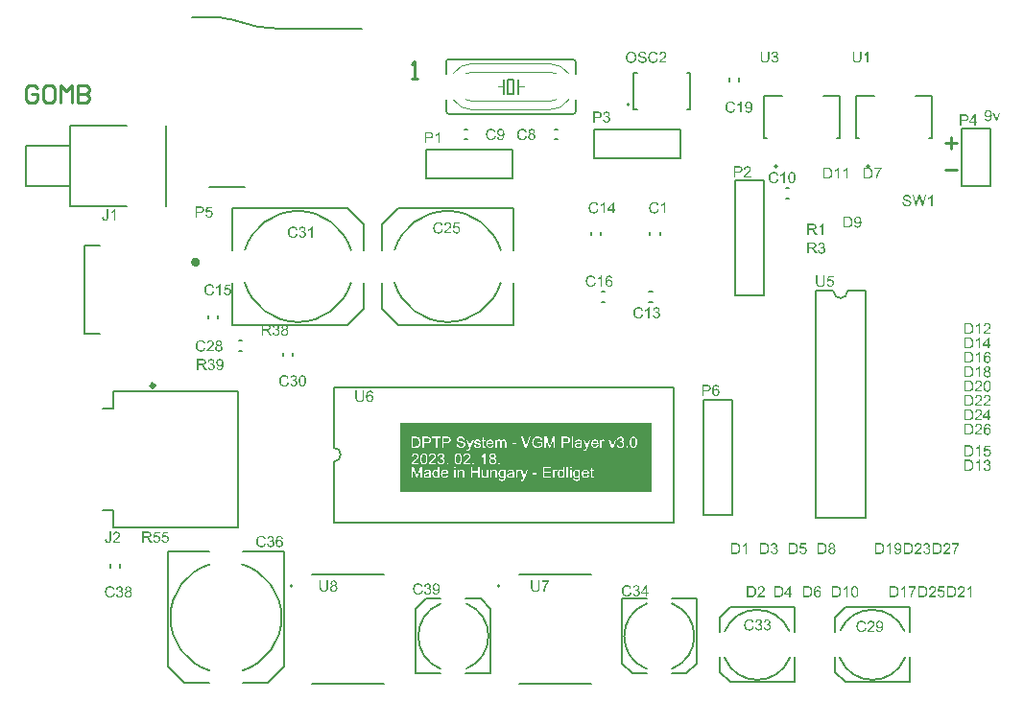
<source format=gto>
G04 Layer_Color=65535*
%FSLAX44Y44*%
%MOMM*%
G71*
G01*
G75*
%ADD29C,0.2000*%
%ADD50C,0.1270*%
%ADD51C,0.4000*%
%ADD52C,0.3400*%
%ADD53C,0.2032*%
%ADD54C,0.1524*%
%ADD55C,0.0508*%
%ADD56C,0.2540*%
G36*
X1066777Y365392D02*
X1066896D01*
X1067015Y365362D01*
X1067312Y365318D01*
X1067639Y365229D01*
X1067981Y365095D01*
X1068159Y365006D01*
X1068323Y364917D01*
X1068486Y364798D01*
X1068635Y364664D01*
X1068650Y364649D01*
X1068664Y364634D01*
X1068709Y364590D01*
X1068754Y364530D01*
X1068813Y364456D01*
X1068887Y364367D01*
X1069036Y364159D01*
X1069170Y363891D01*
X1069303Y363579D01*
X1069393Y363237D01*
X1069407Y363044D01*
X1069422Y362851D01*
Y362822D01*
Y362732D01*
X1069407Y362613D01*
X1069378Y362450D01*
X1069333Y362257D01*
X1069274Y362064D01*
X1069185Y361856D01*
X1069066Y361662D01*
X1069051Y361648D01*
X1069006Y361588D01*
X1068917Y361499D01*
X1068798Y361380D01*
X1068650Y361261D01*
X1068456Y361142D01*
X1068234Y361009D01*
X1067981Y360905D01*
X1067996D01*
X1068026Y360890D01*
X1068070Y360875D01*
X1068130Y360845D01*
X1068293Y360771D01*
X1068486Y360682D01*
X1068709Y360548D01*
X1068932Y360385D01*
X1069155Y360177D01*
X1069348Y359954D01*
X1069363Y359924D01*
X1069422Y359835D01*
X1069497Y359701D01*
X1069586Y359508D01*
X1069675Y359285D01*
X1069749Y359018D01*
X1069809Y358720D01*
X1069824Y358394D01*
Y358379D01*
Y358334D01*
Y358275D01*
X1069809Y358186D01*
X1069794Y358082D01*
X1069779Y357948D01*
X1069719Y357650D01*
X1069601Y357324D01*
X1069541Y357145D01*
X1069452Y356967D01*
X1069348Y356789D01*
X1069229Y356610D01*
X1069095Y356447D01*
X1068932Y356283D01*
X1068917Y356269D01*
X1068887Y356254D01*
X1068843Y356209D01*
X1068768Y356150D01*
X1068679Y356090D01*
X1068575Y356016D01*
X1068456Y355942D01*
X1068308Y355868D01*
X1068144Y355778D01*
X1067966Y355704D01*
X1067773Y355630D01*
X1067565Y355570D01*
X1067357Y355511D01*
X1067119Y355466D01*
X1066867Y355451D01*
X1066599Y355437D01*
X1066465D01*
X1066361Y355451D01*
X1066243Y355466D01*
X1066094Y355481D01*
X1065945Y355511D01*
X1065767Y355541D01*
X1065396Y355645D01*
X1065202Y355719D01*
X1065009Y355793D01*
X1064816Y355897D01*
X1064623Y356001D01*
X1064445Y356135D01*
X1064266Y356283D01*
X1064251Y356298D01*
X1064222Y356328D01*
X1064192Y356373D01*
X1064133Y356432D01*
X1064058Y356521D01*
X1063984Y356625D01*
X1063910Y356744D01*
X1063835Y356878D01*
X1063746Y357026D01*
X1063672Y357190D01*
X1063523Y357547D01*
X1063464Y357755D01*
X1063434Y357963D01*
X1063404Y358186D01*
X1063390Y358423D01*
Y358438D01*
Y358468D01*
Y358512D01*
X1063404Y358587D01*
Y358661D01*
X1063419Y358765D01*
X1063449Y358973D01*
X1063508Y359226D01*
X1063598Y359493D01*
X1063702Y359761D01*
X1063865Y360013D01*
Y360028D01*
X1063895Y360043D01*
X1063954Y360117D01*
X1064073Y360236D01*
X1064222Y360370D01*
X1064415Y360518D01*
X1064653Y360667D01*
X1064935Y360801D01*
X1065247Y360905D01*
X1065232D01*
X1065217Y360919D01*
X1065128Y360949D01*
X1064994Y361023D01*
X1064831Y361098D01*
X1064638Y361217D01*
X1064459Y361350D01*
X1064281Y361499D01*
X1064133Y361677D01*
X1064118Y361707D01*
X1064073Y361767D01*
X1064014Y361870D01*
X1063954Y362019D01*
X1063895Y362197D01*
X1063835Y362405D01*
X1063791Y362628D01*
X1063776Y362881D01*
Y362896D01*
Y362925D01*
Y362985D01*
X1063791Y363059D01*
X1063806Y363148D01*
X1063820Y363252D01*
X1063865Y363505D01*
X1063954Y363787D01*
X1064103Y364085D01*
X1064177Y364248D01*
X1064281Y364397D01*
X1064400Y364545D01*
X1064534Y364679D01*
X1064548Y364694D01*
X1064563Y364709D01*
X1064608Y364753D01*
X1064667Y364798D01*
X1064757Y364842D01*
X1064846Y364917D01*
X1064950Y364976D01*
X1065083Y365050D01*
X1065366Y365184D01*
X1065722Y365288D01*
X1066124Y365377D01*
X1066332Y365392D01*
X1066569Y365407D01*
X1066688D01*
X1066777Y365392D01*
D02*
G37*
G36*
X1067045Y378092D02*
X1067134D01*
X1067253Y378077D01*
X1067520Y378033D01*
X1067818Y377943D01*
X1068130Y377825D01*
X1068442Y377676D01*
X1068590Y377572D01*
X1068739Y377453D01*
X1068754D01*
X1068768Y377423D01*
X1068858Y377334D01*
X1068977Y377186D01*
X1069125Y376992D01*
X1069289Y376740D01*
X1069422Y376443D01*
X1069556Y376086D01*
X1069630Y375685D01*
X1068442Y375596D01*
Y375611D01*
Y375625D01*
X1068412Y375715D01*
X1068367Y375834D01*
X1068323Y375982D01*
X1068174Y376324D01*
X1068085Y376472D01*
X1067981Y376606D01*
X1067966Y376636D01*
X1067892Y376695D01*
X1067788Y376770D01*
X1067654Y376874D01*
X1067476Y376963D01*
X1067268Y377052D01*
X1067030Y377111D01*
X1066777Y377126D01*
X1066673D01*
X1066569Y377111D01*
X1066436Y377082D01*
X1066272Y377052D01*
X1066094Y376992D01*
X1065930Y376903D01*
X1065752Y376799D01*
X1065722Y376785D01*
X1065663Y376725D01*
X1065559Y376621D01*
X1065440Y376487D01*
X1065292Y376324D01*
X1065143Y376116D01*
X1064994Y375863D01*
X1064861Y375581D01*
Y375566D01*
X1064846Y375551D01*
X1064831Y375492D01*
X1064816Y375432D01*
X1064786Y375358D01*
X1064757Y375254D01*
X1064727Y375135D01*
X1064697Y375001D01*
X1064667Y374853D01*
X1064638Y374689D01*
X1064608Y374496D01*
X1064578Y374303D01*
X1064563Y374080D01*
X1064548Y373842D01*
X1064534Y373590D01*
Y373337D01*
X1064548Y373352D01*
X1064608Y373426D01*
X1064697Y373545D01*
X1064831Y373694D01*
X1064979Y373857D01*
X1065158Y374021D01*
X1065366Y374169D01*
X1065589Y374303D01*
X1065618Y374318D01*
X1065693Y374348D01*
X1065826Y374407D01*
X1065990Y374467D01*
X1066183Y374526D01*
X1066406Y374585D01*
X1066644Y374615D01*
X1066896Y374630D01*
X1067015D01*
X1067104Y374615D01*
X1067208Y374600D01*
X1067327Y374585D01*
X1067609Y374526D01*
X1067922Y374407D01*
X1068100Y374348D01*
X1068263Y374258D01*
X1068442Y374154D01*
X1068620Y374036D01*
X1068783Y373902D01*
X1068947Y373738D01*
X1068962Y373723D01*
X1068977Y373694D01*
X1069021Y373649D01*
X1069081Y373575D01*
X1069140Y373486D01*
X1069214Y373382D01*
X1069289Y373263D01*
X1069378Y373129D01*
X1069452Y372966D01*
X1069526Y372802D01*
X1069601Y372609D01*
X1069660Y372416D01*
X1069719Y372193D01*
X1069764Y371970D01*
X1069779Y371718D01*
X1069794Y371465D01*
Y371450D01*
Y371420D01*
Y371376D01*
Y371316D01*
X1069779Y371227D01*
Y371138D01*
X1069749Y370900D01*
X1069690Y370648D01*
X1069630Y370350D01*
X1069526Y370053D01*
X1069393Y369756D01*
Y369741D01*
X1069378Y369726D01*
X1069348Y369682D01*
X1069318Y369622D01*
X1069229Y369489D01*
X1069110Y369310D01*
X1068947Y369117D01*
X1068754Y368924D01*
X1068546Y368731D01*
X1068293Y368553D01*
X1068263Y368538D01*
X1068174Y368493D01*
X1068026Y368419D01*
X1067847Y368345D01*
X1067609Y368270D01*
X1067342Y368196D01*
X1067045Y368151D01*
X1066733Y368137D01*
X1066673D01*
X1066584Y368151D01*
X1066480D01*
X1066361Y368166D01*
X1066213Y368196D01*
X1066049Y368226D01*
X1065871Y368270D01*
X1065678Y368330D01*
X1065470Y368404D01*
X1065277Y368493D01*
X1065069Y368597D01*
X1064861Y368731D01*
X1064653Y368880D01*
X1064459Y369043D01*
X1064281Y369236D01*
X1064266Y369251D01*
X1064237Y369296D01*
X1064192Y369355D01*
X1064133Y369444D01*
X1064058Y369563D01*
X1063984Y369712D01*
X1063895Y369890D01*
X1063820Y370098D01*
X1063731Y370336D01*
X1063642Y370603D01*
X1063568Y370900D01*
X1063494Y371227D01*
X1063434Y371584D01*
X1063390Y371985D01*
X1063360Y372401D01*
X1063345Y372862D01*
Y372877D01*
Y372891D01*
Y372936D01*
Y372981D01*
Y373129D01*
X1063360Y373322D01*
X1063375Y373560D01*
X1063404Y373828D01*
X1063434Y374125D01*
X1063479Y374437D01*
X1063523Y374779D01*
X1063598Y375120D01*
X1063687Y375462D01*
X1063791Y375789D01*
X1063910Y376131D01*
X1064043Y376428D01*
X1064207Y376725D01*
X1064385Y376978D01*
X1064400Y376992D01*
X1064430Y377022D01*
X1064474Y377082D01*
X1064548Y377156D01*
X1064653Y377245D01*
X1064757Y377334D01*
X1064890Y377438D01*
X1065039Y377542D01*
X1065202Y377646D01*
X1065396Y377750D01*
X1065589Y377840D01*
X1065812Y377929D01*
X1066049Y378003D01*
X1066302Y378062D01*
X1066569Y378092D01*
X1066852Y378107D01*
X1066956D01*
X1067045Y378092D01*
D02*
G37*
G36*
X1060343Y355600D02*
X1059140D01*
Y363237D01*
X1059125Y363223D01*
X1059066Y363163D01*
X1058962Y363089D01*
X1058828Y362985D01*
X1058664Y362851D01*
X1058471Y362718D01*
X1058248Y362554D01*
X1057996Y362405D01*
X1057981D01*
X1057966Y362391D01*
X1057877Y362331D01*
X1057743Y362257D01*
X1057580Y362168D01*
X1057386Y362064D01*
X1057178Y361974D01*
X1056956Y361870D01*
X1056748Y361781D01*
Y362955D01*
X1056762D01*
X1056792Y362970D01*
X1056852Y363000D01*
X1056911Y363044D01*
X1057000Y363089D01*
X1057104Y363134D01*
X1057342Y363267D01*
X1057609Y363431D01*
X1057907Y363624D01*
X1058204Y363847D01*
X1058486Y364085D01*
X1058501Y364099D01*
X1058516Y364114D01*
X1058605Y364203D01*
X1058739Y364337D01*
X1058902Y364501D01*
X1059080Y364709D01*
X1059259Y364931D01*
X1059422Y365169D01*
X1059556Y365407D01*
X1060343D01*
Y355600D01*
D02*
G37*
G36*
X1050477Y365348D02*
X1050744Y365333D01*
X1051042Y365303D01*
X1051324Y365258D01*
X1051562Y365214D01*
X1051577D01*
X1051606Y365199D01*
X1051636D01*
X1051695Y365169D01*
X1051859Y365125D01*
X1052052Y365050D01*
X1052275Y364961D01*
X1052513Y364842D01*
X1052750Y364694D01*
X1052988Y364515D01*
X1053003D01*
X1053018Y364486D01*
X1053122Y364397D01*
X1053256Y364248D01*
X1053419Y364055D01*
X1053612Y363817D01*
X1053805Y363535D01*
X1053984Y363208D01*
X1054147Y362836D01*
Y362822D01*
X1054162Y362792D01*
X1054177Y362732D01*
X1054207Y362658D01*
X1054236Y362569D01*
X1054266Y362450D01*
X1054311Y362316D01*
X1054340Y362168D01*
X1054370Y362004D01*
X1054415Y361826D01*
X1054474Y361440D01*
X1054519Y361009D01*
X1054534Y360533D01*
Y360518D01*
Y360489D01*
Y360429D01*
Y360340D01*
X1054519Y360251D01*
Y360132D01*
X1054504Y359865D01*
X1054474Y359567D01*
X1054415Y359226D01*
X1054355Y358884D01*
X1054266Y358557D01*
Y358542D01*
X1054251Y358512D01*
X1054236Y358468D01*
X1054221Y358408D01*
X1054162Y358260D01*
X1054088Y358052D01*
X1053999Y357829D01*
X1053880Y357591D01*
X1053746Y357353D01*
X1053597Y357131D01*
X1053583Y357101D01*
X1053523Y357041D01*
X1053449Y356937D01*
X1053330Y356804D01*
X1053211Y356670D01*
X1053048Y356521D01*
X1052884Y356373D01*
X1052706Y356239D01*
X1052691Y356224D01*
X1052617Y356194D01*
X1052513Y356135D01*
X1052379Y356061D01*
X1052216Y355986D01*
X1052022Y355912D01*
X1051799Y355838D01*
X1051547Y355763D01*
X1051517D01*
X1051428Y355734D01*
X1051294Y355719D01*
X1051101Y355689D01*
X1050878Y355659D01*
X1050611Y355630D01*
X1050314Y355615D01*
X1049987Y355600D01*
X1046480D01*
Y365362D01*
X1050225D01*
X1050477Y365348D01*
D02*
G37*
G36*
X1068442Y384432D02*
X1069764D01*
Y383333D01*
X1068442D01*
Y381000D01*
X1067238D01*
Y383333D01*
X1063003D01*
Y384432D01*
X1067461Y390747D01*
X1068442D01*
Y384432D01*
D02*
G37*
G36*
X1060343Y381000D02*
X1059140D01*
Y388638D01*
X1059125Y388623D01*
X1059066Y388563D01*
X1058962Y388489D01*
X1058828Y388385D01*
X1058664Y388251D01*
X1058471Y388117D01*
X1058248Y387954D01*
X1057996Y387805D01*
X1057981D01*
X1057966Y387791D01*
X1057877Y387731D01*
X1057743Y387657D01*
X1057580Y387568D01*
X1057386Y387464D01*
X1057178Y387374D01*
X1056956Y387271D01*
X1056748Y387181D01*
Y388355D01*
X1056762D01*
X1056792Y388370D01*
X1056852Y388400D01*
X1056911Y388444D01*
X1057000Y388489D01*
X1057104Y388534D01*
X1057342Y388667D01*
X1057609Y388831D01*
X1057907Y389024D01*
X1058204Y389247D01*
X1058486Y389484D01*
X1058501Y389499D01*
X1058516Y389514D01*
X1058605Y389603D01*
X1058739Y389737D01*
X1058902Y389901D01*
X1059080Y390109D01*
X1059259Y390331D01*
X1059422Y390569D01*
X1059556Y390807D01*
X1060343D01*
Y381000D01*
D02*
G37*
G36*
Y368300D02*
X1059140D01*
Y375938D01*
X1059125Y375923D01*
X1059066Y375863D01*
X1058962Y375789D01*
X1058828Y375685D01*
X1058664Y375551D01*
X1058471Y375418D01*
X1058248Y375254D01*
X1057996Y375105D01*
X1057981D01*
X1057966Y375091D01*
X1057877Y375031D01*
X1057743Y374957D01*
X1057580Y374868D01*
X1057386Y374764D01*
X1057178Y374674D01*
X1056956Y374571D01*
X1056748Y374481D01*
Y375655D01*
X1056762D01*
X1056792Y375670D01*
X1056852Y375700D01*
X1056911Y375744D01*
X1057000Y375789D01*
X1057104Y375834D01*
X1057342Y375967D01*
X1057609Y376131D01*
X1057907Y376324D01*
X1058204Y376547D01*
X1058486Y376785D01*
X1058501Y376799D01*
X1058516Y376814D01*
X1058605Y376903D01*
X1058739Y377037D01*
X1058902Y377201D01*
X1059080Y377409D01*
X1059259Y377631D01*
X1059422Y377869D01*
X1059556Y378107D01*
X1060343D01*
Y368300D01*
D02*
G37*
G36*
X1050477Y378047D02*
X1050744Y378033D01*
X1051042Y378003D01*
X1051324Y377958D01*
X1051562Y377914D01*
X1051577D01*
X1051606Y377899D01*
X1051636D01*
X1051695Y377869D01*
X1051859Y377825D01*
X1052052Y377750D01*
X1052275Y377661D01*
X1052513Y377542D01*
X1052750Y377394D01*
X1052988Y377215D01*
X1053003D01*
X1053018Y377186D01*
X1053122Y377096D01*
X1053256Y376948D01*
X1053419Y376755D01*
X1053612Y376517D01*
X1053805Y376235D01*
X1053984Y375908D01*
X1054147Y375536D01*
Y375522D01*
X1054162Y375492D01*
X1054177Y375432D01*
X1054207Y375358D01*
X1054236Y375269D01*
X1054266Y375150D01*
X1054311Y375016D01*
X1054340Y374868D01*
X1054370Y374704D01*
X1054415Y374526D01*
X1054474Y374140D01*
X1054519Y373709D01*
X1054534Y373233D01*
Y373218D01*
Y373189D01*
Y373129D01*
Y373040D01*
X1054519Y372951D01*
Y372832D01*
X1054504Y372565D01*
X1054474Y372267D01*
X1054415Y371926D01*
X1054355Y371584D01*
X1054266Y371257D01*
Y371242D01*
X1054251Y371212D01*
X1054236Y371168D01*
X1054221Y371108D01*
X1054162Y370960D01*
X1054088Y370752D01*
X1053999Y370529D01*
X1053880Y370291D01*
X1053746Y370053D01*
X1053597Y369831D01*
X1053583Y369801D01*
X1053523Y369741D01*
X1053449Y369637D01*
X1053330Y369504D01*
X1053211Y369370D01*
X1053048Y369221D01*
X1052884Y369073D01*
X1052706Y368939D01*
X1052691Y368924D01*
X1052617Y368894D01*
X1052513Y368835D01*
X1052379Y368761D01*
X1052216Y368686D01*
X1052022Y368612D01*
X1051799Y368538D01*
X1051547Y368463D01*
X1051517D01*
X1051428Y368434D01*
X1051294Y368419D01*
X1051101Y368389D01*
X1050878Y368359D01*
X1050611Y368330D01*
X1050314Y368315D01*
X1049987Y368300D01*
X1046480D01*
Y378062D01*
X1050225D01*
X1050477Y378047D01*
D02*
G37*
G36*
X1066867Y352692D02*
X1067045Y352662D01*
X1067253Y352633D01*
X1067491Y352573D01*
X1067728Y352484D01*
X1067951Y352380D01*
X1067981Y352365D01*
X1068055Y352321D01*
X1068159Y352246D01*
X1068308Y352157D01*
X1068456Y352023D01*
X1068620Y351860D01*
X1068783Y351682D01*
X1068932Y351474D01*
X1068947Y351444D01*
X1068991Y351370D01*
X1069066Y351236D01*
X1069155Y351072D01*
X1069244Y350864D01*
X1069348Y350612D01*
X1069452Y350330D01*
X1069541Y350018D01*
Y350003D01*
X1069556Y349973D01*
Y349928D01*
X1069571Y349854D01*
X1069601Y349780D01*
X1069615Y349676D01*
X1069630Y349542D01*
X1069660Y349408D01*
X1069675Y349245D01*
X1069690Y349081D01*
X1069719Y348888D01*
X1069734Y348680D01*
X1069749Y348457D01*
Y348234D01*
X1069764Y347714D01*
Y347700D01*
Y347640D01*
Y347551D01*
Y347432D01*
X1069749Y347283D01*
Y347120D01*
X1069734Y346927D01*
X1069719Y346719D01*
X1069675Y346273D01*
X1069615Y345812D01*
X1069526Y345352D01*
X1069467Y345144D01*
X1069407Y344936D01*
Y344921D01*
X1069393Y344891D01*
X1069378Y344832D01*
X1069348Y344757D01*
X1069303Y344668D01*
X1069259Y344579D01*
X1069140Y344341D01*
X1068991Y344074D01*
X1068813Y343806D01*
X1068605Y343539D01*
X1068352Y343301D01*
X1068338D01*
X1068323Y343271D01*
X1068278Y343257D01*
X1068234Y343212D01*
X1068070Y343123D01*
X1067877Y343019D01*
X1067609Y342915D01*
X1067312Y342826D01*
X1066971Y342766D01*
X1066584Y342737D01*
X1066451D01*
X1066347Y342751D01*
X1066228Y342766D01*
X1066094Y342796D01*
X1065945Y342826D01*
X1065782Y342855D01*
X1065425Y342974D01*
X1065232Y343063D01*
X1065054Y343153D01*
X1064861Y343271D01*
X1064682Y343405D01*
X1064519Y343554D01*
X1064355Y343732D01*
X1064341Y343747D01*
X1064311Y343792D01*
X1064266Y343866D01*
X1064207Y343970D01*
X1064133Y344104D01*
X1064058Y344267D01*
X1063969Y344460D01*
X1063880Y344698D01*
X1063791Y344950D01*
X1063702Y345248D01*
X1063627Y345575D01*
X1063553Y345931D01*
X1063494Y346332D01*
X1063449Y346749D01*
X1063419Y347224D01*
X1063404Y347714D01*
Y347729D01*
Y347789D01*
Y347878D01*
Y347997D01*
X1063419Y348145D01*
Y348309D01*
X1063434Y348502D01*
X1063449Y348710D01*
X1063494Y349156D01*
X1063553Y349616D01*
X1063627Y350077D01*
X1063687Y350285D01*
X1063746Y350493D01*
Y350508D01*
X1063761Y350537D01*
X1063791Y350597D01*
X1063820Y350671D01*
X1063850Y350760D01*
X1063895Y350864D01*
X1064014Y351102D01*
X1064162Y351370D01*
X1064341Y351637D01*
X1064548Y351890D01*
X1064801Y352127D01*
X1064816D01*
X1064831Y352157D01*
X1064875Y352187D01*
X1064935Y352217D01*
X1065083Y352306D01*
X1065292Y352425D01*
X1065544Y352529D01*
X1065856Y352618D01*
X1066198Y352677D01*
X1066584Y352707D01*
X1066718D01*
X1066867Y352692D01*
D02*
G37*
G36*
X1050477Y327248D02*
X1050744Y327233D01*
X1051042Y327203D01*
X1051324Y327158D01*
X1051562Y327114D01*
X1051577D01*
X1051606Y327099D01*
X1051636D01*
X1051695Y327069D01*
X1051859Y327025D01*
X1052052Y326950D01*
X1052275Y326861D01*
X1052513Y326742D01*
X1052750Y326594D01*
X1052988Y326415D01*
X1053003D01*
X1053018Y326386D01*
X1053122Y326297D01*
X1053256Y326148D01*
X1053419Y325955D01*
X1053612Y325717D01*
X1053805Y325435D01*
X1053984Y325108D01*
X1054147Y324736D01*
Y324721D01*
X1054162Y324692D01*
X1054177Y324632D01*
X1054207Y324558D01*
X1054236Y324469D01*
X1054266Y324350D01*
X1054311Y324216D01*
X1054340Y324068D01*
X1054370Y323904D01*
X1054415Y323726D01*
X1054474Y323340D01*
X1054519Y322909D01*
X1054534Y322433D01*
Y322418D01*
Y322389D01*
Y322329D01*
Y322240D01*
X1054519Y322151D01*
Y322032D01*
X1054504Y321764D01*
X1054474Y321467D01*
X1054415Y321126D01*
X1054355Y320784D01*
X1054266Y320457D01*
Y320442D01*
X1054251Y320412D01*
X1054236Y320368D01*
X1054221Y320308D01*
X1054162Y320160D01*
X1054088Y319952D01*
X1053999Y319729D01*
X1053880Y319491D01*
X1053746Y319253D01*
X1053597Y319030D01*
X1053583Y319001D01*
X1053523Y318941D01*
X1053449Y318837D01*
X1053330Y318704D01*
X1053211Y318570D01*
X1053048Y318421D01*
X1052884Y318273D01*
X1052706Y318139D01*
X1052691Y318124D01*
X1052617Y318094D01*
X1052513Y318035D01*
X1052379Y317961D01*
X1052216Y317886D01*
X1052022Y317812D01*
X1051799Y317738D01*
X1051547Y317663D01*
X1051517D01*
X1051428Y317634D01*
X1051294Y317619D01*
X1051101Y317589D01*
X1050878Y317559D01*
X1050611Y317530D01*
X1050314Y317515D01*
X1049987Y317500D01*
X1046480D01*
Y327262D01*
X1050225D01*
X1050477Y327248D01*
D02*
G37*
G36*
X1066867Y339992D02*
X1066985Y339977D01*
X1067119Y339962D01*
X1067268Y339948D01*
X1067431Y339903D01*
X1067788Y339814D01*
X1068159Y339680D01*
X1068352Y339591D01*
X1068531Y339487D01*
X1068694Y339353D01*
X1068858Y339219D01*
X1068873Y339205D01*
X1068887Y339190D01*
X1068932Y339145D01*
X1068991Y339086D01*
X1069051Y338997D01*
X1069125Y338907D01*
X1069274Y338685D01*
X1069422Y338402D01*
X1069556Y338075D01*
X1069660Y337704D01*
X1069675Y337496D01*
X1069690Y337288D01*
Y337258D01*
Y337184D01*
X1069675Y337065D01*
X1069660Y336916D01*
X1069630Y336738D01*
X1069586Y336545D01*
X1069526Y336337D01*
X1069437Y336129D01*
X1069422Y336099D01*
X1069393Y336025D01*
X1069333Y335921D01*
X1069244Y335772D01*
X1069140Y335594D01*
X1069006Y335386D01*
X1068828Y335178D01*
X1068635Y334940D01*
X1068605Y334910D01*
X1068531Y334821D01*
X1068397Y334687D01*
X1068308Y334598D01*
X1068204Y334494D01*
X1068085Y334375D01*
X1067936Y334242D01*
X1067788Y334108D01*
X1067624Y333945D01*
X1067446Y333781D01*
X1067238Y333603D01*
X1067030Y333424D01*
X1066792Y333216D01*
X1066777Y333201D01*
X1066748Y333172D01*
X1066688Y333127D01*
X1066614Y333068D01*
X1066436Y332919D01*
X1066213Y332726D01*
X1065990Y332518D01*
X1065752Y332310D01*
X1065559Y332132D01*
X1065485Y332057D01*
X1065410Y331983D01*
X1065396Y331968D01*
X1065366Y331924D01*
X1065306Y331864D01*
X1065232Y331775D01*
X1065069Y331582D01*
X1064905Y331344D01*
X1069705D01*
Y330200D01*
X1063241D01*
Y330215D01*
Y330274D01*
Y330363D01*
X1063256Y330467D01*
X1063271Y330586D01*
X1063286Y330720D01*
X1063330Y330869D01*
X1063375Y331017D01*
Y331032D01*
X1063390Y331047D01*
X1063419Y331136D01*
X1063479Y331255D01*
X1063568Y331433D01*
X1063672Y331627D01*
X1063820Y331849D01*
X1063969Y332072D01*
X1064162Y332310D01*
Y332325D01*
X1064192Y332340D01*
X1064266Y332429D01*
X1064385Y332563D01*
X1064563Y332741D01*
X1064786Y332949D01*
X1065054Y333201D01*
X1065381Y333484D01*
X1065737Y333796D01*
X1065752Y333811D01*
X1065812Y333855D01*
X1065886Y333915D01*
X1065990Y334019D01*
X1066124Y334123D01*
X1066272Y334257D01*
X1066599Y334539D01*
X1066956Y334881D01*
X1067312Y335222D01*
X1067491Y335386D01*
X1067639Y335549D01*
X1067773Y335713D01*
X1067892Y335861D01*
Y335876D01*
X1067922Y335891D01*
X1067951Y335936D01*
X1067981Y335995D01*
X1068070Y336144D01*
X1068174Y336337D01*
X1068278Y336560D01*
X1068367Y336797D01*
X1068427Y337065D01*
X1068456Y337318D01*
Y337332D01*
Y337347D01*
X1068442Y337436D01*
X1068427Y337570D01*
X1068397Y337733D01*
X1068323Y337927D01*
X1068234Y338120D01*
X1068115Y338328D01*
X1067936Y338521D01*
X1067907Y338536D01*
X1067847Y338595D01*
X1067728Y338670D01*
X1067580Y338774D01*
X1067387Y338863D01*
X1067164Y338937D01*
X1066896Y338997D01*
X1066599Y339011D01*
X1066510D01*
X1066451Y338997D01*
X1066302Y338982D01*
X1066109Y338952D01*
X1065886Y338878D01*
X1065648Y338788D01*
X1065425Y338655D01*
X1065217Y338476D01*
X1065202Y338447D01*
X1065143Y338387D01*
X1065054Y338268D01*
X1064965Y338105D01*
X1064861Y337897D01*
X1064786Y337659D01*
X1064727Y337377D01*
X1064697Y337050D01*
X1063464Y337184D01*
Y337199D01*
Y337243D01*
X1063479Y337318D01*
X1063494Y337407D01*
X1063523Y337525D01*
X1063538Y337659D01*
X1063627Y337956D01*
X1063746Y338298D01*
X1063910Y338640D01*
X1064133Y338982D01*
X1064251Y339130D01*
X1064400Y339279D01*
X1064415Y339294D01*
X1064445Y339309D01*
X1064489Y339353D01*
X1064548Y339398D01*
X1064638Y339442D01*
X1064742Y339517D01*
X1064861Y339576D01*
X1064994Y339650D01*
X1065143Y339710D01*
X1065306Y339784D01*
X1065499Y339843D01*
X1065693Y339888D01*
X1066139Y339977D01*
X1066376Y339992D01*
X1066629Y340007D01*
X1066762D01*
X1066867Y339992D01*
D02*
G37*
G36*
X1068442Y320932D02*
X1069764D01*
Y319833D01*
X1068442D01*
Y317500D01*
X1067238D01*
Y319833D01*
X1063003D01*
Y320932D01*
X1067461Y327248D01*
X1068442D01*
Y320932D01*
D02*
G37*
G36*
X1059288Y327292D02*
X1059407Y327277D01*
X1059541Y327262D01*
X1059690Y327248D01*
X1059853Y327203D01*
X1060210Y327114D01*
X1060581Y326980D01*
X1060774Y326891D01*
X1060953Y326787D01*
X1061116Y326653D01*
X1061280Y326519D01*
X1061294Y326505D01*
X1061309Y326490D01*
X1061354Y326445D01*
X1061413Y326386D01*
X1061473Y326297D01*
X1061547Y326207D01*
X1061696Y325984D01*
X1061844Y325702D01*
X1061978Y325375D01*
X1062082Y325004D01*
X1062097Y324796D01*
X1062112Y324588D01*
Y324558D01*
Y324484D01*
X1062097Y324365D01*
X1062082Y324216D01*
X1062052Y324038D01*
X1062008Y323845D01*
X1061948Y323637D01*
X1061859Y323429D01*
X1061844Y323399D01*
X1061814Y323325D01*
X1061755Y323221D01*
X1061666Y323072D01*
X1061562Y322894D01*
X1061428Y322686D01*
X1061250Y322478D01*
X1061057Y322240D01*
X1061027Y322210D01*
X1060953Y322121D01*
X1060819Y321987D01*
X1060730Y321898D01*
X1060626Y321794D01*
X1060507Y321675D01*
X1060358Y321542D01*
X1060210Y321408D01*
X1060046Y321245D01*
X1059868Y321081D01*
X1059660Y320903D01*
X1059452Y320724D01*
X1059214Y320516D01*
X1059199Y320502D01*
X1059170Y320472D01*
X1059110Y320427D01*
X1059036Y320368D01*
X1058857Y320219D01*
X1058635Y320026D01*
X1058412Y319818D01*
X1058174Y319610D01*
X1057981Y319432D01*
X1057907Y319357D01*
X1057832Y319283D01*
X1057817Y319268D01*
X1057788Y319224D01*
X1057728Y319164D01*
X1057654Y319075D01*
X1057490Y318882D01*
X1057327Y318644D01*
X1062126D01*
Y317500D01*
X1055663D01*
Y317515D01*
Y317574D01*
Y317663D01*
X1055678Y317768D01*
X1055693Y317886D01*
X1055707Y318020D01*
X1055752Y318169D01*
X1055797Y318317D01*
Y318332D01*
X1055811Y318347D01*
X1055841Y318436D01*
X1055901Y318555D01*
X1055990Y318733D01*
X1056094Y318927D01*
X1056242Y319149D01*
X1056391Y319372D01*
X1056584Y319610D01*
Y319625D01*
X1056614Y319640D01*
X1056688Y319729D01*
X1056807Y319863D01*
X1056985Y320041D01*
X1057208Y320249D01*
X1057476Y320502D01*
X1057803Y320784D01*
X1058159Y321096D01*
X1058174Y321111D01*
X1058233Y321155D01*
X1058308Y321215D01*
X1058412Y321319D01*
X1058546Y321423D01*
X1058694Y321557D01*
X1059021Y321839D01*
X1059378Y322181D01*
X1059734Y322522D01*
X1059912Y322686D01*
X1060061Y322849D01*
X1060195Y323013D01*
X1060314Y323161D01*
Y323176D01*
X1060343Y323191D01*
X1060373Y323236D01*
X1060403Y323295D01*
X1060492Y323444D01*
X1060596Y323637D01*
X1060700Y323860D01*
X1060789Y324097D01*
X1060849Y324365D01*
X1060878Y324618D01*
Y324632D01*
Y324647D01*
X1060863Y324736D01*
X1060849Y324870D01*
X1060819Y325033D01*
X1060745Y325227D01*
X1060656Y325420D01*
X1060537Y325628D01*
X1060358Y325821D01*
X1060329Y325836D01*
X1060269Y325895D01*
X1060150Y325970D01*
X1060002Y326074D01*
X1059809Y326163D01*
X1059586Y326237D01*
X1059318Y326297D01*
X1059021Y326311D01*
X1058932D01*
X1058872Y326297D01*
X1058724Y326282D01*
X1058531Y326252D01*
X1058308Y326178D01*
X1058070Y326088D01*
X1057847Y325955D01*
X1057639Y325776D01*
X1057624Y325747D01*
X1057565Y325687D01*
X1057476Y325568D01*
X1057386Y325405D01*
X1057282Y325197D01*
X1057208Y324959D01*
X1057149Y324677D01*
X1057119Y324350D01*
X1055886Y324484D01*
Y324499D01*
Y324543D01*
X1055901Y324618D01*
X1055916Y324707D01*
X1055945Y324826D01*
X1055960Y324959D01*
X1056049Y325256D01*
X1056168Y325598D01*
X1056331Y325940D01*
X1056554Y326282D01*
X1056673Y326430D01*
X1056822Y326579D01*
X1056837Y326594D01*
X1056866Y326609D01*
X1056911Y326653D01*
X1056971Y326698D01*
X1057060Y326742D01*
X1057164Y326817D01*
X1057282Y326876D01*
X1057416Y326950D01*
X1057565Y327010D01*
X1057728Y327084D01*
X1057921Y327144D01*
X1058115Y327188D01*
X1058560Y327277D01*
X1058798Y327292D01*
X1059051Y327307D01*
X1059184D01*
X1059288Y327292D01*
D02*
G37*
G36*
Y352692D02*
X1059407Y352677D01*
X1059541Y352662D01*
X1059690Y352648D01*
X1059853Y352603D01*
X1060210Y352514D01*
X1060581Y352380D01*
X1060774Y352291D01*
X1060953Y352187D01*
X1061116Y352053D01*
X1061280Y351919D01*
X1061294Y351905D01*
X1061309Y351890D01*
X1061354Y351845D01*
X1061413Y351786D01*
X1061473Y351697D01*
X1061547Y351607D01*
X1061696Y351385D01*
X1061844Y351102D01*
X1061978Y350775D01*
X1062082Y350404D01*
X1062097Y350196D01*
X1062112Y349988D01*
Y349958D01*
Y349884D01*
X1062097Y349765D01*
X1062082Y349616D01*
X1062052Y349438D01*
X1062008Y349245D01*
X1061948Y349037D01*
X1061859Y348829D01*
X1061844Y348799D01*
X1061814Y348725D01*
X1061755Y348621D01*
X1061666Y348472D01*
X1061562Y348294D01*
X1061428Y348086D01*
X1061250Y347878D01*
X1061057Y347640D01*
X1061027Y347610D01*
X1060953Y347521D01*
X1060819Y347387D01*
X1060730Y347298D01*
X1060626Y347194D01*
X1060507Y347075D01*
X1060358Y346942D01*
X1060210Y346808D01*
X1060046Y346645D01*
X1059868Y346481D01*
X1059660Y346303D01*
X1059452Y346124D01*
X1059214Y345916D01*
X1059199Y345901D01*
X1059170Y345872D01*
X1059110Y345827D01*
X1059036Y345768D01*
X1058857Y345619D01*
X1058635Y345426D01*
X1058412Y345218D01*
X1058174Y345010D01*
X1057981Y344832D01*
X1057907Y344757D01*
X1057832Y344683D01*
X1057817Y344668D01*
X1057788Y344624D01*
X1057728Y344564D01*
X1057654Y344475D01*
X1057490Y344282D01*
X1057327Y344044D01*
X1062126D01*
Y342900D01*
X1055663D01*
Y342915D01*
Y342974D01*
Y343063D01*
X1055678Y343167D01*
X1055693Y343286D01*
X1055707Y343420D01*
X1055752Y343569D01*
X1055797Y343717D01*
Y343732D01*
X1055811Y343747D01*
X1055841Y343836D01*
X1055901Y343955D01*
X1055990Y344133D01*
X1056094Y344327D01*
X1056242Y344549D01*
X1056391Y344772D01*
X1056584Y345010D01*
Y345025D01*
X1056614Y345040D01*
X1056688Y345129D01*
X1056807Y345263D01*
X1056985Y345441D01*
X1057208Y345649D01*
X1057476Y345901D01*
X1057803Y346184D01*
X1058159Y346496D01*
X1058174Y346511D01*
X1058233Y346555D01*
X1058308Y346615D01*
X1058412Y346719D01*
X1058546Y346823D01*
X1058694Y346956D01*
X1059021Y347239D01*
X1059378Y347581D01*
X1059734Y347922D01*
X1059912Y348086D01*
X1060061Y348249D01*
X1060195Y348413D01*
X1060314Y348561D01*
Y348576D01*
X1060343Y348591D01*
X1060373Y348636D01*
X1060403Y348695D01*
X1060492Y348844D01*
X1060596Y349037D01*
X1060700Y349260D01*
X1060789Y349497D01*
X1060849Y349765D01*
X1060878Y350018D01*
Y350032D01*
Y350047D01*
X1060863Y350136D01*
X1060849Y350270D01*
X1060819Y350434D01*
X1060745Y350627D01*
X1060656Y350820D01*
X1060537Y351028D01*
X1060358Y351221D01*
X1060329Y351236D01*
X1060269Y351295D01*
X1060150Y351370D01*
X1060002Y351474D01*
X1059809Y351563D01*
X1059586Y351637D01*
X1059318Y351697D01*
X1059021Y351711D01*
X1058932D01*
X1058872Y351697D01*
X1058724Y351682D01*
X1058531Y351652D01*
X1058308Y351578D01*
X1058070Y351488D01*
X1057847Y351355D01*
X1057639Y351176D01*
X1057624Y351147D01*
X1057565Y351087D01*
X1057476Y350968D01*
X1057386Y350805D01*
X1057282Y350597D01*
X1057208Y350359D01*
X1057149Y350077D01*
X1057119Y349750D01*
X1055886Y349884D01*
Y349899D01*
Y349943D01*
X1055901Y350018D01*
X1055916Y350107D01*
X1055945Y350225D01*
X1055960Y350359D01*
X1056049Y350656D01*
X1056168Y350998D01*
X1056331Y351340D01*
X1056554Y351682D01*
X1056673Y351830D01*
X1056822Y351979D01*
X1056837Y351994D01*
X1056866Y352009D01*
X1056911Y352053D01*
X1056971Y352098D01*
X1057060Y352142D01*
X1057164Y352217D01*
X1057282Y352276D01*
X1057416Y352350D01*
X1057565Y352410D01*
X1057728Y352484D01*
X1057921Y352543D01*
X1058115Y352588D01*
X1058560Y352677D01*
X1058798Y352692D01*
X1059051Y352707D01*
X1059184D01*
X1059288Y352692D01*
D02*
G37*
G36*
X1050477Y352648D02*
X1050744Y352633D01*
X1051042Y352603D01*
X1051324Y352558D01*
X1051562Y352514D01*
X1051577D01*
X1051606Y352499D01*
X1051636D01*
X1051695Y352469D01*
X1051859Y352425D01*
X1052052Y352350D01*
X1052275Y352261D01*
X1052513Y352142D01*
X1052750Y351994D01*
X1052988Y351815D01*
X1053003D01*
X1053018Y351786D01*
X1053122Y351697D01*
X1053256Y351548D01*
X1053419Y351355D01*
X1053612Y351117D01*
X1053805Y350835D01*
X1053984Y350508D01*
X1054147Y350136D01*
Y350121D01*
X1054162Y350092D01*
X1054177Y350032D01*
X1054207Y349958D01*
X1054236Y349869D01*
X1054266Y349750D01*
X1054311Y349616D01*
X1054340Y349468D01*
X1054370Y349304D01*
X1054415Y349126D01*
X1054474Y348740D01*
X1054519Y348309D01*
X1054534Y347833D01*
Y347818D01*
Y347789D01*
Y347729D01*
Y347640D01*
X1054519Y347551D01*
Y347432D01*
X1054504Y347164D01*
X1054474Y346867D01*
X1054415Y346526D01*
X1054355Y346184D01*
X1054266Y345857D01*
Y345842D01*
X1054251Y345812D01*
X1054236Y345768D01*
X1054221Y345708D01*
X1054162Y345560D01*
X1054088Y345352D01*
X1053999Y345129D01*
X1053880Y344891D01*
X1053746Y344653D01*
X1053597Y344431D01*
X1053583Y344401D01*
X1053523Y344341D01*
X1053449Y344237D01*
X1053330Y344104D01*
X1053211Y343970D01*
X1053048Y343821D01*
X1052884Y343673D01*
X1052706Y343539D01*
X1052691Y343524D01*
X1052617Y343494D01*
X1052513Y343435D01*
X1052379Y343361D01*
X1052216Y343286D01*
X1052022Y343212D01*
X1051799Y343138D01*
X1051547Y343063D01*
X1051517D01*
X1051428Y343034D01*
X1051294Y343019D01*
X1051101Y342989D01*
X1050878Y342959D01*
X1050611Y342930D01*
X1050314Y342915D01*
X1049987Y342900D01*
X1046480D01*
Y352662D01*
X1050225D01*
X1050477Y352648D01*
D02*
G37*
G36*
X1059288Y339992D02*
X1059407Y339977D01*
X1059541Y339962D01*
X1059690Y339948D01*
X1059853Y339903D01*
X1060210Y339814D01*
X1060581Y339680D01*
X1060774Y339591D01*
X1060953Y339487D01*
X1061116Y339353D01*
X1061280Y339219D01*
X1061294Y339205D01*
X1061309Y339190D01*
X1061354Y339145D01*
X1061413Y339086D01*
X1061473Y338997D01*
X1061547Y338907D01*
X1061696Y338685D01*
X1061844Y338402D01*
X1061978Y338075D01*
X1062082Y337704D01*
X1062097Y337496D01*
X1062112Y337288D01*
Y337258D01*
Y337184D01*
X1062097Y337065D01*
X1062082Y336916D01*
X1062052Y336738D01*
X1062008Y336545D01*
X1061948Y336337D01*
X1061859Y336129D01*
X1061844Y336099D01*
X1061814Y336025D01*
X1061755Y335921D01*
X1061666Y335772D01*
X1061562Y335594D01*
X1061428Y335386D01*
X1061250Y335178D01*
X1061057Y334940D01*
X1061027Y334910D01*
X1060953Y334821D01*
X1060819Y334687D01*
X1060730Y334598D01*
X1060626Y334494D01*
X1060507Y334375D01*
X1060358Y334242D01*
X1060210Y334108D01*
X1060046Y333945D01*
X1059868Y333781D01*
X1059660Y333603D01*
X1059452Y333424D01*
X1059214Y333216D01*
X1059199Y333201D01*
X1059170Y333172D01*
X1059110Y333127D01*
X1059036Y333068D01*
X1058857Y332919D01*
X1058635Y332726D01*
X1058412Y332518D01*
X1058174Y332310D01*
X1057981Y332132D01*
X1057907Y332057D01*
X1057832Y331983D01*
X1057817Y331968D01*
X1057788Y331924D01*
X1057728Y331864D01*
X1057654Y331775D01*
X1057490Y331582D01*
X1057327Y331344D01*
X1062126D01*
Y330200D01*
X1055663D01*
Y330215D01*
Y330274D01*
Y330363D01*
X1055678Y330467D01*
X1055693Y330586D01*
X1055707Y330720D01*
X1055752Y330869D01*
X1055797Y331017D01*
Y331032D01*
X1055811Y331047D01*
X1055841Y331136D01*
X1055901Y331255D01*
X1055990Y331433D01*
X1056094Y331627D01*
X1056242Y331849D01*
X1056391Y332072D01*
X1056584Y332310D01*
Y332325D01*
X1056614Y332340D01*
X1056688Y332429D01*
X1056807Y332563D01*
X1056985Y332741D01*
X1057208Y332949D01*
X1057476Y333201D01*
X1057803Y333484D01*
X1058159Y333796D01*
X1058174Y333811D01*
X1058233Y333855D01*
X1058308Y333915D01*
X1058412Y334019D01*
X1058546Y334123D01*
X1058694Y334257D01*
X1059021Y334539D01*
X1059378Y334881D01*
X1059734Y335222D01*
X1059912Y335386D01*
X1060061Y335549D01*
X1060195Y335713D01*
X1060314Y335861D01*
Y335876D01*
X1060343Y335891D01*
X1060373Y335936D01*
X1060403Y335995D01*
X1060492Y336144D01*
X1060596Y336337D01*
X1060700Y336560D01*
X1060789Y336797D01*
X1060849Y337065D01*
X1060878Y337318D01*
Y337332D01*
Y337347D01*
X1060863Y337436D01*
X1060849Y337570D01*
X1060819Y337733D01*
X1060745Y337927D01*
X1060656Y338120D01*
X1060537Y338328D01*
X1060358Y338521D01*
X1060329Y338536D01*
X1060269Y338595D01*
X1060150Y338670D01*
X1060002Y338774D01*
X1059809Y338863D01*
X1059586Y338937D01*
X1059318Y338997D01*
X1059021Y339011D01*
X1058932D01*
X1058872Y338997D01*
X1058724Y338982D01*
X1058531Y338952D01*
X1058308Y338878D01*
X1058070Y338788D01*
X1057847Y338655D01*
X1057639Y338476D01*
X1057624Y338447D01*
X1057565Y338387D01*
X1057476Y338268D01*
X1057386Y338105D01*
X1057282Y337897D01*
X1057208Y337659D01*
X1057149Y337377D01*
X1057119Y337050D01*
X1055886Y337184D01*
Y337199D01*
Y337243D01*
X1055901Y337318D01*
X1055916Y337407D01*
X1055945Y337525D01*
X1055960Y337659D01*
X1056049Y337956D01*
X1056168Y338298D01*
X1056331Y338640D01*
X1056554Y338982D01*
X1056673Y339130D01*
X1056822Y339279D01*
X1056837Y339294D01*
X1056866Y339309D01*
X1056911Y339353D01*
X1056971Y339398D01*
X1057060Y339442D01*
X1057164Y339517D01*
X1057282Y339576D01*
X1057416Y339650D01*
X1057565Y339710D01*
X1057728Y339784D01*
X1057921Y339843D01*
X1058115Y339888D01*
X1058560Y339977D01*
X1058798Y339992D01*
X1059051Y340007D01*
X1059184D01*
X1059288Y339992D01*
D02*
G37*
G36*
X1050477Y339948D02*
X1050744Y339933D01*
X1051042Y339903D01*
X1051324Y339858D01*
X1051562Y339814D01*
X1051577D01*
X1051606Y339799D01*
X1051636D01*
X1051695Y339769D01*
X1051859Y339725D01*
X1052052Y339650D01*
X1052275Y339561D01*
X1052513Y339442D01*
X1052750Y339294D01*
X1052988Y339115D01*
X1053003D01*
X1053018Y339086D01*
X1053122Y338997D01*
X1053256Y338848D01*
X1053419Y338655D01*
X1053612Y338417D01*
X1053805Y338135D01*
X1053984Y337808D01*
X1054147Y337436D01*
Y337421D01*
X1054162Y337392D01*
X1054177Y337332D01*
X1054207Y337258D01*
X1054236Y337169D01*
X1054266Y337050D01*
X1054311Y336916D01*
X1054340Y336768D01*
X1054370Y336604D01*
X1054415Y336426D01*
X1054474Y336040D01*
X1054519Y335609D01*
X1054534Y335133D01*
Y335118D01*
Y335089D01*
Y335029D01*
Y334940D01*
X1054519Y334851D01*
Y334732D01*
X1054504Y334464D01*
X1054474Y334167D01*
X1054415Y333826D01*
X1054355Y333484D01*
X1054266Y333157D01*
Y333142D01*
X1054251Y333112D01*
X1054236Y333068D01*
X1054221Y333008D01*
X1054162Y332860D01*
X1054088Y332652D01*
X1053999Y332429D01*
X1053880Y332191D01*
X1053746Y331953D01*
X1053597Y331730D01*
X1053583Y331701D01*
X1053523Y331641D01*
X1053449Y331537D01*
X1053330Y331404D01*
X1053211Y331270D01*
X1053048Y331121D01*
X1052884Y330973D01*
X1052706Y330839D01*
X1052691Y330824D01*
X1052617Y330794D01*
X1052513Y330735D01*
X1052379Y330661D01*
X1052216Y330586D01*
X1052022Y330512D01*
X1051799Y330438D01*
X1051547Y330363D01*
X1051517D01*
X1051428Y330334D01*
X1051294Y330319D01*
X1051101Y330289D01*
X1050878Y330259D01*
X1050611Y330230D01*
X1050314Y330215D01*
X1049987Y330200D01*
X1046480D01*
Y339962D01*
X1050225D01*
X1050477Y339948D01*
D02*
G37*
G36*
X882837Y171157D02*
X883104Y171143D01*
X883402Y171113D01*
X883684Y171068D01*
X883922Y171024D01*
X883937D01*
X883966Y171009D01*
X883996D01*
X884055Y170979D01*
X884219Y170935D01*
X884412Y170860D01*
X884635Y170771D01*
X884873Y170652D01*
X885110Y170504D01*
X885348Y170325D01*
X885363D01*
X885378Y170296D01*
X885482Y170207D01*
X885616Y170058D01*
X885779Y169865D01*
X885972Y169627D01*
X886165Y169345D01*
X886344Y169018D01*
X886507Y168646D01*
Y168631D01*
X886522Y168602D01*
X886537Y168542D01*
X886567Y168468D01*
X886596Y168379D01*
X886626Y168260D01*
X886671Y168126D01*
X886700Y167978D01*
X886730Y167814D01*
X886775Y167636D01*
X886834Y167250D01*
X886879Y166819D01*
X886894Y166343D01*
Y166328D01*
Y166299D01*
Y166239D01*
Y166150D01*
X886879Y166061D01*
Y165942D01*
X886864Y165674D01*
X886834Y165377D01*
X886775Y165036D01*
X886715Y164694D01*
X886626Y164367D01*
Y164352D01*
X886611Y164322D01*
X886596Y164278D01*
X886581Y164218D01*
X886522Y164070D01*
X886448Y163862D01*
X886359Y163639D01*
X886240Y163401D01*
X886106Y163163D01*
X885957Y162941D01*
X885943Y162911D01*
X885883Y162851D01*
X885809Y162747D01*
X885690Y162614D01*
X885571Y162480D01*
X885408Y162331D01*
X885244Y162183D01*
X885066Y162049D01*
X885051Y162034D01*
X884977Y162004D01*
X884873Y161945D01*
X884739Y161871D01*
X884576Y161796D01*
X884382Y161722D01*
X884159Y161648D01*
X883907Y161573D01*
X883877D01*
X883788Y161544D01*
X883654Y161529D01*
X883461Y161499D01*
X883238Y161469D01*
X882971Y161440D01*
X882674Y161425D01*
X882347Y161410D01*
X878840D01*
Y171172D01*
X882585D01*
X882837Y171157D01*
D02*
G37*
G36*
X906889Y207980D02*
X902996D01*
X902461Y205350D01*
X902476Y205364D01*
X902506Y205379D01*
X902551Y205409D01*
X902610Y205454D01*
X902699Y205498D01*
X902788Y205543D01*
X903026Y205662D01*
X903294Y205781D01*
X903605Y205870D01*
X903947Y205944D01*
X904304Y205974D01*
X904423D01*
X904512Y205959D01*
X904631Y205944D01*
X904750Y205929D01*
X904898Y205899D01*
X905047Y205870D01*
X905389Y205751D01*
X905567Y205691D01*
X905745Y205602D01*
X905938Y205498D01*
X906117Y205379D01*
X906295Y205246D01*
X906458Y205082D01*
X906473Y205067D01*
X906503Y205037D01*
X906548Y204993D01*
X906592Y204919D01*
X906666Y204830D01*
X906741Y204725D01*
X906815Y204607D01*
X906904Y204473D01*
X906993Y204309D01*
X907068Y204146D01*
X907142Y203953D01*
X907216Y203760D01*
X907261Y203537D01*
X907305Y203314D01*
X907335Y203061D01*
X907350Y202809D01*
Y202794D01*
Y202749D01*
Y202675D01*
X907335Y202586D01*
X907320Y202467D01*
X907305Y202333D01*
X907290Y202185D01*
X907261Y202021D01*
X907157Y201665D01*
X907023Y201293D01*
X906934Y201085D01*
X906830Y200892D01*
X906711Y200699D01*
X906577Y200520D01*
X906562Y200506D01*
X906533Y200476D01*
X906473Y200416D01*
X906399Y200342D01*
X906310Y200253D01*
X906191Y200149D01*
X906057Y200045D01*
X905894Y199941D01*
X905730Y199822D01*
X905537Y199718D01*
X905314Y199614D01*
X905091Y199525D01*
X904839Y199451D01*
X904586Y199391D01*
X904304Y199361D01*
X904007Y199347D01*
X903873D01*
X903784Y199361D01*
X903680Y199376D01*
X903546Y199391D01*
X903398Y199406D01*
X903234Y199436D01*
X902892Y199525D01*
X902536Y199659D01*
X902357Y199748D01*
X902179Y199852D01*
X902001Y199956D01*
X901837Y200089D01*
X901822Y200104D01*
X901808Y200119D01*
X901763Y200164D01*
X901704Y200223D01*
X901644Y200298D01*
X901570Y200387D01*
X901496Y200491D01*
X901406Y200610D01*
X901243Y200892D01*
X901079Y201234D01*
X900961Y201620D01*
X900916Y201843D01*
X900886Y202066D01*
X902149Y202155D01*
Y202140D01*
Y202110D01*
X902164Y202066D01*
X902179Y202006D01*
X902224Y201843D01*
X902283Y201635D01*
X902357Y201412D01*
X902476Y201189D01*
X902610Y200966D01*
X902788Y200773D01*
X902818Y200758D01*
X902877Y200699D01*
X902981Y200639D01*
X903130Y200550D01*
X903308Y200476D01*
X903516Y200401D01*
X903754Y200342D01*
X904007Y200327D01*
X904096D01*
X904155Y200342D01*
X904319Y200357D01*
X904527Y200401D01*
X904750Y200491D01*
X905002Y200595D01*
X905240Y200758D01*
X905359Y200847D01*
X905478Y200966D01*
Y200981D01*
X905508Y200996D01*
X905567Y201085D01*
X905671Y201234D01*
X905775Y201427D01*
X905879Y201679D01*
X905983Y201977D01*
X906042Y202318D01*
X906072Y202705D01*
Y202719D01*
Y202749D01*
Y202809D01*
X906057Y202868D01*
Y202957D01*
X906042Y203061D01*
X905998Y203299D01*
X905938Y203552D01*
X905834Y203819D01*
X905686Y204087D01*
X905493Y204324D01*
X905463Y204354D01*
X905389Y204414D01*
X905270Y204517D01*
X905091Y204622D01*
X904883Y204725D01*
X904616Y204830D01*
X904319Y204889D01*
X903992Y204919D01*
X903888D01*
X903784Y204904D01*
X903635Y204889D01*
X903472Y204844D01*
X903294Y204800D01*
X903115Y204725D01*
X902937Y204636D01*
X902922Y204622D01*
X902863Y204592D01*
X902773Y204532D01*
X902669Y204458D01*
X902565Y204354D01*
X902447Y204235D01*
X902328Y204101D01*
X902224Y203953D01*
X901094Y204116D01*
X902045Y209124D01*
X906889D01*
Y207980D01*
D02*
G37*
G36*
X870137Y209258D02*
X870405Y209243D01*
X870702Y209213D01*
X870984Y209168D01*
X871222Y209124D01*
X871237D01*
X871266Y209109D01*
X871296D01*
X871356Y209079D01*
X871519Y209035D01*
X871712Y208960D01*
X871935Y208871D01*
X872173Y208752D01*
X872411Y208604D01*
X872648Y208425D01*
X872663D01*
X872678Y208396D01*
X872782Y208307D01*
X872916Y208158D01*
X873079Y207965D01*
X873272Y207727D01*
X873465Y207445D01*
X873644Y207118D01*
X873807Y206746D01*
Y206731D01*
X873822Y206702D01*
X873837Y206642D01*
X873867Y206568D01*
X873896Y206479D01*
X873926Y206360D01*
X873971Y206226D01*
X874000Y206078D01*
X874030Y205914D01*
X874075Y205736D01*
X874134Y205350D01*
X874179Y204919D01*
X874194Y204443D01*
Y204428D01*
Y204399D01*
Y204339D01*
Y204250D01*
X874179Y204161D01*
Y204042D01*
X874164Y203775D01*
X874134Y203477D01*
X874075Y203136D01*
X874015Y202794D01*
X873926Y202467D01*
Y202452D01*
X873911Y202422D01*
X873896Y202378D01*
X873882Y202318D01*
X873822Y202170D01*
X873748Y201962D01*
X873659Y201739D01*
X873540Y201501D01*
X873406Y201263D01*
X873258Y201040D01*
X873243Y201011D01*
X873183Y200951D01*
X873109Y200847D01*
X872990Y200714D01*
X872871Y200580D01*
X872708Y200431D01*
X872544Y200283D01*
X872366Y200149D01*
X872351Y200134D01*
X872277Y200104D01*
X872173Y200045D01*
X872039Y199971D01*
X871876Y199896D01*
X871682Y199822D01*
X871460Y199748D01*
X871207Y199673D01*
X871177D01*
X871088Y199644D01*
X870954Y199629D01*
X870761Y199599D01*
X870538Y199569D01*
X870271Y199540D01*
X869974Y199525D01*
X869647Y199510D01*
X866140D01*
Y209272D01*
X869884D01*
X870137Y209258D01*
D02*
G37*
G36*
X893223Y164842D02*
X894546D01*
Y163743D01*
X893223D01*
Y161410D01*
X892020D01*
Y163743D01*
X887785D01*
Y164842D01*
X892243Y171157D01*
X893223D01*
Y164842D01*
D02*
G37*
G36*
X908237Y171157D02*
X908504Y171143D01*
X908802Y171113D01*
X909084Y171068D01*
X909322Y171024D01*
X909337D01*
X909366Y171009D01*
X909396D01*
X909455Y170979D01*
X909619Y170935D01*
X909812Y170860D01*
X910035Y170771D01*
X910273Y170652D01*
X910510Y170504D01*
X910748Y170325D01*
X910763D01*
X910778Y170296D01*
X910882Y170207D01*
X911016Y170058D01*
X911179Y169865D01*
X911372Y169627D01*
X911565Y169345D01*
X911744Y169018D01*
X911907Y168646D01*
Y168631D01*
X911922Y168602D01*
X911937Y168542D01*
X911967Y168468D01*
X911996Y168379D01*
X912026Y168260D01*
X912071Y168126D01*
X912100Y167978D01*
X912130Y167814D01*
X912175Y167636D01*
X912234Y167250D01*
X912279Y166819D01*
X912294Y166343D01*
Y166328D01*
Y166299D01*
Y166239D01*
Y166150D01*
X912279Y166061D01*
Y165942D01*
X912264Y165674D01*
X912234Y165377D01*
X912175Y165036D01*
X912115Y164694D01*
X912026Y164367D01*
Y164352D01*
X912011Y164322D01*
X911996Y164278D01*
X911982Y164218D01*
X911922Y164070D01*
X911848Y163862D01*
X911759Y163639D01*
X911640Y163401D01*
X911506Y163163D01*
X911357Y162941D01*
X911343Y162911D01*
X911283Y162851D01*
X911209Y162747D01*
X911090Y162614D01*
X910971Y162480D01*
X910808Y162331D01*
X910644Y162183D01*
X910466Y162049D01*
X910451Y162034D01*
X910377Y162004D01*
X910273Y161945D01*
X910139Y161871D01*
X909976Y161796D01*
X909782Y161722D01*
X909559Y161648D01*
X909307Y161573D01*
X909277D01*
X909188Y161544D01*
X909054Y161529D01*
X908861Y161499D01*
X908638Y161469D01*
X908371Y161440D01*
X908074Y161425D01*
X907747Y161410D01*
X904240D01*
Y171172D01*
X907984D01*
X908237Y171157D01*
D02*
G37*
G36*
X920937Y209258D02*
X921205Y209243D01*
X921502Y209213D01*
X921784Y209168D01*
X922022Y209124D01*
X922037D01*
X922066Y209109D01*
X922096D01*
X922156Y209079D01*
X922319Y209035D01*
X922512Y208960D01*
X922735Y208871D01*
X922973Y208752D01*
X923211Y208604D01*
X923448Y208425D01*
X923463D01*
X923478Y208396D01*
X923582Y208307D01*
X923716Y208158D01*
X923879Y207965D01*
X924072Y207727D01*
X924266Y207445D01*
X924444Y207118D01*
X924607Y206746D01*
Y206731D01*
X924622Y206702D01*
X924637Y206642D01*
X924667Y206568D01*
X924696Y206479D01*
X924726Y206360D01*
X924771Y206226D01*
X924800Y206078D01*
X924830Y205914D01*
X924875Y205736D01*
X924934Y205350D01*
X924979Y204919D01*
X924994Y204443D01*
Y204428D01*
Y204399D01*
Y204339D01*
Y204250D01*
X924979Y204161D01*
Y204042D01*
X924964Y203775D01*
X924934Y203477D01*
X924875Y203136D01*
X924815Y202794D01*
X924726Y202467D01*
Y202452D01*
X924711Y202422D01*
X924696Y202378D01*
X924681Y202318D01*
X924622Y202170D01*
X924548Y201962D01*
X924459Y201739D01*
X924340Y201501D01*
X924206Y201263D01*
X924057Y201040D01*
X924043Y201011D01*
X923983Y200951D01*
X923909Y200847D01*
X923790Y200714D01*
X923671Y200580D01*
X923508Y200431D01*
X923344Y200283D01*
X923166Y200149D01*
X923151Y200134D01*
X923077Y200104D01*
X922973Y200045D01*
X922839Y199971D01*
X922676Y199896D01*
X922482Y199822D01*
X922260Y199748D01*
X922007Y199673D01*
X921977D01*
X921888Y199644D01*
X921754Y199629D01*
X921561Y199599D01*
X921338Y199569D01*
X921071Y199540D01*
X920774Y199525D01*
X920447Y199510D01*
X916940D01*
Y209272D01*
X920685D01*
X920937Y209258D01*
D02*
G37*
G36*
X895537D02*
X895805Y209243D01*
X896102Y209213D01*
X896384Y209168D01*
X896622Y209124D01*
X896637D01*
X896666Y209109D01*
X896696D01*
X896756Y209079D01*
X896919Y209035D01*
X897112Y208960D01*
X897335Y208871D01*
X897573Y208752D01*
X897811Y208604D01*
X898048Y208425D01*
X898063D01*
X898078Y208396D01*
X898182Y208307D01*
X898316Y208158D01*
X898479Y207965D01*
X898672Y207727D01*
X898866Y207445D01*
X899044Y207118D01*
X899207Y206746D01*
Y206731D01*
X899222Y206702D01*
X899237Y206642D01*
X899267Y206568D01*
X899296Y206479D01*
X899326Y206360D01*
X899371Y206226D01*
X899400Y206078D01*
X899430Y205914D01*
X899475Y205736D01*
X899534Y205350D01*
X899579Y204919D01*
X899594Y204443D01*
Y204428D01*
Y204399D01*
Y204339D01*
Y204250D01*
X899579Y204161D01*
Y204042D01*
X899564Y203775D01*
X899534Y203477D01*
X899475Y203136D01*
X899415Y202794D01*
X899326Y202467D01*
Y202452D01*
X899311Y202422D01*
X899296Y202378D01*
X899281Y202318D01*
X899222Y202170D01*
X899148Y201962D01*
X899059Y201739D01*
X898940Y201501D01*
X898806Y201263D01*
X898658Y201040D01*
X898643Y201011D01*
X898583Y200951D01*
X898509Y200847D01*
X898390Y200714D01*
X898271Y200580D01*
X898108Y200431D01*
X897944Y200283D01*
X897766Y200149D01*
X897751Y200134D01*
X897677Y200104D01*
X897573Y200045D01*
X897439Y199971D01*
X897276Y199896D01*
X897082Y199822D01*
X896860Y199748D01*
X896607Y199673D01*
X896577D01*
X896488Y199644D01*
X896354Y199629D01*
X896161Y199599D01*
X895938Y199569D01*
X895671Y199540D01*
X895374Y199525D01*
X895047Y199510D01*
X891540D01*
Y209272D01*
X895285D01*
X895537Y209258D01*
D02*
G37*
G36*
X917227Y171202D02*
X917316D01*
X917435Y171187D01*
X917702Y171143D01*
X917999Y171054D01*
X918311Y170935D01*
X918624Y170786D01*
X918772Y170682D01*
X918921Y170563D01*
X918936D01*
X918950Y170533D01*
X919040Y170444D01*
X919158Y170296D01*
X919307Y170103D01*
X919471Y169850D01*
X919604Y169553D01*
X919738Y169196D01*
X919812Y168795D01*
X918624Y168706D01*
Y168721D01*
Y168736D01*
X918594Y168825D01*
X918549Y168944D01*
X918505Y169092D01*
X918356Y169434D01*
X918267Y169582D01*
X918163Y169716D01*
X918148Y169746D01*
X918074Y169805D01*
X917970Y169880D01*
X917836Y169984D01*
X917658Y170073D01*
X917450Y170162D01*
X917212Y170221D01*
X916959Y170236D01*
X916855D01*
X916751Y170221D01*
X916618Y170192D01*
X916454Y170162D01*
X916276Y170103D01*
X916112Y170013D01*
X915934Y169909D01*
X915904Y169895D01*
X915845Y169835D01*
X915741Y169731D01*
X915622Y169597D01*
X915473Y169434D01*
X915325Y169226D01*
X915176Y168973D01*
X915042Y168691D01*
Y168676D01*
X915028Y168661D01*
X915013Y168602D01*
X914998Y168542D01*
X914968Y168468D01*
X914939Y168364D01*
X914909Y168245D01*
X914879Y168111D01*
X914849Y167963D01*
X914820Y167799D01*
X914790Y167606D01*
X914760Y167413D01*
X914745Y167190D01*
X914731Y166952D01*
X914716Y166700D01*
Y166447D01*
X914731Y166462D01*
X914790Y166536D01*
X914879Y166655D01*
X915013Y166804D01*
X915161Y166967D01*
X915340Y167131D01*
X915548Y167279D01*
X915771Y167413D01*
X915800Y167428D01*
X915875Y167458D01*
X916008Y167517D01*
X916172Y167577D01*
X916365Y167636D01*
X916588Y167695D01*
X916826Y167725D01*
X917078Y167740D01*
X917197D01*
X917286Y167725D01*
X917390Y167710D01*
X917509Y167695D01*
X917791Y167636D01*
X918103Y167517D01*
X918282Y167458D01*
X918445Y167368D01*
X918624Y167264D01*
X918802Y167146D01*
X918965Y167012D01*
X919129Y166848D01*
X919144Y166833D01*
X919158Y166804D01*
X919203Y166759D01*
X919262Y166685D01*
X919322Y166596D01*
X919396Y166492D01*
X919471Y166373D01*
X919560Y166239D01*
X919634Y166076D01*
X919708Y165912D01*
X919782Y165719D01*
X919842Y165526D01*
X919901Y165303D01*
X919946Y165080D01*
X919961Y164828D01*
X919976Y164575D01*
Y164560D01*
Y164530D01*
Y164486D01*
Y164426D01*
X919961Y164337D01*
Y164248D01*
X919931Y164010D01*
X919872Y163758D01*
X919812Y163461D01*
X919708Y163163D01*
X919575Y162866D01*
Y162851D01*
X919560Y162836D01*
X919530Y162792D01*
X919500Y162732D01*
X919411Y162599D01*
X919292Y162420D01*
X919129Y162227D01*
X918936Y162034D01*
X918727Y161841D01*
X918475Y161663D01*
X918445Y161648D01*
X918356Y161603D01*
X918207Y161529D01*
X918029Y161455D01*
X917791Y161380D01*
X917524Y161306D01*
X917227Y161261D01*
X916915Y161246D01*
X916855D01*
X916766Y161261D01*
X916662D01*
X916543Y161276D01*
X916395Y161306D01*
X916231Y161336D01*
X916053Y161380D01*
X915860Y161440D01*
X915652Y161514D01*
X915459Y161603D01*
X915250Y161707D01*
X915042Y161841D01*
X914835Y161989D01*
X914641Y162153D01*
X914463Y162346D01*
X914448Y162361D01*
X914418Y162405D01*
X914374Y162465D01*
X914314Y162554D01*
X914240Y162673D01*
X914166Y162822D01*
X914077Y163000D01*
X914002Y163208D01*
X913913Y163446D01*
X913824Y163713D01*
X913750Y164010D01*
X913676Y164337D01*
X913616Y164694D01*
X913571Y165095D01*
X913542Y165511D01*
X913527Y165972D01*
Y165987D01*
Y166001D01*
Y166046D01*
Y166091D01*
Y166239D01*
X913542Y166432D01*
X913557Y166670D01*
X913586Y166938D01*
X913616Y167235D01*
X913661Y167547D01*
X913705Y167889D01*
X913780Y168230D01*
X913869Y168572D01*
X913973Y168899D01*
X914091Y169241D01*
X914225Y169538D01*
X914389Y169835D01*
X914567Y170088D01*
X914582Y170103D01*
X914612Y170132D01*
X914656Y170192D01*
X914731Y170266D01*
X914835Y170355D01*
X914939Y170444D01*
X915072Y170548D01*
X915221Y170652D01*
X915384Y170756D01*
X915577Y170860D01*
X915771Y170949D01*
X915993Y171039D01*
X916231Y171113D01*
X916484Y171172D01*
X916751Y171202D01*
X917034Y171217D01*
X917138D01*
X917227Y171202D01*
D02*
G37*
G36*
X878830Y209302D02*
X879023Y209272D01*
X879246Y209228D01*
X879498Y209168D01*
X879751Y209079D01*
X880003Y208960D01*
X880018D01*
X880033Y208946D01*
X880122Y208901D01*
X880241Y208827D01*
X880390Y208723D01*
X880553Y208589D01*
X880732Y208425D01*
X880895Y208232D01*
X881044Y208024D01*
X881058Y207994D01*
X881103Y207920D01*
X881162Y207801D01*
X881222Y207653D01*
X881281Y207460D01*
X881341Y207251D01*
X881385Y207029D01*
X881400Y206776D01*
Y206746D01*
Y206672D01*
X881385Y206553D01*
X881356Y206405D01*
X881311Y206226D01*
X881252Y206033D01*
X881177Y205825D01*
X881058Y205632D01*
X881044Y205602D01*
X880999Y205543D01*
X880910Y205454D01*
X880806Y205335D01*
X880657Y205201D01*
X880494Y205067D01*
X880286Y204919D01*
X880048Y204800D01*
X880063D01*
X880093Y204785D01*
X880137D01*
X880197Y204755D01*
X880345Y204711D01*
X880538Y204622D01*
X880746Y204517D01*
X880969Y204369D01*
X881192Y204191D01*
X881385Y203968D01*
X881400Y203938D01*
X881460Y203849D01*
X881534Y203715D01*
X881638Y203537D01*
X881727Y203314D01*
X881801Y203046D01*
X881861Y202734D01*
X881876Y202393D01*
Y202378D01*
Y202333D01*
Y202274D01*
X881861Y202185D01*
X881846Y202066D01*
X881831Y201947D01*
X881801Y201798D01*
X881757Y201650D01*
X881653Y201308D01*
X881579Y201115D01*
X881475Y200937D01*
X881370Y200758D01*
X881252Y200580D01*
X881103Y200401D01*
X880940Y200223D01*
X880925Y200208D01*
X880895Y200179D01*
X880850Y200149D01*
X880776Y200089D01*
X880687Y200015D01*
X880568Y199941D01*
X880434Y199867D01*
X880301Y199792D01*
X880137Y199703D01*
X879959Y199629D01*
X879766Y199555D01*
X879558Y199480D01*
X879335Y199421D01*
X879097Y199391D01*
X878844Y199361D01*
X878592Y199347D01*
X878473D01*
X878384Y199361D01*
X878265Y199376D01*
X878146Y199391D01*
X877998Y199406D01*
X877849Y199436D01*
X877507Y199525D01*
X877150Y199673D01*
X876972Y199748D01*
X876809Y199852D01*
X876630Y199971D01*
X876467Y200104D01*
X876452Y200119D01*
X876437Y200134D01*
X876393Y200179D01*
X876333Y200238D01*
X876274Y200327D01*
X876199Y200416D01*
X876110Y200520D01*
X876036Y200639D01*
X875858Y200937D01*
X875709Y201278D01*
X875575Y201665D01*
X875531Y201873D01*
X875501Y202096D01*
X876705Y202259D01*
Y202244D01*
X876720Y202214D01*
Y202155D01*
X876749Y202096D01*
X876794Y201917D01*
X876868Y201694D01*
X876957Y201457D01*
X877076Y201204D01*
X877225Y200981D01*
X877388Y200788D01*
X877418Y200773D01*
X877477Y200714D01*
X877581Y200654D01*
X877730Y200565D01*
X877894Y200491D01*
X878102Y200416D01*
X878339Y200357D01*
X878592Y200342D01*
X878681D01*
X878740Y200357D01*
X878889Y200372D01*
X879082Y200416D01*
X879320Y200491D01*
X879558Y200580D01*
X879795Y200728D01*
X880018Y200922D01*
X880048Y200951D01*
X880107Y201026D01*
X880197Y201145D01*
X880315Y201323D01*
X880419Y201531D01*
X880509Y201783D01*
X880568Y202066D01*
X880598Y202378D01*
Y202393D01*
Y202407D01*
Y202452D01*
X880583Y202512D01*
X880568Y202660D01*
X880524Y202853D01*
X880464Y203061D01*
X880360Y203299D01*
X880226Y203522D01*
X880048Y203730D01*
X880018Y203760D01*
X879959Y203819D01*
X879840Y203893D01*
X879677Y203997D01*
X879483Y204101D01*
X879246Y204176D01*
X878993Y204235D01*
X878696Y204265D01*
X878562D01*
X878458Y204250D01*
X878339Y204235D01*
X878191Y204220D01*
X878027Y204191D01*
X877849Y204146D01*
X877983Y205201D01*
X878057D01*
X878116Y205186D01*
X878309D01*
X878443Y205201D01*
X878636Y205231D01*
X878844Y205275D01*
X879067Y205350D01*
X879305Y205439D01*
X879543Y205572D01*
X879573Y205587D01*
X879647Y205647D01*
X879736Y205751D01*
X879855Y205884D01*
X879974Y206048D01*
X880063Y206256D01*
X880137Y206509D01*
X880167Y206806D01*
Y206821D01*
Y206835D01*
Y206910D01*
X880137Y207029D01*
X880107Y207192D01*
X880063Y207355D01*
X879974Y207534D01*
X879870Y207727D01*
X879721Y207890D01*
X879706Y207905D01*
X879647Y207965D01*
X879543Y208039D01*
X879409Y208113D01*
X879246Y208202D01*
X879053Y208262D01*
X878830Y208321D01*
X878577Y208336D01*
X878458D01*
X878324Y208307D01*
X878176Y208277D01*
X877983Y208232D01*
X877790Y208143D01*
X877596Y208039D01*
X877403Y207890D01*
X877388Y207876D01*
X877329Y207816D01*
X877254Y207712D01*
X877165Y207564D01*
X877061Y207385D01*
X876972Y207162D01*
X876883Y206895D01*
X876824Y206583D01*
X875620Y206791D01*
Y206806D01*
X875635Y206850D01*
X875650Y206910D01*
X875665Y206984D01*
X875694Y207088D01*
X875724Y207207D01*
X875828Y207474D01*
X875947Y207772D01*
X876125Y208084D01*
X876333Y208381D01*
X876601Y208648D01*
X876616Y208663D01*
X876630Y208678D01*
X876675Y208708D01*
X876749Y208752D01*
X876824Y208797D01*
X876913Y208856D01*
X877136Y208990D01*
X877418Y209109D01*
X877760Y209213D01*
X878131Y209287D01*
X878339Y209317D01*
X878681D01*
X878830Y209302D01*
D02*
G37*
G36*
X1060343Y393700D02*
X1059140D01*
Y401338D01*
X1059125Y401323D01*
X1059066Y401263D01*
X1058962Y401189D01*
X1058828Y401085D01*
X1058664Y400951D01*
X1058471Y400817D01*
X1058248Y400654D01*
X1057996Y400505D01*
X1057981D01*
X1057966Y400491D01*
X1057877Y400431D01*
X1057743Y400357D01*
X1057580Y400268D01*
X1057386Y400164D01*
X1057178Y400075D01*
X1056956Y399971D01*
X1056748Y399881D01*
Y401055D01*
X1056762D01*
X1056792Y401070D01*
X1056852Y401100D01*
X1056911Y401144D01*
X1057000Y401189D01*
X1057104Y401233D01*
X1057342Y401367D01*
X1057609Y401531D01*
X1057907Y401724D01*
X1058204Y401947D01*
X1058486Y402184D01*
X1058501Y402199D01*
X1058516Y402214D01*
X1058605Y402303D01*
X1058739Y402437D01*
X1058902Y402601D01*
X1059080Y402809D01*
X1059259Y403032D01*
X1059422Y403269D01*
X1059556Y403507D01*
X1060343D01*
Y393700D01*
D02*
G37*
G36*
X1050477Y403447D02*
X1050744Y403433D01*
X1051042Y403403D01*
X1051324Y403358D01*
X1051562Y403314D01*
X1051577D01*
X1051606Y403299D01*
X1051636D01*
X1051695Y403269D01*
X1051859Y403225D01*
X1052052Y403150D01*
X1052275Y403061D01*
X1052513Y402942D01*
X1052750Y402794D01*
X1052988Y402615D01*
X1053003D01*
X1053018Y402586D01*
X1053122Y402496D01*
X1053256Y402348D01*
X1053419Y402155D01*
X1053612Y401917D01*
X1053805Y401635D01*
X1053984Y401308D01*
X1054147Y400936D01*
Y400922D01*
X1054162Y400892D01*
X1054177Y400832D01*
X1054207Y400758D01*
X1054236Y400669D01*
X1054266Y400550D01*
X1054311Y400416D01*
X1054340Y400268D01*
X1054370Y400104D01*
X1054415Y399926D01*
X1054474Y399540D01*
X1054519Y399109D01*
X1054534Y398633D01*
Y398618D01*
Y398589D01*
Y398529D01*
Y398440D01*
X1054519Y398351D01*
Y398232D01*
X1054504Y397965D01*
X1054474Y397667D01*
X1054415Y397326D01*
X1054355Y396984D01*
X1054266Y396657D01*
Y396642D01*
X1054251Y396612D01*
X1054236Y396568D01*
X1054221Y396508D01*
X1054162Y396360D01*
X1054088Y396152D01*
X1053999Y395929D01*
X1053880Y395691D01*
X1053746Y395453D01*
X1053597Y395230D01*
X1053583Y395201D01*
X1053523Y395141D01*
X1053449Y395037D01*
X1053330Y394904D01*
X1053211Y394770D01*
X1053048Y394621D01*
X1052884Y394473D01*
X1052706Y394339D01*
X1052691Y394324D01*
X1052617Y394294D01*
X1052513Y394235D01*
X1052379Y394161D01*
X1052216Y394086D01*
X1052022Y394012D01*
X1051799Y393938D01*
X1051547Y393863D01*
X1051517D01*
X1051428Y393834D01*
X1051294Y393819D01*
X1051101Y393789D01*
X1050878Y393759D01*
X1050611Y393730D01*
X1050314Y393715D01*
X1049987Y393700D01*
X1046480D01*
Y403462D01*
X1050225D01*
X1050477Y403447D01*
D02*
G37*
G36*
Y390747D02*
X1050744Y390733D01*
X1051042Y390703D01*
X1051324Y390658D01*
X1051562Y390614D01*
X1051577D01*
X1051606Y390599D01*
X1051636D01*
X1051695Y390569D01*
X1051859Y390525D01*
X1052052Y390450D01*
X1052275Y390361D01*
X1052513Y390242D01*
X1052750Y390094D01*
X1052988Y389915D01*
X1053003D01*
X1053018Y389886D01*
X1053122Y389796D01*
X1053256Y389648D01*
X1053419Y389455D01*
X1053612Y389217D01*
X1053805Y388935D01*
X1053984Y388608D01*
X1054147Y388236D01*
Y388222D01*
X1054162Y388192D01*
X1054177Y388132D01*
X1054207Y388058D01*
X1054236Y387969D01*
X1054266Y387850D01*
X1054311Y387716D01*
X1054340Y387568D01*
X1054370Y387404D01*
X1054415Y387226D01*
X1054474Y386840D01*
X1054519Y386409D01*
X1054534Y385933D01*
Y385918D01*
Y385889D01*
Y385829D01*
Y385740D01*
X1054519Y385651D01*
Y385532D01*
X1054504Y385265D01*
X1054474Y384967D01*
X1054415Y384626D01*
X1054355Y384284D01*
X1054266Y383957D01*
Y383942D01*
X1054251Y383912D01*
X1054236Y383868D01*
X1054221Y383808D01*
X1054162Y383660D01*
X1054088Y383452D01*
X1053999Y383229D01*
X1053880Y382991D01*
X1053746Y382753D01*
X1053597Y382531D01*
X1053583Y382501D01*
X1053523Y382441D01*
X1053449Y382337D01*
X1053330Y382204D01*
X1053211Y382070D01*
X1053048Y381921D01*
X1052884Y381773D01*
X1052706Y381639D01*
X1052691Y381624D01*
X1052617Y381594D01*
X1052513Y381535D01*
X1052379Y381461D01*
X1052216Y381386D01*
X1052022Y381312D01*
X1051799Y381238D01*
X1051547Y381163D01*
X1051517D01*
X1051428Y381134D01*
X1051294Y381119D01*
X1051101Y381089D01*
X1050878Y381059D01*
X1050611Y381030D01*
X1050314Y381015D01*
X1049987Y381000D01*
X1046480D01*
Y390762D01*
X1050225D01*
X1050477Y390747D01*
D02*
G37*
G36*
X1066867Y403492D02*
X1066985Y403477D01*
X1067119Y403462D01*
X1067268Y403447D01*
X1067431Y403403D01*
X1067788Y403314D01*
X1068159Y403180D01*
X1068352Y403091D01*
X1068531Y402987D01*
X1068694Y402853D01*
X1068858Y402719D01*
X1068873Y402705D01*
X1068887Y402690D01*
X1068932Y402645D01*
X1068991Y402586D01*
X1069051Y402496D01*
X1069125Y402407D01*
X1069274Y402184D01*
X1069422Y401902D01*
X1069556Y401575D01*
X1069660Y401204D01*
X1069675Y400996D01*
X1069690Y400788D01*
Y400758D01*
Y400684D01*
X1069675Y400565D01*
X1069660Y400416D01*
X1069630Y400238D01*
X1069586Y400045D01*
X1069526Y399837D01*
X1069437Y399629D01*
X1069422Y399599D01*
X1069393Y399525D01*
X1069333Y399421D01*
X1069244Y399272D01*
X1069140Y399094D01*
X1069006Y398886D01*
X1068828Y398678D01*
X1068635Y398440D01*
X1068605Y398410D01*
X1068531Y398321D01*
X1068397Y398187D01*
X1068308Y398098D01*
X1068204Y397994D01*
X1068085Y397875D01*
X1067936Y397742D01*
X1067788Y397608D01*
X1067624Y397444D01*
X1067446Y397281D01*
X1067238Y397103D01*
X1067030Y396924D01*
X1066792Y396716D01*
X1066777Y396702D01*
X1066748Y396672D01*
X1066688Y396627D01*
X1066614Y396568D01*
X1066436Y396419D01*
X1066213Y396226D01*
X1065990Y396018D01*
X1065752Y395810D01*
X1065559Y395632D01*
X1065485Y395557D01*
X1065410Y395483D01*
X1065396Y395468D01*
X1065366Y395424D01*
X1065306Y395364D01*
X1065232Y395275D01*
X1065069Y395082D01*
X1064905Y394844D01*
X1069705D01*
Y393700D01*
X1063241D01*
Y393715D01*
Y393774D01*
Y393863D01*
X1063256Y393968D01*
X1063271Y394086D01*
X1063286Y394220D01*
X1063330Y394369D01*
X1063375Y394517D01*
Y394532D01*
X1063390Y394547D01*
X1063419Y394636D01*
X1063479Y394755D01*
X1063568Y394933D01*
X1063672Y395126D01*
X1063820Y395349D01*
X1063969Y395572D01*
X1064162Y395810D01*
Y395825D01*
X1064192Y395840D01*
X1064266Y395929D01*
X1064385Y396063D01*
X1064563Y396241D01*
X1064786Y396449D01*
X1065054Y396702D01*
X1065381Y396984D01*
X1065737Y397296D01*
X1065752Y397311D01*
X1065812Y397355D01*
X1065886Y397415D01*
X1065990Y397519D01*
X1066124Y397623D01*
X1066272Y397757D01*
X1066599Y398039D01*
X1066956Y398381D01*
X1067312Y398722D01*
X1067491Y398886D01*
X1067639Y399049D01*
X1067773Y399213D01*
X1067892Y399361D01*
Y399376D01*
X1067922Y399391D01*
X1067951Y399436D01*
X1067981Y399495D01*
X1068070Y399644D01*
X1068174Y399837D01*
X1068278Y400060D01*
X1068367Y400297D01*
X1068427Y400565D01*
X1068456Y400817D01*
Y400832D01*
Y400847D01*
X1068442Y400936D01*
X1068427Y401070D01*
X1068397Y401233D01*
X1068323Y401427D01*
X1068234Y401620D01*
X1068115Y401828D01*
X1067936Y402021D01*
X1067907Y402036D01*
X1067847Y402095D01*
X1067728Y402170D01*
X1067580Y402274D01*
X1067387Y402363D01*
X1067164Y402437D01*
X1066896Y402496D01*
X1066599Y402511D01*
X1066510D01*
X1066451Y402496D01*
X1066302Y402482D01*
X1066109Y402452D01*
X1065886Y402378D01*
X1065648Y402289D01*
X1065425Y402155D01*
X1065217Y401977D01*
X1065202Y401947D01*
X1065143Y401887D01*
X1065054Y401768D01*
X1064965Y401605D01*
X1064861Y401397D01*
X1064786Y401159D01*
X1064727Y400877D01*
X1064697Y400550D01*
X1063464Y400684D01*
Y400699D01*
Y400743D01*
X1063479Y400817D01*
X1063494Y400907D01*
X1063523Y401026D01*
X1063538Y401159D01*
X1063627Y401456D01*
X1063746Y401798D01*
X1063910Y402140D01*
X1064133Y402482D01*
X1064251Y402630D01*
X1064400Y402779D01*
X1064415Y402794D01*
X1064445Y402809D01*
X1064489Y402853D01*
X1064548Y402898D01*
X1064638Y402942D01*
X1064742Y403017D01*
X1064861Y403076D01*
X1064994Y403150D01*
X1065143Y403210D01*
X1065306Y403284D01*
X1065499Y403344D01*
X1065693Y403388D01*
X1066139Y403477D01*
X1066376Y403492D01*
X1066629Y403507D01*
X1066762D01*
X1066867Y403492D01*
D02*
G37*
G36*
X867518Y171202D02*
X867637Y171187D01*
X867771Y171172D01*
X867920Y171157D01*
X868083Y171113D01*
X868440Y171024D01*
X868811Y170890D01*
X869004Y170801D01*
X869183Y170697D01*
X869346Y170563D01*
X869510Y170429D01*
X869524Y170415D01*
X869539Y170400D01*
X869584Y170355D01*
X869643Y170296D01*
X869703Y170207D01*
X869777Y170117D01*
X869926Y169895D01*
X870074Y169612D01*
X870208Y169285D01*
X870312Y168914D01*
X870327Y168706D01*
X870342Y168498D01*
Y168468D01*
Y168394D01*
X870327Y168275D01*
X870312Y168126D01*
X870282Y167948D01*
X870238Y167755D01*
X870178Y167547D01*
X870089Y167339D01*
X870074Y167309D01*
X870044Y167235D01*
X869985Y167131D01*
X869896Y166982D01*
X869792Y166804D01*
X869658Y166596D01*
X869480Y166388D01*
X869287Y166150D01*
X869257Y166120D01*
X869183Y166031D01*
X869049Y165897D01*
X868960Y165808D01*
X868856Y165704D01*
X868737Y165585D01*
X868588Y165452D01*
X868440Y165318D01*
X868276Y165154D01*
X868098Y164991D01*
X867890Y164813D01*
X867682Y164634D01*
X867444Y164426D01*
X867429Y164412D01*
X867400Y164382D01*
X867340Y164337D01*
X867266Y164278D01*
X867087Y164129D01*
X866865Y163936D01*
X866642Y163728D01*
X866404Y163520D01*
X866211Y163342D01*
X866137Y163267D01*
X866062Y163193D01*
X866047Y163178D01*
X866018Y163134D01*
X865958Y163074D01*
X865884Y162985D01*
X865721Y162792D01*
X865557Y162554D01*
X870357D01*
Y161410D01*
X863893D01*
Y161425D01*
Y161484D01*
Y161573D01*
X863908Y161677D01*
X863923Y161796D01*
X863937Y161930D01*
X863982Y162079D01*
X864027Y162227D01*
Y162242D01*
X864042Y162257D01*
X864071Y162346D01*
X864131Y162465D01*
X864220Y162643D01*
X864324Y162836D01*
X864472Y163059D01*
X864621Y163282D01*
X864814Y163520D01*
Y163535D01*
X864844Y163550D01*
X864918Y163639D01*
X865037Y163773D01*
X865215Y163951D01*
X865438Y164159D01*
X865706Y164412D01*
X866033Y164694D01*
X866389Y165006D01*
X866404Y165021D01*
X866463Y165065D01*
X866538Y165125D01*
X866642Y165229D01*
X866776Y165333D01*
X866924Y165466D01*
X867251Y165749D01*
X867608Y166091D01*
X867964Y166432D01*
X868142Y166596D01*
X868291Y166759D01*
X868425Y166923D01*
X868544Y167071D01*
Y167086D01*
X868573Y167101D01*
X868603Y167146D01*
X868633Y167205D01*
X868722Y167354D01*
X868826Y167547D01*
X868930Y167770D01*
X869019Y168007D01*
X869079Y168275D01*
X869108Y168528D01*
Y168542D01*
Y168557D01*
X869093Y168646D01*
X869079Y168780D01*
X869049Y168944D01*
X868975Y169137D01*
X868885Y169330D01*
X868767Y169538D01*
X868588Y169731D01*
X868559Y169746D01*
X868499Y169805D01*
X868380Y169880D01*
X868232Y169984D01*
X868038Y170073D01*
X867816Y170147D01*
X867548Y170207D01*
X867251Y170221D01*
X867162D01*
X867102Y170207D01*
X866954Y170192D01*
X866761Y170162D01*
X866538Y170088D01*
X866300Y169998D01*
X866077Y169865D01*
X865869Y169687D01*
X865854Y169657D01*
X865795Y169597D01*
X865706Y169478D01*
X865617Y169315D01*
X865512Y169107D01*
X865438Y168869D01*
X865379Y168587D01*
X865349Y168260D01*
X864116Y168394D01*
Y168409D01*
Y168453D01*
X864131Y168528D01*
X864146Y168617D01*
X864175Y168736D01*
X864190Y168869D01*
X864279Y169166D01*
X864398Y169508D01*
X864561Y169850D01*
X864784Y170192D01*
X864903Y170340D01*
X865052Y170489D01*
X865067Y170504D01*
X865096Y170519D01*
X865141Y170563D01*
X865201Y170608D01*
X865290Y170652D01*
X865394Y170727D01*
X865512Y170786D01*
X865646Y170860D01*
X865795Y170920D01*
X865958Y170994D01*
X866151Y171054D01*
X866345Y171098D01*
X866790Y171187D01*
X867028Y171202D01*
X867281Y171217D01*
X867414D01*
X867518Y171202D01*
D02*
G37*
G36*
X858707Y171157D02*
X858975Y171143D01*
X859272Y171113D01*
X859554Y171068D01*
X859792Y171024D01*
X859807D01*
X859836Y171009D01*
X859866D01*
X859926Y170979D01*
X860089Y170935D01*
X860282Y170860D01*
X860505Y170771D01*
X860743Y170652D01*
X860981Y170504D01*
X861218Y170325D01*
X861233D01*
X861248Y170296D01*
X861352Y170207D01*
X861486Y170058D01*
X861649Y169865D01*
X861842Y169627D01*
X862036Y169345D01*
X862214Y169018D01*
X862377Y168646D01*
Y168631D01*
X862392Y168602D01*
X862407Y168542D01*
X862437Y168468D01*
X862466Y168379D01*
X862496Y168260D01*
X862541Y168126D01*
X862570Y167978D01*
X862600Y167814D01*
X862645Y167636D01*
X862704Y167250D01*
X862749Y166819D01*
X862764Y166343D01*
Y166328D01*
Y166299D01*
Y166239D01*
Y166150D01*
X862749Y166061D01*
Y165942D01*
X862734Y165674D01*
X862704Y165377D01*
X862645Y165036D01*
X862585Y164694D01*
X862496Y164367D01*
Y164352D01*
X862481Y164322D01*
X862466Y164278D01*
X862451Y164218D01*
X862392Y164070D01*
X862318Y163862D01*
X862229Y163639D01*
X862110Y163401D01*
X861976Y163163D01*
X861827Y162941D01*
X861813Y162911D01*
X861753Y162851D01*
X861679Y162747D01*
X861560Y162614D01*
X861441Y162480D01*
X861278Y162331D01*
X861114Y162183D01*
X860936Y162049D01*
X860921Y162034D01*
X860847Y162004D01*
X860743Y161945D01*
X860609Y161871D01*
X860446Y161796D01*
X860252Y161722D01*
X860030Y161648D01*
X859777Y161573D01*
X859747D01*
X859658Y161544D01*
X859524Y161529D01*
X859331Y161499D01*
X859108Y161469D01*
X858841Y161440D01*
X858544Y161425D01*
X858217Y161410D01*
X854710D01*
Y171172D01*
X858455D01*
X858707Y171157D01*
D02*
G37*
G36*
X854603Y199510D02*
X853400D01*
Y207148D01*
X853385Y207133D01*
X853326Y207073D01*
X853222Y206999D01*
X853088Y206895D01*
X852924Y206761D01*
X852731Y206628D01*
X852508Y206464D01*
X852256Y206315D01*
X852241D01*
X852226Y206301D01*
X852137Y206241D01*
X852003Y206167D01*
X851840Y206078D01*
X851646Y205974D01*
X851439Y205884D01*
X851216Y205781D01*
X851008Y205691D01*
Y206865D01*
X851022D01*
X851052Y206880D01*
X851112Y206910D01*
X851171Y206954D01*
X851260Y206999D01*
X851364Y207043D01*
X851602Y207177D01*
X851869Y207341D01*
X852167Y207534D01*
X852464Y207757D01*
X852746Y207994D01*
X852761Y208009D01*
X852776Y208024D01*
X852865Y208113D01*
X852999Y208247D01*
X853162Y208410D01*
X853340Y208619D01*
X853519Y208841D01*
X853682Y209079D01*
X853816Y209317D01*
X854603D01*
Y199510D01*
D02*
G37*
G36*
X844737Y209258D02*
X845005Y209243D01*
X845302Y209213D01*
X845584Y209168D01*
X845822Y209124D01*
X845837D01*
X845866Y209109D01*
X845896D01*
X845956Y209079D01*
X846119Y209035D01*
X846312Y208960D01*
X846535Y208871D01*
X846773Y208752D01*
X847010Y208604D01*
X847248Y208425D01*
X847263D01*
X847278Y208396D01*
X847382Y208307D01*
X847516Y208158D01*
X847679Y207965D01*
X847872Y207727D01*
X848065Y207445D01*
X848244Y207118D01*
X848407Y206746D01*
Y206731D01*
X848422Y206702D01*
X848437Y206642D01*
X848467Y206568D01*
X848496Y206479D01*
X848526Y206360D01*
X848571Y206226D01*
X848600Y206078D01*
X848630Y205914D01*
X848675Y205736D01*
X848734Y205350D01*
X848779Y204919D01*
X848794Y204443D01*
Y204428D01*
Y204399D01*
Y204339D01*
Y204250D01*
X848779Y204161D01*
Y204042D01*
X848764Y203775D01*
X848734Y203477D01*
X848675Y203136D01*
X848615Y202794D01*
X848526Y202467D01*
Y202452D01*
X848511Y202422D01*
X848496Y202378D01*
X848482Y202318D01*
X848422Y202170D01*
X848348Y201962D01*
X848259Y201739D01*
X848140Y201501D01*
X848006Y201263D01*
X847858Y201040D01*
X847843Y201011D01*
X847783Y200951D01*
X847709Y200847D01*
X847590Y200714D01*
X847471Y200580D01*
X847308Y200431D01*
X847144Y200283D01*
X846966Y200149D01*
X846951Y200134D01*
X846877Y200104D01*
X846773Y200045D01*
X846639Y199971D01*
X846476Y199896D01*
X846282Y199822D01*
X846059Y199748D01*
X845807Y199673D01*
X845777D01*
X845688Y199644D01*
X845554Y199629D01*
X845361Y199599D01*
X845138Y199569D01*
X844871Y199540D01*
X844574Y199525D01*
X844247Y199510D01*
X840740D01*
Y209272D01*
X844484D01*
X844737Y209258D01*
D02*
G37*
G36*
X729245Y500380D02*
X728041D01*
Y508018D01*
X728027Y508003D01*
X727967Y507943D01*
X727863Y507869D01*
X727729Y507765D01*
X727566Y507631D01*
X727373Y507497D01*
X727150Y507334D01*
X726897Y507185D01*
X726882D01*
X726868Y507171D01*
X726778Y507111D01*
X726645Y507037D01*
X726481Y506948D01*
X726288Y506844D01*
X726080Y506754D01*
X725857Y506651D01*
X725649Y506561D01*
Y507735D01*
X725664D01*
X725694Y507750D01*
X725753Y507780D01*
X725813Y507824D01*
X725902Y507869D01*
X726006Y507914D01*
X726243Y508047D01*
X726511Y508211D01*
X726808Y508404D01*
X727105Y508627D01*
X727387Y508865D01*
X727402Y508879D01*
X727417Y508894D01*
X727506Y508983D01*
X727640Y509117D01*
X727804Y509281D01*
X727982Y509489D01*
X728160Y509711D01*
X728324Y509949D01*
X728457Y510187D01*
X729245D01*
Y500380D01*
D02*
G37*
G36*
X759224Y417581D02*
X759343Y417566D01*
X759492Y417551D01*
X759655Y417536D01*
X759833Y417507D01*
X760220Y417417D01*
X760636Y417284D01*
X760844Y417195D01*
X761052Y417091D01*
X761245Y416972D01*
X761438Y416838D01*
X761453Y416823D01*
X761483Y416808D01*
X761527Y416764D01*
X761601Y416704D01*
X761676Y416630D01*
X761780Y416526D01*
X761884Y416422D01*
X761988Y416303D01*
X762107Y416155D01*
X762211Y416006D01*
X762330Y415828D01*
X762448Y415634D01*
X762552Y415441D01*
X762656Y415218D01*
X762835Y414743D01*
X761557Y414446D01*
Y414461D01*
X761542Y414490D01*
X761527Y414550D01*
X761497Y414624D01*
X761453Y414713D01*
X761408Y414817D01*
X761304Y415040D01*
X761171Y415293D01*
X760992Y415560D01*
X760799Y415798D01*
X760561Y416006D01*
X760532Y416021D01*
X760443Y416080D01*
X760309Y416155D01*
X760116Y416259D01*
X759893Y416348D01*
X759610Y416422D01*
X759298Y416481D01*
X758942Y416496D01*
X758838D01*
X758763Y416481D01*
X758659D01*
X758555Y416466D01*
X758288Y416422D01*
X757991Y416362D01*
X757679Y416259D01*
X757367Y416125D01*
X757069Y415947D01*
X757055D01*
X757040Y415917D01*
X756951Y415842D01*
X756817Y415724D01*
X756653Y415560D01*
X756490Y415352D01*
X756312Y415114D01*
X756148Y414817D01*
X756014Y414490D01*
Y414475D01*
X756000Y414446D01*
X755985Y414401D01*
X755970Y414327D01*
X755940Y414253D01*
X755925Y414148D01*
X755866Y413911D01*
X755807Y413629D01*
X755762Y413316D01*
X755732Y412975D01*
X755717Y412618D01*
Y412603D01*
Y412559D01*
Y412499D01*
Y412410D01*
X755732Y412306D01*
Y412172D01*
X755747Y412038D01*
X755762Y411890D01*
X755807Y411548D01*
X755866Y411177D01*
X755955Y410805D01*
X756074Y410449D01*
Y410434D01*
X756089Y410404D01*
X756118Y410359D01*
X756148Y410300D01*
X756223Y410122D01*
X756341Y409929D01*
X756505Y409691D01*
X756698Y409468D01*
X756921Y409245D01*
X757188Y409052D01*
X757203D01*
X757218Y409037D01*
X757263Y409007D01*
X757322Y408978D01*
X757486Y408918D01*
X757694Y408829D01*
X757931Y408755D01*
X758214Y408680D01*
X758526Y408621D01*
X758853Y408606D01*
X758957D01*
X759031Y408621D01*
X759120D01*
X759239Y408636D01*
X759492Y408680D01*
X759774Y408755D01*
X760086Y408874D01*
X760383Y409022D01*
X760680Y409230D01*
X760695Y409245D01*
X760710Y409260D01*
X760799Y409349D01*
X760933Y409498D01*
X761096Y409691D01*
X761260Y409958D01*
X761438Y410270D01*
X761587Y410657D01*
X761705Y411088D01*
X762998Y410761D01*
Y410746D01*
X762983Y410686D01*
X762954Y410612D01*
X762924Y410493D01*
X762865Y410374D01*
X762805Y410211D01*
X762746Y410047D01*
X762656Y409869D01*
X762463Y409468D01*
X762196Y409067D01*
X761899Y408680D01*
X761720Y408502D01*
X761527Y408339D01*
X761512Y408324D01*
X761483Y408309D01*
X761423Y408264D01*
X761334Y408205D01*
X761230Y408145D01*
X761111Y408071D01*
X760977Y407997D01*
X760814Y407923D01*
X760636Y407848D01*
X760443Y407774D01*
X760220Y407700D01*
X759997Y407640D01*
X759506Y407536D01*
X759239Y407521D01*
X758957Y407507D01*
X758808D01*
X758689Y407521D01*
X758555D01*
X758407Y407536D01*
X758229Y407566D01*
X758050Y407581D01*
X757634Y407670D01*
X757203Y407774D01*
X756787Y407938D01*
X756579Y408027D01*
X756386Y408145D01*
X756371Y408160D01*
X756341Y408175D01*
X756297Y408220D01*
X756223Y408264D01*
X756044Y408413D01*
X755836Y408621D01*
X755584Y408874D01*
X755346Y409201D01*
X755093Y409572D01*
X754885Y410003D01*
Y410018D01*
X754870Y410062D01*
X754841Y410122D01*
X754811Y410211D01*
X754766Y410330D01*
X754722Y410463D01*
X754677Y410612D01*
X754633Y410790D01*
X754588Y410969D01*
X754543Y411177D01*
X754454Y411623D01*
X754395Y412098D01*
X754380Y412618D01*
Y412633D01*
Y412692D01*
Y412767D01*
X754395Y412871D01*
Y413004D01*
X754410Y413168D01*
X754425Y413331D01*
X754454Y413524D01*
X754529Y413941D01*
X754618Y414386D01*
X754766Y414847D01*
X754959Y415278D01*
Y415293D01*
X754989Y415322D01*
X755019Y415382D01*
X755063Y415471D01*
X755123Y415560D01*
X755197Y415664D01*
X755390Y415917D01*
X755613Y416199D01*
X755896Y416481D01*
X756237Y416764D01*
X756609Y417001D01*
X756624D01*
X756653Y417031D01*
X756713Y417061D01*
X756802Y417091D01*
X756891Y417135D01*
X757010Y417195D01*
X757159Y417239D01*
X757307Y417299D01*
X757471Y417358D01*
X757649Y417403D01*
X758050Y417507D01*
X758496Y417566D01*
X758971Y417596D01*
X759120D01*
X759224Y417581D01*
D02*
G37*
G36*
X719854Y510291D02*
X719973Y510276D01*
X720122Y510261D01*
X720285Y510246D01*
X720463Y510217D01*
X720850Y510127D01*
X721266Y509994D01*
X721474Y509905D01*
X721682Y509801D01*
X721875Y509682D01*
X722068Y509548D01*
X722083Y509533D01*
X722113Y509518D01*
X722157Y509474D01*
X722232Y509414D01*
X722306Y509340D01*
X722410Y509236D01*
X722514Y509132D01*
X722618Y509013D01*
X722737Y508865D01*
X722841Y508716D01*
X722960Y508538D01*
X723078Y508344D01*
X723182Y508151D01*
X723287Y507928D01*
X723465Y507453D01*
X722187Y507156D01*
Y507171D01*
X722172Y507200D01*
X722157Y507260D01*
X722128Y507334D01*
X722083Y507423D01*
X722038Y507527D01*
X721934Y507750D01*
X721801Y508003D01*
X721622Y508270D01*
X721429Y508508D01*
X721191Y508716D01*
X721162Y508731D01*
X721072Y508790D01*
X720939Y508865D01*
X720746Y508969D01*
X720523Y509058D01*
X720240Y509132D01*
X719928Y509191D01*
X719572Y509206D01*
X719468D01*
X719393Y509191D01*
X719289D01*
X719185Y509176D01*
X718918Y509132D01*
X718621Y509072D01*
X718309Y508969D01*
X717997Y508835D01*
X717700Y508657D01*
X717685D01*
X717670Y508627D01*
X717581Y508552D01*
X717447Y508434D01*
X717283Y508270D01*
X717120Y508062D01*
X716942Y507824D01*
X716778Y507527D01*
X716645Y507200D01*
Y507185D01*
X716630Y507156D01*
X716615Y507111D01*
X716600Y507037D01*
X716570Y506963D01*
X716555Y506858D01*
X716496Y506621D01*
X716436Y506339D01*
X716392Y506026D01*
X716362Y505685D01*
X716347Y505328D01*
Y505313D01*
Y505269D01*
Y505209D01*
Y505120D01*
X716362Y505016D01*
Y504882D01*
X716377Y504748D01*
X716392Y504600D01*
X716436Y504258D01*
X716496Y503887D01*
X716585Y503515D01*
X716704Y503159D01*
Y503144D01*
X716719Y503114D01*
X716749Y503069D01*
X716778Y503010D01*
X716852Y502832D01*
X716971Y502639D01*
X717135Y502401D01*
X717328Y502178D01*
X717551Y501955D01*
X717818Y501762D01*
X717833D01*
X717848Y501747D01*
X717893Y501717D01*
X717952Y501688D01*
X718115Y501628D01*
X718324Y501539D01*
X718561Y501465D01*
X718844Y501390D01*
X719156Y501331D01*
X719483Y501316D01*
X719587D01*
X719661Y501331D01*
X719750D01*
X719869Y501346D01*
X720122Y501390D01*
X720404Y501465D01*
X720716Y501584D01*
X721013Y501732D01*
X721310Y501940D01*
X721325Y501955D01*
X721340Y501970D01*
X721429Y502059D01*
X721563Y502208D01*
X721726Y502401D01*
X721890Y502668D01*
X722068Y502980D01*
X722217Y503367D01*
X722336Y503798D01*
X723628Y503471D01*
Y503456D01*
X723613Y503396D01*
X723584Y503322D01*
X723554Y503203D01*
X723494Y503084D01*
X723435Y502921D01*
X723376Y502757D01*
X723287Y502579D01*
X723093Y502178D01*
X722826Y501777D01*
X722529Y501390D01*
X722350Y501212D01*
X722157Y501049D01*
X722142Y501034D01*
X722113Y501019D01*
X722053Y500974D01*
X721964Y500915D01*
X721860Y500855D01*
X721741Y500781D01*
X721607Y500707D01*
X721444Y500633D01*
X721266Y500558D01*
X721072Y500484D01*
X720850Y500410D01*
X720627Y500350D01*
X720136Y500246D01*
X719869Y500231D01*
X719587Y500217D01*
X719438D01*
X719319Y500231D01*
X719185D01*
X719037Y500246D01*
X718858Y500276D01*
X718680Y500291D01*
X718264Y500380D01*
X717833Y500484D01*
X717417Y500648D01*
X717209Y500737D01*
X717016Y500855D01*
X717001Y500870D01*
X716971Y500885D01*
X716927Y500930D01*
X716852Y500974D01*
X716674Y501123D01*
X716466Y501331D01*
X716214Y501584D01*
X715976Y501911D01*
X715723Y502282D01*
X715515Y502713D01*
Y502728D01*
X715500Y502772D01*
X715471Y502832D01*
X715441Y502921D01*
X715396Y503040D01*
X715352Y503173D01*
X715307Y503322D01*
X715263Y503500D01*
X715218Y503679D01*
X715173Y503887D01*
X715084Y504333D01*
X715025Y504808D01*
X715010Y505328D01*
Y505343D01*
Y505402D01*
Y505477D01*
X715025Y505581D01*
Y505714D01*
X715040Y505878D01*
X715055Y506041D01*
X715084Y506234D01*
X715159Y506651D01*
X715248Y507096D01*
X715396Y507557D01*
X715590Y507988D01*
Y508003D01*
X715619Y508032D01*
X715649Y508092D01*
X715694Y508181D01*
X715753Y508270D01*
X715827Y508374D01*
X716020Y508627D01*
X716243Y508909D01*
X716526Y509191D01*
X716867Y509474D01*
X717239Y509711D01*
X717254D01*
X717283Y509741D01*
X717343Y509771D01*
X717432Y509801D01*
X717521Y509845D01*
X717640Y509905D01*
X717789Y509949D01*
X717937Y510009D01*
X718101Y510068D01*
X718279Y510113D01*
X718680Y510217D01*
X719126Y510276D01*
X719601Y510306D01*
X719750D01*
X719854Y510291D01*
D02*
G37*
G36*
X737343Y503812D02*
X738665D01*
Y502713D01*
X737343D01*
Y500380D01*
X736140D01*
Y502713D01*
X731905D01*
Y503812D01*
X736362Y510127D01*
X737343D01*
Y503812D01*
D02*
G37*
G36*
X878604Y536961D02*
X878723Y536946D01*
X878872Y536931D01*
X879035Y536916D01*
X879213Y536887D01*
X879600Y536797D01*
X880016Y536664D01*
X880224Y536575D01*
X880432Y536471D01*
X880625Y536352D01*
X880818Y536218D01*
X880833Y536203D01*
X880863Y536188D01*
X880907Y536144D01*
X880982Y536084D01*
X881056Y536010D01*
X881160Y535906D01*
X881264Y535802D01*
X881368Y535683D01*
X881487Y535535D01*
X881591Y535386D01*
X881710Y535208D01*
X881828Y535014D01*
X881932Y534821D01*
X882037Y534598D01*
X882215Y534123D01*
X880937Y533826D01*
Y533841D01*
X880922Y533870D01*
X880907Y533930D01*
X880878Y534004D01*
X880833Y534093D01*
X880788Y534197D01*
X880684Y534420D01*
X880551Y534673D01*
X880372Y534940D01*
X880179Y535178D01*
X879941Y535386D01*
X879912Y535401D01*
X879822Y535460D01*
X879689Y535535D01*
X879496Y535639D01*
X879273Y535728D01*
X878990Y535802D01*
X878678Y535861D01*
X878322Y535876D01*
X878218D01*
X878143Y535861D01*
X878039D01*
X877935Y535846D01*
X877668Y535802D01*
X877371Y535742D01*
X877059Y535639D01*
X876747Y535505D01*
X876450Y535326D01*
X876435D01*
X876420Y535297D01*
X876331Y535222D01*
X876197Y535104D01*
X876033Y534940D01*
X875870Y534732D01*
X875692Y534494D01*
X875528Y534197D01*
X875395Y533870D01*
Y533855D01*
X875380Y533826D01*
X875365Y533781D01*
X875350Y533707D01*
X875320Y533633D01*
X875305Y533529D01*
X875246Y533291D01*
X875186Y533008D01*
X875142Y532696D01*
X875112Y532355D01*
X875097Y531998D01*
Y531983D01*
Y531939D01*
Y531879D01*
Y531790D01*
X875112Y531686D01*
Y531552D01*
X875127Y531418D01*
X875142Y531270D01*
X875186Y530928D01*
X875246Y530557D01*
X875335Y530185D01*
X875454Y529829D01*
Y529814D01*
X875469Y529784D01*
X875499Y529739D01*
X875528Y529680D01*
X875602Y529502D01*
X875721Y529309D01*
X875885Y529071D01*
X876078Y528848D01*
X876301Y528625D01*
X876568Y528432D01*
X876583D01*
X876598Y528417D01*
X876643Y528387D01*
X876702Y528358D01*
X876865Y528298D01*
X877074Y528209D01*
X877311Y528135D01*
X877594Y528060D01*
X877906Y528001D01*
X878233Y527986D01*
X878337D01*
X878411Y528001D01*
X878500D01*
X878619Y528016D01*
X878872Y528060D01*
X879154Y528135D01*
X879466Y528254D01*
X879763Y528402D01*
X880060Y528610D01*
X880075Y528625D01*
X880090Y528640D01*
X880179Y528729D01*
X880313Y528878D01*
X880476Y529071D01*
X880640Y529338D01*
X880818Y529650D01*
X880967Y530037D01*
X881086Y530468D01*
X882378Y530141D01*
Y530126D01*
X882363Y530066D01*
X882334Y529992D01*
X882304Y529873D01*
X882244Y529754D01*
X882185Y529591D01*
X882126Y529427D01*
X882037Y529249D01*
X881843Y528848D01*
X881576Y528447D01*
X881279Y528060D01*
X881100Y527882D01*
X880907Y527719D01*
X880892Y527704D01*
X880863Y527689D01*
X880803Y527644D01*
X880714Y527585D01*
X880610Y527525D01*
X880491Y527451D01*
X880357Y527377D01*
X880194Y527303D01*
X880016Y527228D01*
X879822Y527154D01*
X879600Y527080D01*
X879377Y527020D01*
X878886Y526916D01*
X878619Y526901D01*
X878337Y526887D01*
X878188D01*
X878069Y526901D01*
X877935D01*
X877787Y526916D01*
X877608Y526946D01*
X877430Y526961D01*
X877014Y527050D01*
X876583Y527154D01*
X876167Y527318D01*
X875959Y527407D01*
X875766Y527525D01*
X875751Y527540D01*
X875721Y527555D01*
X875677Y527600D01*
X875602Y527644D01*
X875424Y527793D01*
X875216Y528001D01*
X874964Y528254D01*
X874726Y528581D01*
X874473Y528952D01*
X874265Y529383D01*
Y529398D01*
X874250Y529442D01*
X874221Y529502D01*
X874191Y529591D01*
X874146Y529710D01*
X874102Y529843D01*
X874057Y529992D01*
X874013Y530170D01*
X873968Y530349D01*
X873923Y530557D01*
X873834Y531003D01*
X873775Y531478D01*
X873760Y531998D01*
Y532013D01*
Y532072D01*
Y532147D01*
X873775Y532251D01*
Y532384D01*
X873790Y532548D01*
X873805Y532711D01*
X873834Y532904D01*
X873909Y533321D01*
X873998Y533766D01*
X874146Y534227D01*
X874340Y534658D01*
Y534673D01*
X874369Y534702D01*
X874399Y534762D01*
X874444Y534851D01*
X874503Y534940D01*
X874577Y535044D01*
X874770Y535297D01*
X874993Y535579D01*
X875276Y535861D01*
X875617Y536144D01*
X875989Y536381D01*
X876004D01*
X876033Y536411D01*
X876093Y536441D01*
X876182Y536471D01*
X876271Y536515D01*
X876390Y536575D01*
X876539Y536619D01*
X876687Y536679D01*
X876851Y536738D01*
X877029Y536783D01*
X877430Y536887D01*
X877876Y536946D01*
X878351Y536976D01*
X878500D01*
X878604Y536961D01*
D02*
G37*
G36*
X887995Y527050D02*
X886791D01*
Y534688D01*
X886777Y534673D01*
X886717Y534613D01*
X886613Y534539D01*
X886479Y534435D01*
X886316Y534301D01*
X886123Y534168D01*
X885900Y534004D01*
X885647Y533855D01*
X885632D01*
X885618Y533841D01*
X885528Y533781D01*
X885395Y533707D01*
X885231Y533618D01*
X885038Y533514D01*
X884830Y533424D01*
X884607Y533321D01*
X884399Y533231D01*
Y534405D01*
X884414D01*
X884444Y534420D01*
X884503Y534450D01*
X884563Y534494D01*
X884652Y534539D01*
X884756Y534584D01*
X884993Y534717D01*
X885261Y534881D01*
X885558Y535074D01*
X885855Y535297D01*
X886137Y535535D01*
X886152Y535549D01*
X886167Y535564D01*
X886256Y535653D01*
X886390Y535787D01*
X886554Y535951D01*
X886732Y536159D01*
X886910Y536381D01*
X887074Y536619D01*
X887207Y536857D01*
X887995D01*
Y527050D01*
D02*
G37*
G36*
X775019Y417462D02*
X775212Y417432D01*
X775435Y417388D01*
X775688Y417328D01*
X775940Y417239D01*
X776193Y417120D01*
X776208D01*
X776223Y417105D01*
X776312Y417061D01*
X776431Y416987D01*
X776579Y416883D01*
X776743Y416749D01*
X776921Y416585D01*
X777085Y416392D01*
X777233Y416184D01*
X777248Y416155D01*
X777293Y416080D01*
X777352Y415961D01*
X777411Y415813D01*
X777471Y415620D01*
X777530Y415411D01*
X777575Y415189D01*
X777590Y414936D01*
Y414906D01*
Y414832D01*
X777575Y414713D01*
X777545Y414565D01*
X777501Y414386D01*
X777441Y414193D01*
X777367Y413985D01*
X777248Y413792D01*
X777233Y413762D01*
X777189Y413703D01*
X777099Y413614D01*
X776995Y413495D01*
X776847Y413361D01*
X776683Y413227D01*
X776475Y413079D01*
X776238Y412960D01*
X776252D01*
X776282Y412945D01*
X776327D01*
X776386Y412915D01*
X776535Y412871D01*
X776728Y412781D01*
X776936Y412677D01*
X777159Y412529D01*
X777382Y412351D01*
X777575Y412128D01*
X777590Y412098D01*
X777649Y412009D01*
X777723Y411875D01*
X777828Y411697D01*
X777917Y411474D01*
X777991Y411206D01*
X778050Y410894D01*
X778065Y410553D01*
Y410538D01*
Y410493D01*
Y410434D01*
X778050Y410345D01*
X778036Y410226D01*
X778021Y410107D01*
X777991Y409958D01*
X777946Y409810D01*
X777842Y409468D01*
X777768Y409275D01*
X777664Y409096D01*
X777560Y408918D01*
X777441Y408740D01*
X777293Y408562D01*
X777129Y408383D01*
X777114Y408368D01*
X777085Y408339D01*
X777040Y408309D01*
X776966Y408250D01*
X776877Y408175D01*
X776758Y408101D01*
X776624Y408027D01*
X776490Y407952D01*
X776327Y407863D01*
X776148Y407789D01*
X775955Y407715D01*
X775747Y407640D01*
X775524Y407581D01*
X775287Y407551D01*
X775034Y407521D01*
X774781Y407507D01*
X774662D01*
X774573Y407521D01*
X774454Y407536D01*
X774336Y407551D01*
X774187Y407566D01*
X774038Y407596D01*
X773697Y407685D01*
X773340Y407833D01*
X773162Y407908D01*
X772998Y408012D01*
X772820Y408131D01*
X772657Y408264D01*
X772642Y408279D01*
X772627Y408294D01*
X772582Y408339D01*
X772523Y408398D01*
X772463Y408487D01*
X772389Y408576D01*
X772300Y408680D01*
X772226Y408799D01*
X772047Y409096D01*
X771899Y409438D01*
X771765Y409825D01*
X771721Y410033D01*
X771691Y410256D01*
X772894Y410419D01*
Y410404D01*
X772909Y410374D01*
Y410315D01*
X772939Y410256D01*
X772983Y410077D01*
X773058Y409854D01*
X773147Y409617D01*
X773266Y409364D01*
X773414Y409141D01*
X773578Y408948D01*
X773607Y408933D01*
X773667Y408874D01*
X773771Y408814D01*
X773920Y408725D01*
X774083Y408651D01*
X774291Y408576D01*
X774529Y408517D01*
X774781Y408502D01*
X774871D01*
X774930Y408517D01*
X775079Y408532D01*
X775272Y408576D01*
X775509Y408651D01*
X775747Y408740D01*
X775985Y408888D01*
X776208Y409082D01*
X776238Y409111D01*
X776297Y409186D01*
X776386Y409305D01*
X776505Y409483D01*
X776609Y409691D01*
X776698Y409943D01*
X776758Y410226D01*
X776787Y410538D01*
Y410553D01*
Y410568D01*
Y410612D01*
X776773Y410672D01*
X776758Y410820D01*
X776713Y411013D01*
X776654Y411221D01*
X776550Y411459D01*
X776416Y411682D01*
X776238Y411890D01*
X776208Y411920D01*
X776148Y411979D01*
X776030Y412053D01*
X775866Y412157D01*
X775673Y412261D01*
X775435Y412336D01*
X775183Y412395D01*
X774885Y412425D01*
X774752D01*
X774648Y412410D01*
X774529Y412395D01*
X774380Y412380D01*
X774217Y412351D01*
X774038Y412306D01*
X774172Y413361D01*
X774247D01*
X774306Y413346D01*
X774499D01*
X774633Y413361D01*
X774826Y413391D01*
X775034Y413435D01*
X775257Y413510D01*
X775495Y413599D01*
X775732Y413732D01*
X775762Y413747D01*
X775836Y413807D01*
X775926Y413911D01*
X776044Y414044D01*
X776163Y414208D01*
X776252Y414416D01*
X776327Y414669D01*
X776357Y414966D01*
Y414981D01*
Y414995D01*
Y415070D01*
X776327Y415189D01*
X776297Y415352D01*
X776252Y415516D01*
X776163Y415694D01*
X776059Y415887D01*
X775911Y416050D01*
X775896Y416065D01*
X775836Y416125D01*
X775732Y416199D01*
X775599Y416273D01*
X775435Y416362D01*
X775242Y416422D01*
X775019Y416481D01*
X774766Y416496D01*
X774648D01*
X774514Y416466D01*
X774365Y416437D01*
X774172Y416392D01*
X773979Y416303D01*
X773786Y416199D01*
X773593Y416050D01*
X773578Y416036D01*
X773518Y415976D01*
X773444Y415872D01*
X773355Y415724D01*
X773251Y415545D01*
X773162Y415322D01*
X773073Y415055D01*
X773013Y414743D01*
X771810Y414951D01*
Y414966D01*
X771824Y415010D01*
X771839Y415070D01*
X771854Y415144D01*
X771884Y415248D01*
X771914Y415367D01*
X772018Y415634D01*
X772137Y415932D01*
X772315Y416244D01*
X772523Y416541D01*
X772790Y416808D01*
X772805Y416823D01*
X772820Y416838D01*
X772865Y416868D01*
X772939Y416912D01*
X773013Y416957D01*
X773102Y417016D01*
X773325Y417150D01*
X773607Y417269D01*
X773949Y417373D01*
X774321Y417447D01*
X774529Y417477D01*
X774871D01*
X775019Y417462D01*
D02*
G37*
G36*
X768615Y407670D02*
X767411D01*
Y415308D01*
X767396Y415293D01*
X767337Y415233D01*
X767233Y415159D01*
X767099Y415055D01*
X766936Y414921D01*
X766743Y414787D01*
X766520Y414624D01*
X766267Y414475D01*
X766252D01*
X766237Y414461D01*
X766148Y414401D01*
X766015Y414327D01*
X765851Y414238D01*
X765658Y414134D01*
X765450Y414044D01*
X765227Y413941D01*
X765019Y413851D01*
Y415025D01*
X765034D01*
X765064Y415040D01*
X765123Y415070D01*
X765182Y415114D01*
X765272Y415159D01*
X765376Y415204D01*
X765613Y415337D01*
X765881Y415501D01*
X766178Y415694D01*
X766475Y415917D01*
X766758Y416155D01*
X766772Y416169D01*
X766787Y416184D01*
X766876Y416273D01*
X767010Y416407D01*
X767174Y416571D01*
X767352Y416779D01*
X767530Y417001D01*
X767694Y417239D01*
X767827Y417477D01*
X768615D01*
Y407670D01*
D02*
G37*
G36*
X390155Y427990D02*
X388951D01*
Y435628D01*
X388937Y435613D01*
X388877Y435553D01*
X388773Y435479D01*
X388639Y435375D01*
X388476Y435241D01*
X388283Y435107D01*
X388060Y434944D01*
X387807Y434795D01*
X387792D01*
X387777Y434781D01*
X387688Y434721D01*
X387555Y434647D01*
X387391Y434558D01*
X387198Y434454D01*
X386990Y434365D01*
X386767Y434260D01*
X386559Y434171D01*
Y435345D01*
X386574D01*
X386604Y435360D01*
X386663Y435390D01*
X386722Y435434D01*
X386812Y435479D01*
X386916Y435523D01*
X387153Y435657D01*
X387421Y435821D01*
X387718Y436014D01*
X388015Y436237D01*
X388298Y436474D01*
X388312Y436489D01*
X388327Y436504D01*
X388416Y436593D01*
X388550Y436727D01*
X388714Y436890D01*
X388892Y437099D01*
X389070Y437322D01*
X389234Y437559D01*
X389367Y437797D01*
X390155D01*
Y427990D01*
D02*
G37*
G36*
X849895Y589280D02*
X848691D01*
Y596917D01*
X848677Y596903D01*
X848617Y596843D01*
X848513Y596769D01*
X848379Y596665D01*
X848216Y596531D01*
X848023Y596398D01*
X847800Y596234D01*
X847547Y596085D01*
X847532D01*
X847517Y596071D01*
X847428Y596011D01*
X847295Y595937D01*
X847131Y595848D01*
X846938Y595744D01*
X846730Y595654D01*
X846507Y595550D01*
X846299Y595461D01*
Y596635D01*
X846314D01*
X846344Y596650D01*
X846403Y596680D01*
X846462Y596724D01*
X846552Y596769D01*
X846656Y596814D01*
X846893Y596947D01*
X847161Y597111D01*
X847458Y597304D01*
X847755Y597527D01*
X848037Y597765D01*
X848052Y597779D01*
X848067Y597794D01*
X848156Y597883D01*
X848290Y598017D01*
X848454Y598181D01*
X848632Y598389D01*
X848810Y598611D01*
X848974Y598849D01*
X849107Y599087D01*
X849895D01*
Y589280D01*
D02*
G37*
G36*
X733406Y445402D02*
X733495D01*
X733614Y445387D01*
X733882Y445343D01*
X734179Y445253D01*
X734491Y445135D01*
X734803Y444986D01*
X734952Y444882D01*
X735100Y444763D01*
X735115D01*
X735130Y444733D01*
X735219Y444644D01*
X735338Y444496D01*
X735487Y444302D01*
X735650Y444050D01*
X735784Y443753D01*
X735918Y443396D01*
X735992Y442995D01*
X734803Y442906D01*
Y442921D01*
Y442935D01*
X734773Y443025D01*
X734729Y443144D01*
X734684Y443292D01*
X734536Y443634D01*
X734446Y443782D01*
X734342Y443916D01*
X734328Y443946D01*
X734253Y444005D01*
X734149Y444080D01*
X734016Y444184D01*
X733837Y444273D01*
X733629Y444362D01*
X733391Y444421D01*
X733139Y444436D01*
X733035D01*
X732931Y444421D01*
X732797Y444392D01*
X732634Y444362D01*
X732455Y444302D01*
X732292Y444213D01*
X732114Y444109D01*
X732084Y444095D01*
X732024Y444035D01*
X731920Y443931D01*
X731802Y443797D01*
X731653Y443634D01*
X731504Y443426D01*
X731356Y443173D01*
X731222Y442891D01*
Y442876D01*
X731207Y442861D01*
X731192Y442802D01*
X731178Y442742D01*
X731148Y442668D01*
X731118Y442564D01*
X731088Y442445D01*
X731059Y442311D01*
X731029Y442163D01*
X730999Y441999D01*
X730969Y441806D01*
X730940Y441613D01*
X730925Y441390D01*
X730910Y441152D01*
X730895Y440900D01*
Y440647D01*
X730910Y440662D01*
X730969Y440736D01*
X731059Y440855D01*
X731192Y441004D01*
X731341Y441167D01*
X731519Y441331D01*
X731727Y441479D01*
X731950Y441613D01*
X731980Y441628D01*
X732054Y441658D01*
X732188Y441717D01*
X732351Y441777D01*
X732544Y441836D01*
X732767Y441895D01*
X733005Y441925D01*
X733258Y441940D01*
X733377D01*
X733466Y441925D01*
X733570Y441910D01*
X733689Y441895D01*
X733971Y441836D01*
X734283Y441717D01*
X734461Y441658D01*
X734625Y441568D01*
X734803Y441464D01*
X734981Y441346D01*
X735145Y441212D01*
X735308Y441048D01*
X735323Y441034D01*
X735338Y441004D01*
X735383Y440959D01*
X735442Y440885D01*
X735501Y440796D01*
X735576Y440692D01*
X735650Y440573D01*
X735739Y440439D01*
X735814Y440276D01*
X735888Y440112D01*
X735962Y439919D01*
X736021Y439726D01*
X736081Y439503D01*
X736125Y439280D01*
X736140Y439028D01*
X736155Y438775D01*
Y438760D01*
Y438730D01*
Y438686D01*
Y438626D01*
X736140Y438537D01*
Y438448D01*
X736111Y438210D01*
X736051Y437958D01*
X735992Y437660D01*
X735888Y437363D01*
X735754Y437066D01*
Y437051D01*
X735739Y437037D01*
X735710Y436992D01*
X735680Y436932D01*
X735591Y436799D01*
X735472Y436620D01*
X735308Y436427D01*
X735115Y436234D01*
X734907Y436041D01*
X734654Y435863D01*
X734625Y435848D01*
X734536Y435803D01*
X734387Y435729D01*
X734209Y435655D01*
X733971Y435580D01*
X733704Y435506D01*
X733406Y435461D01*
X733094Y435447D01*
X733035D01*
X732946Y435461D01*
X732842D01*
X732723Y435476D01*
X732574Y435506D01*
X732411Y435536D01*
X732233Y435580D01*
X732039Y435640D01*
X731831Y435714D01*
X731638Y435803D01*
X731430Y435907D01*
X731222Y436041D01*
X731014Y436189D01*
X730821Y436353D01*
X730643Y436546D01*
X730628Y436561D01*
X730598Y436606D01*
X730553Y436665D01*
X730494Y436754D01*
X730420Y436873D01*
X730345Y437022D01*
X730256Y437200D01*
X730182Y437408D01*
X730093Y437646D01*
X730004Y437913D01*
X729929Y438210D01*
X729855Y438537D01*
X729796Y438894D01*
X729751Y439295D01*
X729721Y439711D01*
X729706Y440172D01*
Y440187D01*
Y440201D01*
Y440246D01*
Y440291D01*
Y440439D01*
X729721Y440632D01*
X729736Y440870D01*
X729766Y441138D01*
X729796Y441435D01*
X729840Y441747D01*
X729885Y442089D01*
X729959Y442430D01*
X730048Y442772D01*
X730152Y443099D01*
X730271Y443441D01*
X730405Y443738D01*
X730568Y444035D01*
X730747Y444288D01*
X730761Y444302D01*
X730791Y444332D01*
X730836Y444392D01*
X730910Y444466D01*
X731014Y444555D01*
X731118Y444644D01*
X731252Y444748D01*
X731400Y444852D01*
X731564Y444956D01*
X731757Y445060D01*
X731950Y445149D01*
X732173Y445239D01*
X732411Y445313D01*
X732663Y445372D01*
X732931Y445402D01*
X733213Y445417D01*
X733317D01*
X733406Y445402D01*
D02*
G37*
G36*
X840504Y599191D02*
X840623Y599176D01*
X840771Y599161D01*
X840935Y599146D01*
X841113Y599117D01*
X841500Y599027D01*
X841916Y598894D01*
X842124Y598805D01*
X842332Y598701D01*
X842525Y598582D01*
X842718Y598448D01*
X842733Y598433D01*
X842763Y598418D01*
X842807Y598374D01*
X842881Y598314D01*
X842956Y598240D01*
X843060Y598136D01*
X843164Y598032D01*
X843268Y597913D01*
X843387Y597765D01*
X843491Y597616D01*
X843610Y597438D01*
X843728Y597244D01*
X843832Y597051D01*
X843936Y596828D01*
X844115Y596353D01*
X842837Y596056D01*
Y596071D01*
X842822Y596100D01*
X842807Y596160D01*
X842777Y596234D01*
X842733Y596323D01*
X842688Y596427D01*
X842584Y596650D01*
X842451Y596903D01*
X842272Y597170D01*
X842079Y597408D01*
X841841Y597616D01*
X841812Y597631D01*
X841722Y597690D01*
X841589Y597765D01*
X841396Y597868D01*
X841173Y597958D01*
X840890Y598032D01*
X840578Y598091D01*
X840222Y598106D01*
X840118D01*
X840043Y598091D01*
X839939D01*
X839835Y598077D01*
X839568Y598032D01*
X839271Y597972D01*
X838959Y597868D01*
X838647Y597735D01*
X838350Y597556D01*
X838335D01*
X838320Y597527D01*
X838231Y597452D01*
X838097Y597334D01*
X837933Y597170D01*
X837770Y596962D01*
X837592Y596724D01*
X837428Y596427D01*
X837294Y596100D01*
Y596085D01*
X837280Y596056D01*
X837265Y596011D01*
X837250Y595937D01*
X837220Y595863D01*
X837205Y595759D01*
X837146Y595521D01*
X837086Y595238D01*
X837042Y594926D01*
X837012Y594585D01*
X836997Y594228D01*
Y594213D01*
Y594169D01*
Y594109D01*
Y594020D01*
X837012Y593916D01*
Y593782D01*
X837027Y593648D01*
X837042Y593500D01*
X837086Y593158D01*
X837146Y592787D01*
X837235Y592415D01*
X837354Y592059D01*
Y592044D01*
X837369Y592014D01*
X837399Y591969D01*
X837428Y591910D01*
X837503Y591732D01*
X837621Y591539D01*
X837785Y591301D01*
X837978Y591078D01*
X838201Y590855D01*
X838468Y590662D01*
X838483D01*
X838498Y590647D01*
X838543Y590617D01*
X838602Y590588D01*
X838765Y590528D01*
X838974Y590439D01*
X839211Y590365D01*
X839494Y590290D01*
X839806Y590231D01*
X840133Y590216D01*
X840237D01*
X840311Y590231D01*
X840400D01*
X840519Y590246D01*
X840771Y590290D01*
X841054Y590365D01*
X841366Y590484D01*
X841663Y590632D01*
X841960Y590840D01*
X841975Y590855D01*
X841990Y590870D01*
X842079Y590959D01*
X842213Y591108D01*
X842376Y591301D01*
X842540Y591568D01*
X842718Y591880D01*
X842867Y592267D01*
X842986Y592698D01*
X844278Y592371D01*
Y592356D01*
X844263Y592296D01*
X844234Y592222D01*
X844204Y592103D01*
X844145Y591984D01*
X844085Y591821D01*
X844026Y591657D01*
X843936Y591479D01*
X843743Y591078D01*
X843476Y590677D01*
X843179Y590290D01*
X843000Y590112D01*
X842807Y589949D01*
X842792Y589934D01*
X842763Y589919D01*
X842703Y589874D01*
X842614Y589815D01*
X842510Y589756D01*
X842391Y589681D01*
X842257Y589607D01*
X842094Y589533D01*
X841916Y589458D01*
X841722Y589384D01*
X841500Y589310D01*
X841277Y589250D01*
X840786Y589146D01*
X840519Y589131D01*
X840237Y589117D01*
X840088D01*
X839969Y589131D01*
X839835D01*
X839687Y589146D01*
X839509Y589176D01*
X839330Y589191D01*
X838914Y589280D01*
X838483Y589384D01*
X838067Y589548D01*
X837859Y589637D01*
X837666Y589756D01*
X837651Y589770D01*
X837621Y589785D01*
X837577Y589830D01*
X837503Y589874D01*
X837324Y590023D01*
X837116Y590231D01*
X836864Y590484D01*
X836626Y590811D01*
X836373Y591182D01*
X836165Y591613D01*
Y591628D01*
X836150Y591672D01*
X836121Y591732D01*
X836091Y591821D01*
X836046Y591940D01*
X836002Y592074D01*
X835957Y592222D01*
X835913Y592400D01*
X835868Y592579D01*
X835823Y592787D01*
X835734Y593232D01*
X835675Y593708D01*
X835660Y594228D01*
Y594243D01*
Y594302D01*
Y594377D01*
X835675Y594481D01*
Y594614D01*
X835690Y594778D01*
X835705Y594941D01*
X835734Y595134D01*
X835809Y595550D01*
X835898Y595996D01*
X836046Y596457D01*
X836239Y596888D01*
Y596903D01*
X836269Y596932D01*
X836299Y596992D01*
X836344Y597081D01*
X836403Y597170D01*
X836477Y597274D01*
X836670Y597527D01*
X836893Y597809D01*
X837176Y598091D01*
X837517Y598374D01*
X837889Y598611D01*
X837904D01*
X837933Y598641D01*
X837993Y598671D01*
X838082Y598701D01*
X838171Y598745D01*
X838290Y598805D01*
X838439Y598849D01*
X838587Y598909D01*
X838751Y598968D01*
X838929Y599013D01*
X839330Y599117D01*
X839776Y599176D01*
X840251Y599206D01*
X840400D01*
X840504Y599191D01*
D02*
G37*
G36*
X856180Y599072D02*
X856255D01*
X856359Y599057D01*
X856596Y599027D01*
X856864Y598953D01*
X857146Y598864D01*
X857458Y598745D01*
X857755Y598567D01*
X857770D01*
X857785Y598537D01*
X857830Y598507D01*
X857889Y598478D01*
X858023Y598359D01*
X858201Y598195D01*
X858394Y597972D01*
X858602Y597735D01*
X858795Y597438D01*
X858959Y597096D01*
Y597081D01*
X858974Y597051D01*
X859004Y596992D01*
X859018Y596917D01*
X859063Y596828D01*
X859093Y596710D01*
X859122Y596561D01*
X859167Y596398D01*
X859212Y596219D01*
X859241Y596011D01*
X859286Y595788D01*
X859315Y595550D01*
X859330Y595283D01*
X859360Y595001D01*
X859375Y594689D01*
Y594362D01*
Y594347D01*
Y594273D01*
Y594184D01*
Y594050D01*
X859360Y593901D01*
Y593708D01*
X859345Y593515D01*
X859330Y593292D01*
X859271Y592816D01*
X859197Y592311D01*
X859093Y591821D01*
X859033Y591598D01*
X858959Y591375D01*
Y591360D01*
X858944Y591330D01*
X858914Y591271D01*
X858885Y591197D01*
X858840Y591093D01*
X858795Y590989D01*
X858662Y590751D01*
X858483Y590469D01*
X858275Y590186D01*
X858038Y589919D01*
X857755Y589681D01*
X857740D01*
X857726Y589651D01*
X857681Y589637D01*
X857607Y589592D01*
X857532Y589548D01*
X857443Y589503D01*
X857220Y589399D01*
X856938Y589295D01*
X856626Y589206D01*
X856255Y589146D01*
X855868Y589117D01*
X855764D01*
X855675Y589131D01*
X855586D01*
X855467Y589146D01*
X855200Y589191D01*
X854902Y589265D01*
X854590Y589384D01*
X854293Y589533D01*
X853996Y589741D01*
X853981Y589756D01*
X853966Y589770D01*
X853877Y589860D01*
X853758Y590008D01*
X853610Y590201D01*
X853461Y590454D01*
X853327Y590766D01*
X853208Y591123D01*
X853134Y591539D01*
X854278Y591628D01*
Y591613D01*
Y591598D01*
X854293Y591553D01*
X854308Y591494D01*
X854338Y591345D01*
X854397Y591182D01*
X854472Y590989D01*
X854561Y590796D01*
X854679Y590602D01*
X854828Y590454D01*
X854843Y590439D01*
X854902Y590394D01*
X854992Y590335D01*
X855125Y590276D01*
X855274Y590216D01*
X855452Y590157D01*
X855660Y590112D01*
X855898Y590097D01*
X855987D01*
X856091Y590112D01*
X856225Y590127D01*
X856373Y590157D01*
X856537Y590201D01*
X856700Y590261D01*
X856864Y590350D01*
X856879Y590365D01*
X856938Y590394D01*
X857012Y590454D01*
X857102Y590528D01*
X857220Y590617D01*
X857324Y590736D01*
X857443Y590870D01*
X857547Y591018D01*
X857562Y591033D01*
X857592Y591093D01*
X857636Y591197D01*
X857711Y591330D01*
X857770Y591494D01*
X857844Y591687D01*
X857919Y591910D01*
X857993Y592163D01*
Y592178D01*
X858008Y592192D01*
Y592237D01*
X858023Y592281D01*
X858053Y592430D01*
X858082Y592623D01*
X858112Y592846D01*
X858142Y593084D01*
X858171Y593351D01*
Y593634D01*
Y593648D01*
Y593693D01*
Y593767D01*
Y593871D01*
X858157Y593842D01*
X858097Y593782D01*
X858023Y593663D01*
X857904Y593545D01*
X857770Y593396D01*
X857592Y593232D01*
X857399Y593084D01*
X857176Y592935D01*
X857146Y592920D01*
X857072Y592876D01*
X856938Y592831D01*
X856775Y592772D01*
X856581Y592698D01*
X856359Y592653D01*
X856106Y592608D01*
X855838Y592594D01*
X855720D01*
X855630Y592608D01*
X855527Y592623D01*
X855408Y592638D01*
X855125Y592698D01*
X854798Y592802D01*
X854635Y592876D01*
X854457Y592965D01*
X854293Y593069D01*
X854115Y593188D01*
X853951Y593322D01*
X853788Y593470D01*
X853773Y593485D01*
X853758Y593515D01*
X853714Y593559D01*
X853654Y593634D01*
X853595Y593723D01*
X853521Y593827D01*
X853446Y593946D01*
X853372Y594094D01*
X853298Y594243D01*
X853223Y594421D01*
X853149Y594614D01*
X853090Y594822D01*
X853030Y595045D01*
X852986Y595268D01*
X852971Y595521D01*
X852956Y595788D01*
Y595803D01*
Y595848D01*
Y595937D01*
X852971Y596041D01*
X852986Y596160D01*
X853000Y596308D01*
X853030Y596472D01*
X853060Y596650D01*
X853164Y597021D01*
X853238Y597230D01*
X853327Y597423D01*
X853417Y597631D01*
X853535Y597824D01*
X853669Y598002D01*
X853818Y598181D01*
X853833Y598195D01*
X853862Y598225D01*
X853907Y598270D01*
X853981Y598329D01*
X854055Y598389D01*
X854159Y598463D01*
X854278Y598552D01*
X854427Y598641D01*
X854576Y598716D01*
X854739Y598805D01*
X855110Y598953D01*
X855319Y598998D01*
X855541Y599042D01*
X855779Y599072D01*
X856017Y599087D01*
X856106D01*
X856180Y599072D01*
D02*
G37*
G36*
X380764Y437901D02*
X380883Y437886D01*
X381031Y437871D01*
X381195Y437856D01*
X381373Y437827D01*
X381760Y437738D01*
X382176Y437604D01*
X382384Y437515D01*
X382592Y437411D01*
X382785Y437292D01*
X382978Y437158D01*
X382993Y437143D01*
X383023Y437128D01*
X383067Y437084D01*
X383142Y437024D01*
X383216Y436950D01*
X383320Y436846D01*
X383424Y436742D01*
X383528Y436623D01*
X383647Y436474D01*
X383751Y436326D01*
X383870Y436148D01*
X383988Y435954D01*
X384092Y435761D01*
X384197Y435538D01*
X384375Y435063D01*
X383097Y434766D01*
Y434781D01*
X383082Y434810D01*
X383067Y434870D01*
X383037Y434944D01*
X382993Y435033D01*
X382948Y435137D01*
X382844Y435360D01*
X382711Y435613D01*
X382532Y435880D01*
X382339Y436118D01*
X382101Y436326D01*
X382072Y436341D01*
X381982Y436400D01*
X381849Y436474D01*
X381656Y436578D01*
X381433Y436668D01*
X381150Y436742D01*
X380838Y436801D01*
X380482Y436816D01*
X380378D01*
X380303Y436801D01*
X380199D01*
X380095Y436786D01*
X379828Y436742D01*
X379531Y436683D01*
X379219Y436578D01*
X378907Y436445D01*
X378610Y436267D01*
X378595D01*
X378580Y436237D01*
X378491Y436162D01*
X378357Y436044D01*
X378193Y435880D01*
X378030Y435672D01*
X377852Y435434D01*
X377688Y435137D01*
X377555Y434810D01*
Y434795D01*
X377540Y434766D01*
X377525Y434721D01*
X377510Y434647D01*
X377480Y434572D01*
X377465Y434468D01*
X377406Y434231D01*
X377346Y433949D01*
X377302Y433636D01*
X377272Y433295D01*
X377257Y432938D01*
Y432923D01*
Y432879D01*
Y432819D01*
Y432730D01*
X377272Y432626D01*
Y432492D01*
X377287Y432359D01*
X377302Y432210D01*
X377346Y431868D01*
X377406Y431497D01*
X377495Y431125D01*
X377614Y430769D01*
Y430754D01*
X377629Y430724D01*
X377659Y430680D01*
X377688Y430620D01*
X377762Y430442D01*
X377881Y430249D01*
X378045Y430011D01*
X378238Y429788D01*
X378461Y429565D01*
X378728Y429372D01*
X378743D01*
X378758Y429357D01*
X378803Y429327D01*
X378862Y429298D01*
X379025Y429238D01*
X379234Y429149D01*
X379471Y429075D01*
X379754Y429000D01*
X380066Y428941D01*
X380393Y428926D01*
X380497D01*
X380571Y428941D01*
X380660D01*
X380779Y428956D01*
X381031Y429000D01*
X381314Y429075D01*
X381626Y429194D01*
X381923Y429342D01*
X382220Y429550D01*
X382235Y429565D01*
X382250Y429580D01*
X382339Y429669D01*
X382473Y429818D01*
X382636Y430011D01*
X382800Y430278D01*
X382978Y430590D01*
X383127Y430977D01*
X383246Y431408D01*
X384538Y431081D01*
Y431066D01*
X384523Y431006D01*
X384494Y430932D01*
X384464Y430813D01*
X384404Y430694D01*
X384345Y430531D01*
X384286Y430367D01*
X384197Y430189D01*
X384003Y429788D01*
X383736Y429387D01*
X383439Y429000D01*
X383260Y428822D01*
X383067Y428659D01*
X383052Y428644D01*
X383023Y428629D01*
X382963Y428584D01*
X382874Y428525D01*
X382770Y428465D01*
X382651Y428391D01*
X382517Y428317D01*
X382354Y428243D01*
X382176Y428168D01*
X381982Y428094D01*
X381760Y428020D01*
X381537Y427960D01*
X381046Y427856D01*
X380779Y427841D01*
X380497Y427827D01*
X380348D01*
X380229Y427841D01*
X380095D01*
X379947Y427856D01*
X379768Y427886D01*
X379590Y427901D01*
X379174Y427990D01*
X378743Y428094D01*
X378327Y428257D01*
X378119Y428347D01*
X377926Y428465D01*
X377911Y428480D01*
X377881Y428495D01*
X377837Y428540D01*
X377762Y428584D01*
X377584Y428733D01*
X377376Y428941D01*
X377124Y429194D01*
X376886Y429520D01*
X376633Y429892D01*
X376425Y430323D01*
Y430338D01*
X376410Y430382D01*
X376381Y430442D01*
X376351Y430531D01*
X376306Y430650D01*
X376262Y430784D01*
X376217Y430932D01*
X376173Y431110D01*
X376128Y431289D01*
X376083Y431497D01*
X375994Y431942D01*
X375935Y432418D01*
X375920Y432938D01*
Y432953D01*
Y433012D01*
Y433087D01*
X375935Y433191D01*
Y433324D01*
X375950Y433488D01*
X375965Y433651D01*
X375994Y433844D01*
X376069Y434260D01*
X376158Y434706D01*
X376306Y435167D01*
X376499Y435598D01*
Y435613D01*
X376529Y435642D01*
X376559Y435702D01*
X376604Y435791D01*
X376663Y435880D01*
X376737Y435984D01*
X376930Y436237D01*
X377153Y436519D01*
X377436Y436801D01*
X377777Y437084D01*
X378149Y437322D01*
X378164D01*
X378193Y437351D01*
X378253Y437381D01*
X378342Y437411D01*
X378431Y437455D01*
X378550Y437515D01*
X378699Y437559D01*
X378847Y437619D01*
X379011Y437678D01*
X379189Y437723D01*
X379590Y437827D01*
X380036Y437886D01*
X380511Y437916D01*
X380660D01*
X380764Y437901D01*
D02*
G37*
G36*
X399219Y436460D02*
X395326D01*
X394791Y433830D01*
X394806Y433844D01*
X394836Y433859D01*
X394880Y433889D01*
X394939Y433934D01*
X395029Y433978D01*
X395118Y434023D01*
X395356Y434142D01*
X395623Y434260D01*
X395935Y434350D01*
X396277Y434424D01*
X396633Y434454D01*
X396752D01*
X396842Y434439D01*
X396960Y434424D01*
X397079Y434409D01*
X397228Y434379D01*
X397376Y434350D01*
X397718Y434231D01*
X397896Y434171D01*
X398075Y434082D01*
X398268Y433978D01*
X398446Y433859D01*
X398625Y433726D01*
X398788Y433562D01*
X398803Y433547D01*
X398833Y433517D01*
X398877Y433473D01*
X398922Y433399D01*
X398996Y433310D01*
X399070Y433205D01*
X399145Y433087D01*
X399234Y432953D01*
X399323Y432789D01*
X399397Y432626D01*
X399472Y432433D01*
X399546Y432240D01*
X399590Y432017D01*
X399635Y431794D01*
X399665Y431541D01*
X399679Y431289D01*
Y431274D01*
Y431229D01*
Y431155D01*
X399665Y431066D01*
X399650Y430947D01*
X399635Y430813D01*
X399620Y430665D01*
X399590Y430501D01*
X399486Y430145D01*
X399353Y429773D01*
X399263Y429565D01*
X399160Y429372D01*
X399041Y429179D01*
X398907Y429000D01*
X398892Y428986D01*
X398862Y428956D01*
X398803Y428896D01*
X398729Y428822D01*
X398639Y428733D01*
X398521Y428629D01*
X398387Y428525D01*
X398223Y428421D01*
X398060Y428302D01*
X397867Y428198D01*
X397644Y428094D01*
X397421Y428005D01*
X397168Y427931D01*
X396916Y427871D01*
X396633Y427841D01*
X396336Y427827D01*
X396203D01*
X396113Y427841D01*
X396009Y427856D01*
X395876Y427871D01*
X395727Y427886D01*
X395564Y427916D01*
X395222Y428005D01*
X394865Y428139D01*
X394687Y428228D01*
X394509Y428332D01*
X394330Y428436D01*
X394167Y428569D01*
X394152Y428584D01*
X394137Y428599D01*
X394093Y428644D01*
X394033Y428703D01*
X393974Y428778D01*
X393899Y428867D01*
X393825Y428971D01*
X393736Y429090D01*
X393573Y429372D01*
X393409Y429714D01*
X393290Y430100D01*
X393246Y430323D01*
X393216Y430546D01*
X394479Y430635D01*
Y430620D01*
Y430590D01*
X394494Y430546D01*
X394509Y430486D01*
X394553Y430323D01*
X394613Y430115D01*
X394687Y429892D01*
X394806Y429669D01*
X394939Y429446D01*
X395118Y429253D01*
X395148Y429238D01*
X395207Y429179D01*
X395311Y429119D01*
X395460Y429030D01*
X395638Y428956D01*
X395846Y428881D01*
X396084Y428822D01*
X396336Y428807D01*
X396425D01*
X396485Y428822D01*
X396648Y428837D01*
X396856Y428881D01*
X397079Y428971D01*
X397332Y429075D01*
X397570Y429238D01*
X397688Y429327D01*
X397807Y429446D01*
Y429461D01*
X397837Y429476D01*
X397896Y429565D01*
X398000Y429714D01*
X398105Y429907D01*
X398209Y430159D01*
X398312Y430457D01*
X398372Y430798D01*
X398402Y431185D01*
Y431199D01*
Y431229D01*
Y431289D01*
X398387Y431348D01*
Y431437D01*
X398372Y431541D01*
X398327Y431779D01*
X398268Y432032D01*
X398164Y432299D01*
X398015Y432567D01*
X397822Y432804D01*
X397792Y432834D01*
X397718Y432893D01*
X397599Y432998D01*
X397421Y433102D01*
X397213Y433205D01*
X396945Y433310D01*
X396648Y433369D01*
X396321Y433399D01*
X396217D01*
X396113Y433384D01*
X395965Y433369D01*
X395801Y433324D01*
X395623Y433280D01*
X395445Y433205D01*
X395266Y433116D01*
X395252Y433102D01*
X395192Y433072D01*
X395103Y433012D01*
X394999Y432938D01*
X394895Y432834D01*
X394776Y432715D01*
X394657Y432581D01*
X394553Y432433D01*
X393424Y432596D01*
X394375Y437604D01*
X399219D01*
Y436460D01*
D02*
G37*
G36*
X717314Y445521D02*
X717433Y445506D01*
X717581Y445491D01*
X717745Y445476D01*
X717923Y445447D01*
X718310Y445358D01*
X718726Y445224D01*
X718934Y445135D01*
X719142Y445031D01*
X719335Y444912D01*
X719528Y444778D01*
X719543Y444763D01*
X719573Y444748D01*
X719617Y444704D01*
X719691Y444644D01*
X719766Y444570D01*
X719870Y444466D01*
X719974Y444362D01*
X720078Y444243D01*
X720197Y444095D01*
X720301Y443946D01*
X720420Y443768D01*
X720538Y443574D01*
X720642Y443381D01*
X720747Y443158D01*
X720925Y442683D01*
X719647Y442386D01*
Y442401D01*
X719632Y442430D01*
X719617Y442490D01*
X719587Y442564D01*
X719543Y442653D01*
X719498Y442757D01*
X719394Y442980D01*
X719261Y443233D01*
X719082Y443500D01*
X718889Y443738D01*
X718651Y443946D01*
X718622Y443961D01*
X718532Y444020D01*
X718399Y444095D01*
X718206Y444198D01*
X717983Y444288D01*
X717700Y444362D01*
X717388Y444421D01*
X717032Y444436D01*
X716928D01*
X716853Y444421D01*
X716749D01*
X716645Y444407D01*
X716378Y444362D01*
X716081Y444302D01*
X715769Y444198D01*
X715457Y444065D01*
X715160Y443886D01*
X715145D01*
X715130Y443857D01*
X715041Y443782D01*
X714907Y443664D01*
X714743Y443500D01*
X714580Y443292D01*
X714402Y443054D01*
X714238Y442757D01*
X714105Y442430D01*
Y442415D01*
X714090Y442386D01*
X714075Y442341D01*
X714060Y442267D01*
X714030Y442192D01*
X714015Y442089D01*
X713956Y441851D01*
X713896Y441568D01*
X713852Y441256D01*
X713822Y440915D01*
X713807Y440558D01*
Y440543D01*
Y440499D01*
Y440439D01*
Y440350D01*
X713822Y440246D01*
Y440112D01*
X713837Y439978D01*
X713852Y439830D01*
X713896Y439488D01*
X713956Y439117D01*
X714045Y438745D01*
X714164Y438389D01*
Y438374D01*
X714179Y438344D01*
X714209Y438299D01*
X714238Y438240D01*
X714313Y438062D01*
X714431Y437869D01*
X714595Y437631D01*
X714788Y437408D01*
X715011Y437185D01*
X715278Y436992D01*
X715293D01*
X715308Y436977D01*
X715353Y436947D01*
X715412Y436918D01*
X715575Y436858D01*
X715784Y436769D01*
X716021Y436695D01*
X716304Y436620D01*
X716616Y436561D01*
X716943Y436546D01*
X717047D01*
X717121Y436561D01*
X717210D01*
X717329Y436576D01*
X717581Y436620D01*
X717864Y436695D01*
X718176Y436814D01*
X718473Y436962D01*
X718770Y437170D01*
X718785Y437185D01*
X718800Y437200D01*
X718889Y437289D01*
X719023Y437438D01*
X719186Y437631D01*
X719350Y437898D01*
X719528Y438210D01*
X719677Y438597D01*
X719796Y439028D01*
X721088Y438701D01*
Y438686D01*
X721073Y438626D01*
X721044Y438552D01*
X721014Y438433D01*
X720955Y438314D01*
X720895Y438151D01*
X720836Y437987D01*
X720747Y437809D01*
X720553Y437408D01*
X720286Y437007D01*
X719989Y436620D01*
X719810Y436442D01*
X719617Y436279D01*
X719602Y436264D01*
X719573Y436249D01*
X719513Y436204D01*
X719424Y436145D01*
X719320Y436086D01*
X719201Y436011D01*
X719067Y435937D01*
X718904Y435863D01*
X718726Y435788D01*
X718532Y435714D01*
X718310Y435640D01*
X718087Y435580D01*
X717596Y435476D01*
X717329Y435461D01*
X717047Y435447D01*
X716898D01*
X716779Y435461D01*
X716645D01*
X716497Y435476D01*
X716319Y435506D01*
X716140Y435521D01*
X715724Y435610D01*
X715293Y435714D01*
X714877Y435877D01*
X714669Y435967D01*
X714476Y436086D01*
X714461Y436100D01*
X714431Y436115D01*
X714387Y436160D01*
X714313Y436204D01*
X714134Y436353D01*
X713926Y436561D01*
X713674Y436814D01*
X713436Y437141D01*
X713183Y437512D01*
X712975Y437943D01*
Y437958D01*
X712960Y438002D01*
X712931Y438062D01*
X712901Y438151D01*
X712856Y438270D01*
X712812Y438404D01*
X712767Y438552D01*
X712723Y438730D01*
X712678Y438909D01*
X712633Y439117D01*
X712544Y439562D01*
X712485Y440038D01*
X712470Y440558D01*
Y440573D01*
Y440632D01*
Y440707D01*
X712485Y440811D01*
Y440944D01*
X712500Y441108D01*
X712515Y441271D01*
X712544Y441464D01*
X712619Y441880D01*
X712708Y442326D01*
X712856Y442787D01*
X713049Y443218D01*
Y443233D01*
X713079Y443262D01*
X713109Y443322D01*
X713154Y443411D01*
X713213Y443500D01*
X713287Y443604D01*
X713480Y443857D01*
X713703Y444139D01*
X713986Y444421D01*
X714327Y444704D01*
X714699Y444941D01*
X714714D01*
X714743Y444971D01*
X714803Y445001D01*
X714892Y445031D01*
X714981Y445075D01*
X715100Y445135D01*
X715249Y445179D01*
X715397Y445239D01*
X715561Y445298D01*
X715739Y445343D01*
X716140Y445447D01*
X716586Y445506D01*
X717061Y445536D01*
X717210D01*
X717314Y445521D01*
D02*
G37*
G36*
X726705Y435610D02*
X725501D01*
Y443247D01*
X725487Y443233D01*
X725427Y443173D01*
X725323Y443099D01*
X725189Y442995D01*
X725026Y442861D01*
X724833Y442728D01*
X724610Y442564D01*
X724357Y442415D01*
X724342D01*
X724327Y442401D01*
X724238Y442341D01*
X724105Y442267D01*
X723941Y442178D01*
X723748Y442074D01*
X723540Y441984D01*
X723317Y441880D01*
X723109Y441791D01*
Y442965D01*
X723124D01*
X723154Y442980D01*
X723213Y443010D01*
X723272Y443054D01*
X723362Y443099D01*
X723466Y443144D01*
X723703Y443277D01*
X723971Y443441D01*
X724268Y443634D01*
X724565Y443857D01*
X724847Y444095D01*
X724862Y444109D01*
X724877Y444124D01*
X724966Y444213D01*
X725100Y444347D01*
X725264Y444510D01*
X725442Y444719D01*
X725620Y444941D01*
X725784Y445179D01*
X725917Y445417D01*
X726705D01*
Y435610D01*
D02*
G37*
G36*
X582694Y492511D02*
X582813Y492496D01*
X582962Y492481D01*
X583125Y492466D01*
X583303Y492437D01*
X583690Y492347D01*
X584106Y492214D01*
X584314Y492125D01*
X584522Y492021D01*
X584715Y491902D01*
X584908Y491768D01*
X584923Y491753D01*
X584953Y491738D01*
X584997Y491694D01*
X585071Y491634D01*
X585146Y491560D01*
X585250Y491456D01*
X585354Y491352D01*
X585458Y491233D01*
X585577Y491085D01*
X585681Y490936D01*
X585800Y490758D01*
X585918Y490564D01*
X586022Y490371D01*
X586127Y490148D01*
X586305Y489673D01*
X585027Y489376D01*
Y489391D01*
X585012Y489420D01*
X584997Y489480D01*
X584967Y489554D01*
X584923Y489643D01*
X584878Y489747D01*
X584774Y489970D01*
X584641Y490223D01*
X584462Y490490D01*
X584269Y490728D01*
X584031Y490936D01*
X584002Y490951D01*
X583913Y491010D01*
X583779Y491085D01*
X583586Y491189D01*
X583363Y491278D01*
X583080Y491352D01*
X582768Y491411D01*
X582412Y491426D01*
X582308D01*
X582233Y491411D01*
X582129D01*
X582025Y491396D01*
X581758Y491352D01*
X581461Y491292D01*
X581149Y491189D01*
X580837Y491055D01*
X580540Y490877D01*
X580525D01*
X580510Y490847D01*
X580421Y490772D01*
X580287Y490654D01*
X580123Y490490D01*
X579960Y490282D01*
X579782Y490044D01*
X579618Y489747D01*
X579484Y489420D01*
Y489405D01*
X579470Y489376D01*
X579455Y489331D01*
X579440Y489257D01*
X579410Y489183D01*
X579395Y489078D01*
X579336Y488841D01*
X579277Y488559D01*
X579232Y488246D01*
X579202Y487905D01*
X579187Y487548D01*
Y487533D01*
Y487489D01*
Y487429D01*
Y487340D01*
X579202Y487236D01*
Y487102D01*
X579217Y486968D01*
X579232Y486820D01*
X579277Y486478D01*
X579336Y486107D01*
X579425Y485735D01*
X579544Y485379D01*
Y485364D01*
X579559Y485334D01*
X579589Y485289D01*
X579618Y485230D01*
X579692Y485052D01*
X579811Y484859D01*
X579975Y484621D01*
X580168Y484398D01*
X580391Y484175D01*
X580658Y483982D01*
X580673D01*
X580688Y483967D01*
X580733Y483937D01*
X580792Y483908D01*
X580956Y483848D01*
X581164Y483759D01*
X581401Y483685D01*
X581684Y483610D01*
X581996Y483551D01*
X582323Y483536D01*
X582427D01*
X582501Y483551D01*
X582590D01*
X582709Y483566D01*
X582962Y483610D01*
X583244Y483685D01*
X583556Y483804D01*
X583853Y483952D01*
X584150Y484160D01*
X584165Y484175D01*
X584180Y484190D01*
X584269Y484279D01*
X584403Y484428D01*
X584566Y484621D01*
X584730Y484888D01*
X584908Y485200D01*
X585057Y485587D01*
X585176Y486018D01*
X586468Y485691D01*
Y485676D01*
X586453Y485616D01*
X586424Y485542D01*
X586394Y485423D01*
X586334Y485304D01*
X586275Y485141D01*
X586216Y484977D01*
X586127Y484799D01*
X585933Y484398D01*
X585666Y483997D01*
X585369Y483610D01*
X585190Y483432D01*
X584997Y483269D01*
X584982Y483254D01*
X584953Y483239D01*
X584893Y483194D01*
X584804Y483135D01*
X584700Y483075D01*
X584581Y483001D01*
X584447Y482927D01*
X584284Y482853D01*
X584106Y482778D01*
X583913Y482704D01*
X583690Y482630D01*
X583467Y482570D01*
X582976Y482466D01*
X582709Y482451D01*
X582427Y482437D01*
X582278D01*
X582159Y482451D01*
X582025D01*
X581877Y482466D01*
X581698Y482496D01*
X581520Y482511D01*
X581104Y482600D01*
X580673Y482704D01*
X580257Y482868D01*
X580049Y482957D01*
X579856Y483075D01*
X579841Y483090D01*
X579811Y483105D01*
X579767Y483150D01*
X579692Y483194D01*
X579514Y483343D01*
X579306Y483551D01*
X579054Y483804D01*
X578816Y484131D01*
X578563Y484502D01*
X578355Y484933D01*
Y484948D01*
X578340Y484992D01*
X578311Y485052D01*
X578281Y485141D01*
X578236Y485260D01*
X578192Y485393D01*
X578147Y485542D01*
X578103Y485720D01*
X578058Y485899D01*
X578013Y486107D01*
X577924Y486553D01*
X577865Y487028D01*
X577850Y487548D01*
Y487563D01*
Y487622D01*
Y487697D01*
X577865Y487801D01*
Y487934D01*
X577880Y488098D01*
X577895Y488261D01*
X577924Y488454D01*
X577999Y488871D01*
X578088Y489316D01*
X578236Y489777D01*
X578429Y490208D01*
Y490223D01*
X578459Y490252D01*
X578489Y490312D01*
X578534Y490401D01*
X578593Y490490D01*
X578667Y490594D01*
X578860Y490847D01*
X579083Y491129D01*
X579366Y491411D01*
X579707Y491694D01*
X580079Y491931D01*
X580094D01*
X580123Y491961D01*
X580183Y491991D01*
X580272Y492021D01*
X580361Y492065D01*
X580480Y492125D01*
X580629Y492169D01*
X580777Y492229D01*
X580941Y492288D01*
X581119Y492333D01*
X581520Y492437D01*
X581966Y492496D01*
X582441Y492526D01*
X582590D01*
X582694Y492511D01*
D02*
G37*
G36*
X601149Y491070D02*
X597256D01*
X596721Y488440D01*
X596736Y488454D01*
X596766Y488469D01*
X596810Y488499D01*
X596870Y488544D01*
X596959Y488588D01*
X597048Y488633D01*
X597286Y488752D01*
X597553Y488871D01*
X597865Y488960D01*
X598207Y489034D01*
X598563Y489064D01*
X598682D01*
X598772Y489049D01*
X598890Y489034D01*
X599009Y489019D01*
X599158Y488989D01*
X599306Y488960D01*
X599648Y488841D01*
X599827Y488781D01*
X600005Y488692D01*
X600198Y488588D01*
X600376Y488469D01*
X600555Y488336D01*
X600718Y488172D01*
X600733Y488157D01*
X600763Y488128D01*
X600807Y488083D01*
X600852Y488009D01*
X600926Y487920D01*
X601000Y487816D01*
X601075Y487697D01*
X601164Y487563D01*
X601253Y487399D01*
X601327Y487236D01*
X601401Y487043D01*
X601476Y486850D01*
X601520Y486627D01*
X601565Y486404D01*
X601595Y486151D01*
X601609Y485899D01*
Y485884D01*
Y485839D01*
Y485765D01*
X601595Y485676D01*
X601580Y485557D01*
X601565Y485423D01*
X601550Y485275D01*
X601520Y485111D01*
X601416Y484755D01*
X601283Y484383D01*
X601194Y484175D01*
X601090Y483982D01*
X600971Y483789D01*
X600837Y483610D01*
X600822Y483596D01*
X600792Y483566D01*
X600733Y483506D01*
X600659Y483432D01*
X600569Y483343D01*
X600451Y483239D01*
X600317Y483135D01*
X600153Y483031D01*
X599990Y482912D01*
X599797Y482808D01*
X599574Y482704D01*
X599351Y482615D01*
X599098Y482541D01*
X598846Y482481D01*
X598563Y482451D01*
X598266Y482437D01*
X598133D01*
X598043Y482451D01*
X597939Y482466D01*
X597806Y482481D01*
X597657Y482496D01*
X597494Y482526D01*
X597152Y482615D01*
X596795Y482749D01*
X596617Y482838D01*
X596439Y482942D01*
X596260Y483046D01*
X596097Y483180D01*
X596082Y483194D01*
X596067Y483209D01*
X596023Y483254D01*
X595963Y483313D01*
X595904Y483387D01*
X595829Y483477D01*
X595755Y483581D01*
X595666Y483700D01*
X595503Y483982D01*
X595339Y484324D01*
X595220Y484710D01*
X595176Y484933D01*
X595146Y485156D01*
X596409Y485245D01*
Y485230D01*
Y485200D01*
X596424Y485156D01*
X596439Y485096D01*
X596483Y484933D01*
X596543Y484725D01*
X596617Y484502D01*
X596736Y484279D01*
X596870Y484056D01*
X597048Y483863D01*
X597077Y483848D01*
X597137Y483789D01*
X597241Y483729D01*
X597390Y483640D01*
X597568Y483566D01*
X597776Y483492D01*
X598014Y483432D01*
X598266Y483417D01*
X598355D01*
X598415Y483432D01*
X598578Y483447D01*
X598786Y483492D01*
X599009Y483581D01*
X599262Y483685D01*
X599500Y483848D01*
X599618Y483937D01*
X599737Y484056D01*
Y484071D01*
X599767Y484086D01*
X599827Y484175D01*
X599930Y484324D01*
X600034Y484517D01*
X600139Y484769D01*
X600243Y485067D01*
X600302Y485408D01*
X600332Y485795D01*
Y485810D01*
Y485839D01*
Y485899D01*
X600317Y485958D01*
Y486047D01*
X600302Y486151D01*
X600257Y486389D01*
X600198Y486642D01*
X600094Y486909D01*
X599945Y487177D01*
X599752Y487414D01*
X599722Y487444D01*
X599648Y487504D01*
X599529Y487607D01*
X599351Y487711D01*
X599143Y487816D01*
X598876Y487920D01*
X598578Y487979D01*
X598251Y488009D01*
X598147D01*
X598043Y487994D01*
X597895Y487979D01*
X597731Y487934D01*
X597553Y487890D01*
X597375Y487816D01*
X597196Y487726D01*
X597182Y487711D01*
X597122Y487682D01*
X597033Y487622D01*
X596929Y487548D01*
X596825Y487444D01*
X596706Y487325D01*
X596587Y487191D01*
X596483Y487043D01*
X595354Y487206D01*
X596305Y492214D01*
X601149D01*
Y491070D01*
D02*
G37*
G36*
X955595Y637592D02*
Y637577D01*
Y637533D01*
Y637458D01*
Y637354D01*
X955580Y637220D01*
Y637087D01*
X955565Y636923D01*
X955551Y636745D01*
X955506Y636373D01*
X955447Y635987D01*
X955372Y635601D01*
X955254Y635259D01*
Y635244D01*
X955239Y635215D01*
X955224Y635170D01*
X955194Y635111D01*
X955105Y634962D01*
X954986Y634754D01*
X954823Y634531D01*
X954615Y634293D01*
X954347Y634070D01*
X954050Y633848D01*
X954035D01*
X954005Y633818D01*
X953961Y633803D01*
X953886Y633758D01*
X953812Y633729D01*
X953708Y633684D01*
X953574Y633625D01*
X953441Y633580D01*
X953292Y633535D01*
X953114Y633476D01*
X952935Y633431D01*
X952728Y633402D01*
X952282Y633342D01*
X951777Y633313D01*
X951643D01*
X951554Y633327D01*
X951435D01*
X951301Y633342D01*
X951152Y633357D01*
X950989Y633372D01*
X950632Y633431D01*
X950261Y633506D01*
X949874Y633625D01*
X949533Y633773D01*
X949518D01*
X949488Y633803D01*
X949458Y633818D01*
X949399Y633862D01*
X949236Y633966D01*
X949057Y634130D01*
X948849Y634323D01*
X948656Y634546D01*
X948463Y634828D01*
X948299Y635140D01*
Y635155D01*
X948285Y635185D01*
X948270Y635229D01*
X948240Y635304D01*
X948210Y635393D01*
X948181Y635512D01*
X948151Y635645D01*
X948121Y635794D01*
X948077Y635957D01*
X948047Y636136D01*
X948017Y636344D01*
X947987Y636552D01*
X947958Y636790D01*
X947943Y637042D01*
X947928Y637310D01*
Y637592D01*
Y643238D01*
X949221D01*
Y637592D01*
Y637577D01*
Y637533D01*
Y637473D01*
Y637384D01*
Y637280D01*
X949236Y637161D01*
X949250Y636879D01*
X949280Y636581D01*
X949310Y636269D01*
X949369Y635972D01*
X949399Y635839D01*
X949444Y635720D01*
X949458Y635690D01*
X949488Y635616D01*
X949548Y635512D01*
X949637Y635378D01*
X949741Y635229D01*
X949889Y635066D01*
X950053Y634917D01*
X950261Y634784D01*
X950291Y634769D01*
X950365Y634739D01*
X950484Y634680D01*
X950647Y634635D01*
X950855Y634576D01*
X951093Y634516D01*
X951360Y634486D01*
X951658Y634472D01*
X951791D01*
X951895Y634486D01*
X952014D01*
X952148Y634501D01*
X952445Y634546D01*
X952787Y634635D01*
X953114Y634739D01*
X953426Y634902D01*
X953574Y634992D01*
X953693Y635111D01*
Y635125D01*
X953723Y635140D01*
X953753Y635185D01*
X953782Y635244D01*
X953842Y635318D01*
X953886Y635408D01*
X953946Y635527D01*
X954005Y635660D01*
X954050Y635824D01*
X954109Y636002D01*
X954169Y636195D01*
X954213Y636433D01*
X954243Y636685D01*
X954273Y636953D01*
X954303Y637265D01*
Y637592D01*
Y643238D01*
X955595D01*
Y637592D01*
D02*
G37*
G36*
X961777Y633476D02*
X960573D01*
Y641114D01*
X960558Y641099D01*
X960499Y641039D01*
X960395Y640965D01*
X960261Y640861D01*
X960098Y640727D01*
X959904Y640593D01*
X959681Y640430D01*
X959429Y640281D01*
X959414D01*
X959399Y640267D01*
X959310Y640207D01*
X959176Y640133D01*
X959013Y640044D01*
X958820Y639940D01*
X958612Y639851D01*
X958389Y639747D01*
X958181Y639657D01*
Y640831D01*
X958196D01*
X958225Y640846D01*
X958285Y640876D01*
X958344Y640920D01*
X958433Y640965D01*
X958537Y641010D01*
X958775Y641143D01*
X959043Y641307D01*
X959340Y641500D01*
X959637Y641723D01*
X959919Y641961D01*
X959934Y641975D01*
X959949Y641990D01*
X960038Y642079D01*
X960172Y642213D01*
X960335Y642376D01*
X960514Y642585D01*
X960692Y642807D01*
X960855Y643045D01*
X960989Y643283D01*
X961777D01*
Y633476D01*
D02*
G37*
G36*
X1059288Y314592D02*
X1059407Y314577D01*
X1059541Y314562D01*
X1059690Y314548D01*
X1059853Y314503D01*
X1060210Y314414D01*
X1060581Y314280D01*
X1060774Y314191D01*
X1060953Y314087D01*
X1061116Y313953D01*
X1061280Y313819D01*
X1061294Y313805D01*
X1061309Y313790D01*
X1061354Y313745D01*
X1061413Y313686D01*
X1061473Y313596D01*
X1061547Y313507D01*
X1061696Y313284D01*
X1061844Y313002D01*
X1061978Y312675D01*
X1062082Y312304D01*
X1062097Y312096D01*
X1062112Y311888D01*
Y311858D01*
Y311784D01*
X1062097Y311665D01*
X1062082Y311516D01*
X1062052Y311338D01*
X1062008Y311145D01*
X1061948Y310937D01*
X1061859Y310729D01*
X1061844Y310699D01*
X1061814Y310625D01*
X1061755Y310521D01*
X1061666Y310372D01*
X1061562Y310194D01*
X1061428Y309986D01*
X1061250Y309778D01*
X1061057Y309540D01*
X1061027Y309510D01*
X1060953Y309421D01*
X1060819Y309287D01*
X1060730Y309198D01*
X1060626Y309094D01*
X1060507Y308975D01*
X1060358Y308842D01*
X1060210Y308708D01*
X1060046Y308545D01*
X1059868Y308381D01*
X1059660Y308203D01*
X1059452Y308024D01*
X1059214Y307816D01*
X1059199Y307801D01*
X1059170Y307772D01*
X1059110Y307727D01*
X1059036Y307668D01*
X1058857Y307519D01*
X1058635Y307326D01*
X1058412Y307118D01*
X1058174Y306910D01*
X1057981Y306732D01*
X1057907Y306657D01*
X1057832Y306583D01*
X1057817Y306568D01*
X1057788Y306524D01*
X1057728Y306464D01*
X1057654Y306375D01*
X1057490Y306182D01*
X1057327Y305944D01*
X1062126D01*
Y304800D01*
X1055663D01*
Y304815D01*
Y304874D01*
Y304963D01*
X1055678Y305068D01*
X1055693Y305186D01*
X1055707Y305320D01*
X1055752Y305469D01*
X1055797Y305617D01*
Y305632D01*
X1055811Y305647D01*
X1055841Y305736D01*
X1055901Y305855D01*
X1055990Y306033D01*
X1056094Y306227D01*
X1056242Y306449D01*
X1056391Y306672D01*
X1056584Y306910D01*
Y306925D01*
X1056614Y306940D01*
X1056688Y307029D01*
X1056807Y307163D01*
X1056985Y307341D01*
X1057208Y307549D01*
X1057476Y307801D01*
X1057803Y308084D01*
X1058159Y308396D01*
X1058174Y308411D01*
X1058233Y308455D01*
X1058308Y308515D01*
X1058412Y308619D01*
X1058546Y308723D01*
X1058694Y308857D01*
X1059021Y309139D01*
X1059378Y309481D01*
X1059734Y309822D01*
X1059912Y309986D01*
X1060061Y310149D01*
X1060195Y310313D01*
X1060314Y310461D01*
Y310476D01*
X1060343Y310491D01*
X1060373Y310536D01*
X1060403Y310595D01*
X1060492Y310744D01*
X1060596Y310937D01*
X1060700Y311160D01*
X1060789Y311397D01*
X1060849Y311665D01*
X1060878Y311917D01*
Y311932D01*
Y311947D01*
X1060863Y312036D01*
X1060849Y312170D01*
X1060819Y312334D01*
X1060745Y312527D01*
X1060656Y312720D01*
X1060537Y312928D01*
X1060358Y313121D01*
X1060329Y313136D01*
X1060269Y313195D01*
X1060150Y313270D01*
X1060002Y313374D01*
X1059809Y313463D01*
X1059586Y313537D01*
X1059318Y313596D01*
X1059021Y313611D01*
X1058932D01*
X1058872Y313596D01*
X1058724Y313582D01*
X1058531Y313552D01*
X1058308Y313478D01*
X1058070Y313389D01*
X1057847Y313255D01*
X1057639Y313076D01*
X1057624Y313047D01*
X1057565Y312987D01*
X1057476Y312868D01*
X1057386Y312705D01*
X1057282Y312497D01*
X1057208Y312259D01*
X1057149Y311977D01*
X1057119Y311650D01*
X1055886Y311784D01*
Y311799D01*
Y311843D01*
X1055901Y311917D01*
X1055916Y312007D01*
X1055945Y312125D01*
X1055960Y312259D01*
X1056049Y312556D01*
X1056168Y312898D01*
X1056331Y313240D01*
X1056554Y313582D01*
X1056673Y313730D01*
X1056822Y313879D01*
X1056837Y313894D01*
X1056866Y313909D01*
X1056911Y313953D01*
X1056971Y313998D01*
X1057060Y314042D01*
X1057164Y314117D01*
X1057282Y314176D01*
X1057416Y314250D01*
X1057565Y314310D01*
X1057728Y314384D01*
X1057921Y314443D01*
X1058115Y314488D01*
X1058560Y314577D01*
X1058798Y314592D01*
X1059051Y314607D01*
X1059184D01*
X1059288Y314592D01*
D02*
G37*
G36*
X1050477Y314548D02*
X1050744Y314533D01*
X1051042Y314503D01*
X1051324Y314458D01*
X1051562Y314414D01*
X1051577D01*
X1051606Y314399D01*
X1051636D01*
X1051695Y314369D01*
X1051859Y314325D01*
X1052052Y314250D01*
X1052275Y314161D01*
X1052513Y314042D01*
X1052750Y313894D01*
X1052988Y313715D01*
X1053003D01*
X1053018Y313686D01*
X1053122Y313596D01*
X1053256Y313448D01*
X1053419Y313255D01*
X1053612Y313017D01*
X1053805Y312735D01*
X1053984Y312408D01*
X1054147Y312036D01*
Y312022D01*
X1054162Y311992D01*
X1054177Y311932D01*
X1054207Y311858D01*
X1054236Y311769D01*
X1054266Y311650D01*
X1054311Y311516D01*
X1054340Y311368D01*
X1054370Y311204D01*
X1054415Y311026D01*
X1054474Y310640D01*
X1054519Y310209D01*
X1054534Y309733D01*
Y309718D01*
Y309689D01*
Y309629D01*
Y309540D01*
X1054519Y309451D01*
Y309332D01*
X1054504Y309065D01*
X1054474Y308767D01*
X1054415Y308426D01*
X1054355Y308084D01*
X1054266Y307757D01*
Y307742D01*
X1054251Y307712D01*
X1054236Y307668D01*
X1054221Y307608D01*
X1054162Y307460D01*
X1054088Y307252D01*
X1053999Y307029D01*
X1053880Y306791D01*
X1053746Y306553D01*
X1053597Y306331D01*
X1053583Y306301D01*
X1053523Y306241D01*
X1053449Y306137D01*
X1053330Y306004D01*
X1053211Y305870D01*
X1053048Y305721D01*
X1052884Y305573D01*
X1052706Y305439D01*
X1052691Y305424D01*
X1052617Y305394D01*
X1052513Y305335D01*
X1052379Y305261D01*
X1052216Y305186D01*
X1052022Y305112D01*
X1051799Y305038D01*
X1051547Y304963D01*
X1051517D01*
X1051428Y304934D01*
X1051294Y304919D01*
X1051101Y304889D01*
X1050878Y304859D01*
X1050611Y304830D01*
X1050314Y304815D01*
X1049987Y304800D01*
X1046480D01*
Y314562D01*
X1050225D01*
X1050477Y314548D01*
D02*
G37*
G36*
X591030Y492392D02*
X591149Y492377D01*
X591283Y492362D01*
X591431Y492347D01*
X591595Y492303D01*
X591951Y492214D01*
X592323Y492080D01*
X592516Y491991D01*
X592694Y491887D01*
X592858Y491753D01*
X593021Y491619D01*
X593036Y491605D01*
X593051Y491590D01*
X593095Y491545D01*
X593155Y491486D01*
X593214Y491396D01*
X593288Y491307D01*
X593437Y491085D01*
X593586Y490802D01*
X593719Y490475D01*
X593823Y490104D01*
X593838Y489896D01*
X593853Y489688D01*
Y489658D01*
Y489584D01*
X593838Y489465D01*
X593823Y489316D01*
X593794Y489138D01*
X593749Y488945D01*
X593690Y488737D01*
X593601Y488529D01*
X593586Y488499D01*
X593556Y488425D01*
X593497Y488321D01*
X593407Y488172D01*
X593303Y487994D01*
X593170Y487786D01*
X592991Y487578D01*
X592798Y487340D01*
X592768Y487310D01*
X592694Y487221D01*
X592560Y487087D01*
X592471Y486998D01*
X592367Y486894D01*
X592248Y486775D01*
X592100Y486642D01*
X591951Y486508D01*
X591788Y486344D01*
X591609Y486181D01*
X591401Y486003D01*
X591193Y485824D01*
X590956Y485616D01*
X590941Y485602D01*
X590911Y485572D01*
X590852Y485527D01*
X590777Y485468D01*
X590599Y485319D01*
X590376Y485126D01*
X590153Y484918D01*
X589916Y484710D01*
X589722Y484532D01*
X589648Y484457D01*
X589574Y484383D01*
X589559Y484368D01*
X589529Y484324D01*
X589470Y484264D01*
X589395Y484175D01*
X589232Y483982D01*
X589068Y483744D01*
X593868D01*
Y482600D01*
X587404D01*
Y482615D01*
Y482674D01*
Y482763D01*
X587419Y482868D01*
X587434Y482986D01*
X587449Y483120D01*
X587494Y483269D01*
X587538Y483417D01*
Y483432D01*
X587553Y483447D01*
X587583Y483536D01*
X587642Y483655D01*
X587731Y483833D01*
X587835Y484026D01*
X587984Y484249D01*
X588132Y484472D01*
X588326Y484710D01*
Y484725D01*
X588355Y484740D01*
X588430Y484829D01*
X588549Y484963D01*
X588727Y485141D01*
X588950Y485349D01*
X589217Y485602D01*
X589544Y485884D01*
X589901Y486196D01*
X589916Y486211D01*
X589975Y486255D01*
X590049Y486315D01*
X590153Y486419D01*
X590287Y486523D01*
X590436Y486656D01*
X590762Y486939D01*
X591119Y487281D01*
X591476Y487622D01*
X591654Y487786D01*
X591803Y487949D01*
X591936Y488113D01*
X592055Y488261D01*
Y488276D01*
X592085Y488291D01*
X592115Y488336D01*
X592144Y488395D01*
X592234Y488544D01*
X592337Y488737D01*
X592441Y488960D01*
X592531Y489197D01*
X592590Y489465D01*
X592620Y489717D01*
Y489732D01*
Y489747D01*
X592605Y489836D01*
X592590Y489970D01*
X592560Y490134D01*
X592486Y490327D01*
X592397Y490520D01*
X592278Y490728D01*
X592100Y490921D01*
X592070Y490936D01*
X592011Y490995D01*
X591892Y491070D01*
X591743Y491174D01*
X591550Y491263D01*
X591327Y491337D01*
X591060Y491396D01*
X590762Y491411D01*
X590673D01*
X590614Y491396D01*
X590465Y491382D01*
X590272Y491352D01*
X590049Y491278D01*
X589812Y491189D01*
X589589Y491055D01*
X589381Y490877D01*
X589366Y490847D01*
X589306Y490787D01*
X589217Y490668D01*
X589128Y490505D01*
X589024Y490297D01*
X588950Y490059D01*
X588890Y489777D01*
X588861Y489450D01*
X587627Y489584D01*
Y489599D01*
Y489643D01*
X587642Y489717D01*
X587657Y489807D01*
X587687Y489925D01*
X587701Y490059D01*
X587791Y490356D01*
X587910Y490698D01*
X588073Y491040D01*
X588296Y491382D01*
X588415Y491530D01*
X588563Y491679D01*
X588578Y491694D01*
X588608Y491709D01*
X588652Y491753D01*
X588712Y491798D01*
X588801Y491842D01*
X588905Y491917D01*
X589024Y491976D01*
X589158Y492050D01*
X589306Y492110D01*
X589470Y492184D01*
X589663Y492243D01*
X589856Y492288D01*
X590302Y492377D01*
X590540Y492392D01*
X590792Y492407D01*
X590926D01*
X591030Y492392D01*
D02*
G37*
G36*
X1067045Y314592D02*
X1067134D01*
X1067253Y314577D01*
X1067520Y314533D01*
X1067818Y314443D01*
X1068130Y314325D01*
X1068442Y314176D01*
X1068590Y314072D01*
X1068739Y313953D01*
X1068754D01*
X1068768Y313923D01*
X1068858Y313834D01*
X1068977Y313686D01*
X1069125Y313493D01*
X1069289Y313240D01*
X1069422Y312943D01*
X1069556Y312586D01*
X1069630Y312185D01*
X1068442Y312096D01*
Y312111D01*
Y312125D01*
X1068412Y312215D01*
X1068367Y312334D01*
X1068323Y312482D01*
X1068174Y312824D01*
X1068085Y312973D01*
X1067981Y313106D01*
X1067966Y313136D01*
X1067892Y313195D01*
X1067788Y313270D01*
X1067654Y313374D01*
X1067476Y313463D01*
X1067268Y313552D01*
X1067030Y313611D01*
X1066777Y313626D01*
X1066673D01*
X1066569Y313611D01*
X1066436Y313582D01*
X1066272Y313552D01*
X1066094Y313493D01*
X1065930Y313403D01*
X1065752Y313299D01*
X1065722Y313284D01*
X1065663Y313225D01*
X1065559Y313121D01*
X1065440Y312987D01*
X1065292Y312824D01*
X1065143Y312616D01*
X1064994Y312363D01*
X1064861Y312081D01*
Y312066D01*
X1064846Y312051D01*
X1064831Y311992D01*
X1064816Y311932D01*
X1064786Y311858D01*
X1064757Y311754D01*
X1064727Y311635D01*
X1064697Y311501D01*
X1064667Y311353D01*
X1064638Y311189D01*
X1064608Y310996D01*
X1064578Y310803D01*
X1064563Y310580D01*
X1064548Y310342D01*
X1064534Y310090D01*
Y309837D01*
X1064548Y309852D01*
X1064608Y309926D01*
X1064697Y310045D01*
X1064831Y310194D01*
X1064979Y310357D01*
X1065158Y310521D01*
X1065366Y310669D01*
X1065589Y310803D01*
X1065618Y310818D01*
X1065693Y310848D01*
X1065826Y310907D01*
X1065990Y310966D01*
X1066183Y311026D01*
X1066406Y311085D01*
X1066644Y311115D01*
X1066896Y311130D01*
X1067015D01*
X1067104Y311115D01*
X1067208Y311100D01*
X1067327Y311085D01*
X1067609Y311026D01*
X1067922Y310907D01*
X1068100Y310848D01*
X1068263Y310758D01*
X1068442Y310654D01*
X1068620Y310536D01*
X1068783Y310402D01*
X1068947Y310238D01*
X1068962Y310224D01*
X1068977Y310194D01*
X1069021Y310149D01*
X1069081Y310075D01*
X1069140Y309986D01*
X1069214Y309882D01*
X1069289Y309763D01*
X1069378Y309629D01*
X1069452Y309466D01*
X1069526Y309302D01*
X1069601Y309109D01*
X1069660Y308916D01*
X1069719Y308693D01*
X1069764Y308470D01*
X1069779Y308218D01*
X1069794Y307965D01*
Y307950D01*
Y307920D01*
Y307876D01*
Y307816D01*
X1069779Y307727D01*
Y307638D01*
X1069749Y307400D01*
X1069690Y307148D01*
X1069630Y306850D01*
X1069526Y306553D01*
X1069393Y306256D01*
Y306241D01*
X1069378Y306227D01*
X1069348Y306182D01*
X1069318Y306122D01*
X1069229Y305989D01*
X1069110Y305810D01*
X1068947Y305617D01*
X1068754Y305424D01*
X1068546Y305231D01*
X1068293Y305053D01*
X1068263Y305038D01*
X1068174Y304993D01*
X1068026Y304919D01*
X1067847Y304845D01*
X1067609Y304770D01*
X1067342Y304696D01*
X1067045Y304651D01*
X1066733Y304637D01*
X1066673D01*
X1066584Y304651D01*
X1066480D01*
X1066361Y304666D01*
X1066213Y304696D01*
X1066049Y304726D01*
X1065871Y304770D01*
X1065678Y304830D01*
X1065470Y304904D01*
X1065277Y304993D01*
X1065069Y305097D01*
X1064861Y305231D01*
X1064653Y305380D01*
X1064459Y305543D01*
X1064281Y305736D01*
X1064266Y305751D01*
X1064237Y305796D01*
X1064192Y305855D01*
X1064133Y305944D01*
X1064058Y306063D01*
X1063984Y306212D01*
X1063895Y306390D01*
X1063820Y306598D01*
X1063731Y306836D01*
X1063642Y307103D01*
X1063568Y307400D01*
X1063494Y307727D01*
X1063434Y308084D01*
X1063390Y308485D01*
X1063360Y308901D01*
X1063345Y309362D01*
Y309377D01*
Y309391D01*
Y309436D01*
Y309481D01*
Y309629D01*
X1063360Y309822D01*
X1063375Y310060D01*
X1063404Y310327D01*
X1063434Y310625D01*
X1063479Y310937D01*
X1063523Y311278D01*
X1063598Y311620D01*
X1063687Y311962D01*
X1063791Y312289D01*
X1063910Y312631D01*
X1064043Y312928D01*
X1064207Y313225D01*
X1064385Y313478D01*
X1064400Y313493D01*
X1064430Y313522D01*
X1064474Y313582D01*
X1064548Y313656D01*
X1064653Y313745D01*
X1064757Y313834D01*
X1064890Y313938D01*
X1065039Y314042D01*
X1065202Y314146D01*
X1065396Y314250D01*
X1065589Y314340D01*
X1065812Y314429D01*
X1066049Y314503D01*
X1066302Y314562D01*
X1066569Y314592D01*
X1066852Y314607D01*
X1066956D01*
X1067045Y314592D01*
D02*
G37*
G36*
X298780Y219342D02*
X298899Y219327D01*
X299033Y219312D01*
X299182Y219298D01*
X299345Y219253D01*
X299702Y219164D01*
X300073Y219030D01*
X300266Y218941D01*
X300445Y218837D01*
X300608Y218703D01*
X300772Y218569D01*
X300786Y218555D01*
X300801Y218540D01*
X300846Y218495D01*
X300905Y218436D01*
X300965Y218347D01*
X301039Y218257D01*
X301188Y218034D01*
X301336Y217752D01*
X301470Y217425D01*
X301574Y217054D01*
X301589Y216846D01*
X301604Y216638D01*
Y216608D01*
Y216534D01*
X301589Y216415D01*
X301574Y216266D01*
X301544Y216088D01*
X301500Y215895D01*
X301440Y215687D01*
X301351Y215479D01*
X301336Y215449D01*
X301306Y215375D01*
X301247Y215271D01*
X301158Y215122D01*
X301054Y214944D01*
X300920Y214736D01*
X300742Y214528D01*
X300549Y214290D01*
X300519Y214260D01*
X300445Y214171D01*
X300311Y214037D01*
X300222Y213948D01*
X300118Y213844D01*
X299999Y213725D01*
X299850Y213592D01*
X299702Y213458D01*
X299538Y213295D01*
X299360Y213131D01*
X299152Y212953D01*
X298944Y212774D01*
X298706Y212566D01*
X298691Y212551D01*
X298662Y212522D01*
X298602Y212477D01*
X298528Y212418D01*
X298349Y212269D01*
X298127Y212076D01*
X297904Y211868D01*
X297666Y211660D01*
X297473Y211482D01*
X297399Y211407D01*
X297324Y211333D01*
X297309Y211318D01*
X297280Y211274D01*
X297220Y211214D01*
X297146Y211125D01*
X296982Y210932D01*
X296819Y210694D01*
X301618D01*
Y209550D01*
X295155D01*
Y209565D01*
Y209624D01*
Y209713D01*
X295170Y209818D01*
X295185Y209936D01*
X295199Y210070D01*
X295244Y210219D01*
X295289Y210367D01*
Y210382D01*
X295303Y210397D01*
X295333Y210486D01*
X295393Y210605D01*
X295482Y210783D01*
X295586Y210977D01*
X295734Y211199D01*
X295883Y211422D01*
X296076Y211660D01*
Y211675D01*
X296106Y211690D01*
X296180Y211779D01*
X296299Y211913D01*
X296477Y212091D01*
X296700Y212299D01*
X296968Y212551D01*
X297295Y212834D01*
X297651Y213146D01*
X297666Y213161D01*
X297726Y213205D01*
X297800Y213265D01*
X297904Y213369D01*
X298037Y213473D01*
X298186Y213606D01*
X298513Y213889D01*
X298870Y214231D01*
X299226Y214572D01*
X299405Y214736D01*
X299553Y214899D01*
X299687Y215063D01*
X299806Y215211D01*
Y215226D01*
X299835Y215241D01*
X299865Y215286D01*
X299895Y215345D01*
X299984Y215494D01*
X300088Y215687D01*
X300192Y215910D01*
X300281Y216147D01*
X300341Y216415D01*
X300370Y216667D01*
Y216682D01*
Y216697D01*
X300355Y216786D01*
X300341Y216920D01*
X300311Y217083D01*
X300237Y217277D01*
X300147Y217470D01*
X300029Y217678D01*
X299850Y217871D01*
X299821Y217886D01*
X299761Y217945D01*
X299642Y218020D01*
X299494Y218124D01*
X299300Y218213D01*
X299078Y218287D01*
X298810Y218347D01*
X298513Y218361D01*
X298424D01*
X298364Y218347D01*
X298216Y218332D01*
X298023Y218302D01*
X297800Y218228D01*
X297562Y218139D01*
X297339Y218005D01*
X297131Y217826D01*
X297116Y217797D01*
X297057Y217737D01*
X296968Y217618D01*
X296879Y217455D01*
X296775Y217247D01*
X296700Y217009D01*
X296641Y216727D01*
X296611Y216400D01*
X295378Y216534D01*
Y216549D01*
Y216593D01*
X295393Y216667D01*
X295408Y216757D01*
X295437Y216875D01*
X295452Y217009D01*
X295541Y217306D01*
X295660Y217648D01*
X295823Y217990D01*
X296046Y218332D01*
X296165Y218480D01*
X296314Y218629D01*
X296329Y218644D01*
X296358Y218659D01*
X296403Y218703D01*
X296462Y218748D01*
X296552Y218792D01*
X296656Y218867D01*
X296775Y218926D01*
X296908Y219000D01*
X297057Y219060D01*
X297220Y219134D01*
X297413Y219193D01*
X297607Y219238D01*
X298052Y219327D01*
X298290Y219342D01*
X298543Y219357D01*
X298676D01*
X298780Y219342D01*
D02*
G37*
G36*
X637392Y574942D02*
X637467D01*
X637570Y574927D01*
X637808Y574897D01*
X638076Y574823D01*
X638358Y574734D01*
X638670Y574615D01*
X638967Y574437D01*
X638982D01*
X638997Y574407D01*
X639041Y574377D01*
X639101Y574348D01*
X639235Y574229D01*
X639413Y574065D01*
X639606Y573843D01*
X639814Y573605D01*
X640007Y573308D01*
X640171Y572966D01*
Y572951D01*
X640186Y572921D01*
X640215Y572862D01*
X640230Y572788D01*
X640275Y572698D01*
X640305Y572579D01*
X640334Y572431D01*
X640379Y572267D01*
X640423Y572089D01*
X640453Y571881D01*
X640498Y571658D01*
X640527Y571421D01*
X640542Y571153D01*
X640572Y570871D01*
X640587Y570559D01*
Y570232D01*
Y570217D01*
Y570143D01*
Y570053D01*
Y569920D01*
X640572Y569771D01*
Y569578D01*
X640557Y569385D01*
X640542Y569162D01*
X640483Y568686D01*
X640409Y568181D01*
X640305Y567691D01*
X640245Y567468D01*
X640171Y567245D01*
Y567230D01*
X640156Y567201D01*
X640126Y567141D01*
X640097Y567067D01*
X640052Y566963D01*
X640007Y566859D01*
X639874Y566621D01*
X639695Y566339D01*
X639487Y566056D01*
X639250Y565789D01*
X638967Y565551D01*
X638952D01*
X638937Y565522D01*
X638893Y565507D01*
X638819Y565462D01*
X638744Y565418D01*
X638655Y565373D01*
X638432Y565269D01*
X638150Y565165D01*
X637838Y565076D01*
X637467Y565016D01*
X637080Y564987D01*
X636976D01*
X636887Y565001D01*
X636798D01*
X636679Y565016D01*
X636412Y565061D01*
X636114Y565135D01*
X635802Y565254D01*
X635505Y565403D01*
X635208Y565611D01*
X635193Y565625D01*
X635178Y565640D01*
X635089Y565729D01*
X634970Y565878D01*
X634822Y566071D01*
X634673Y566324D01*
X634539Y566636D01*
X634420Y566992D01*
X634346Y567409D01*
X635490Y567498D01*
Y567483D01*
Y567468D01*
X635505Y567423D01*
X635520Y567364D01*
X635550Y567215D01*
X635609Y567052D01*
X635683Y566859D01*
X635773Y566666D01*
X635891Y566473D01*
X636040Y566324D01*
X636055Y566309D01*
X636114Y566264D01*
X636203Y566205D01*
X636337Y566146D01*
X636486Y566086D01*
X636664Y566027D01*
X636872Y565982D01*
X637110Y565967D01*
X637199D01*
X637303Y565982D01*
X637437Y565997D01*
X637585Y566027D01*
X637749Y566071D01*
X637912Y566131D01*
X638076Y566220D01*
X638091Y566235D01*
X638150Y566264D01*
X638224Y566324D01*
X638313Y566398D01*
X638432Y566487D01*
X638536Y566606D01*
X638655Y566740D01*
X638759Y566889D01*
X638774Y566903D01*
X638804Y566963D01*
X638848Y567067D01*
X638923Y567201D01*
X638982Y567364D01*
X639056Y567557D01*
X639131Y567780D01*
X639205Y568033D01*
Y568047D01*
X639220Y568062D01*
Y568107D01*
X639235Y568152D01*
X639264Y568300D01*
X639294Y568493D01*
X639324Y568716D01*
X639354Y568954D01*
X639383Y569221D01*
Y569504D01*
Y569519D01*
Y569563D01*
Y569637D01*
Y569741D01*
X639368Y569712D01*
X639309Y569652D01*
X639235Y569533D01*
X639116Y569414D01*
X638982Y569266D01*
X638804Y569103D01*
X638611Y568954D01*
X638388Y568805D01*
X638358Y568791D01*
X638284Y568746D01*
X638150Y568701D01*
X637987Y568642D01*
X637793Y568568D01*
X637570Y568523D01*
X637318Y568478D01*
X637050Y568464D01*
X636932D01*
X636842Y568478D01*
X636738Y568493D01*
X636619Y568508D01*
X636337Y568568D01*
X636010Y568672D01*
X635847Y568746D01*
X635669Y568835D01*
X635505Y568939D01*
X635327Y569058D01*
X635163Y569192D01*
X635000Y569340D01*
X634985Y569355D01*
X634970Y569385D01*
X634926Y569429D01*
X634866Y569504D01*
X634807Y569593D01*
X634732Y569697D01*
X634658Y569816D01*
X634584Y569964D01*
X634510Y570113D01*
X634435Y570291D01*
X634361Y570484D01*
X634301Y570692D01*
X634242Y570915D01*
X634198Y571138D01*
X634183Y571391D01*
X634168Y571658D01*
Y571673D01*
Y571718D01*
Y571807D01*
X634183Y571911D01*
X634198Y572030D01*
X634212Y572178D01*
X634242Y572342D01*
X634272Y572520D01*
X634376Y572892D01*
X634450Y573100D01*
X634539Y573293D01*
X634628Y573501D01*
X634747Y573694D01*
X634881Y573872D01*
X635030Y574050D01*
X635045Y574065D01*
X635074Y574095D01*
X635119Y574140D01*
X635193Y574199D01*
X635267Y574259D01*
X635371Y574333D01*
X635490Y574422D01*
X635639Y574511D01*
X635787Y574585D01*
X635951Y574675D01*
X636322Y574823D01*
X636530Y574868D01*
X636753Y574912D01*
X636991Y574942D01*
X637229Y574957D01*
X637318D01*
X637392Y574942D01*
D02*
G37*
G36*
X656744Y575061D02*
X656863Y575046D01*
X657011Y575031D01*
X657175Y575016D01*
X657353Y574987D01*
X657740Y574897D01*
X658156Y574764D01*
X658364Y574675D01*
X658572Y574571D01*
X658765Y574452D01*
X658958Y574318D01*
X658973Y574303D01*
X659003Y574288D01*
X659047Y574244D01*
X659121Y574184D01*
X659196Y574110D01*
X659300Y574006D01*
X659404Y573902D01*
X659508Y573783D01*
X659627Y573634D01*
X659731Y573486D01*
X659850Y573308D01*
X659968Y573114D01*
X660072Y572921D01*
X660176Y572698D01*
X660355Y572223D01*
X659077Y571926D01*
Y571941D01*
X659062Y571970D01*
X659047Y572030D01*
X659017Y572104D01*
X658973Y572193D01*
X658928Y572297D01*
X658824Y572520D01*
X658691Y572773D01*
X658512Y573040D01*
X658319Y573278D01*
X658081Y573486D01*
X658052Y573501D01*
X657962Y573560D01*
X657829Y573634D01*
X657636Y573739D01*
X657413Y573828D01*
X657130Y573902D01*
X656818Y573961D01*
X656462Y573976D01*
X656358D01*
X656283Y573961D01*
X656179D01*
X656075Y573946D01*
X655808Y573902D01*
X655511Y573843D01*
X655199Y573739D01*
X654887Y573605D01*
X654589Y573427D01*
X654575D01*
X654560Y573397D01*
X654471Y573322D01*
X654337Y573204D01*
X654173Y573040D01*
X654010Y572832D01*
X653832Y572594D01*
X653668Y572297D01*
X653534Y571970D01*
Y571955D01*
X653520Y571926D01*
X653505Y571881D01*
X653490Y571807D01*
X653460Y571732D01*
X653445Y571628D01*
X653386Y571391D01*
X653326Y571109D01*
X653282Y570796D01*
X653252Y570455D01*
X653237Y570098D01*
Y570083D01*
Y570039D01*
Y569979D01*
Y569890D01*
X653252Y569786D01*
Y569652D01*
X653267Y569519D01*
X653282Y569370D01*
X653326Y569028D01*
X653386Y568657D01*
X653475Y568285D01*
X653594Y567929D01*
Y567914D01*
X653609Y567884D01*
X653639Y567840D01*
X653668Y567780D01*
X653743Y567602D01*
X653861Y567409D01*
X654025Y567171D01*
X654218Y566948D01*
X654441Y566725D01*
X654708Y566532D01*
X654723D01*
X654738Y566517D01*
X654783Y566487D01*
X654842Y566458D01*
X655005Y566398D01*
X655213Y566309D01*
X655451Y566235D01*
X655734Y566160D01*
X656046Y566101D01*
X656373Y566086D01*
X656477D01*
X656551Y566101D01*
X656640D01*
X656759Y566116D01*
X657011Y566160D01*
X657294Y566235D01*
X657606Y566354D01*
X657903Y566502D01*
X658200Y566710D01*
X658215Y566725D01*
X658230Y566740D01*
X658319Y566829D01*
X658453Y566978D01*
X658616Y567171D01*
X658780Y567438D01*
X658958Y567750D01*
X659107Y568137D01*
X659225Y568568D01*
X660518Y568241D01*
Y568226D01*
X660503Y568166D01*
X660474Y568092D01*
X660444Y567973D01*
X660385Y567854D01*
X660325Y567691D01*
X660266Y567527D01*
X660176Y567349D01*
X659983Y566948D01*
X659716Y566547D01*
X659419Y566160D01*
X659240Y565982D01*
X659047Y565819D01*
X659032Y565804D01*
X659003Y565789D01*
X658943Y565744D01*
X658854Y565685D01*
X658750Y565625D01*
X658631Y565551D01*
X658497Y565477D01*
X658334Y565403D01*
X658156Y565328D01*
X657962Y565254D01*
X657740Y565180D01*
X657517Y565120D01*
X657026Y565016D01*
X656759Y565001D01*
X656477Y564987D01*
X656328D01*
X656209Y565001D01*
X656075D01*
X655927Y565016D01*
X655749Y565046D01*
X655570Y565061D01*
X655154Y565150D01*
X654723Y565254D01*
X654307Y565418D01*
X654099Y565507D01*
X653906Y565625D01*
X653891Y565640D01*
X653861Y565655D01*
X653817Y565700D01*
X653743Y565744D01*
X653564Y565893D01*
X653356Y566101D01*
X653104Y566354D01*
X652866Y566680D01*
X652613Y567052D01*
X652405Y567483D01*
Y567498D01*
X652390Y567542D01*
X652361Y567602D01*
X652331Y567691D01*
X652286Y567810D01*
X652242Y567943D01*
X652197Y568092D01*
X652153Y568270D01*
X652108Y568449D01*
X652063Y568657D01*
X651974Y569103D01*
X651915Y569578D01*
X651900Y570098D01*
Y570113D01*
Y570172D01*
Y570247D01*
X651915Y570351D01*
Y570484D01*
X651930Y570648D01*
X651945Y570811D01*
X651974Y571004D01*
X652049Y571421D01*
X652138Y571866D01*
X652286Y572327D01*
X652479Y572758D01*
Y572773D01*
X652509Y572802D01*
X652539Y572862D01*
X652583Y572951D01*
X652643Y573040D01*
X652717Y573144D01*
X652910Y573397D01*
X653133Y573679D01*
X653416Y573961D01*
X653757Y574244D01*
X654129Y574482D01*
X654144D01*
X654173Y574511D01*
X654233Y574541D01*
X654322Y574571D01*
X654411Y574615D01*
X654530Y574675D01*
X654679Y574719D01*
X654827Y574779D01*
X654991Y574838D01*
X655169Y574883D01*
X655570Y574987D01*
X656016Y575046D01*
X656491Y575076D01*
X656640D01*
X656744Y575061D01*
D02*
G37*
G36*
X894518Y536842D02*
X894696Y536812D01*
X894904Y536783D01*
X895142Y536723D01*
X895380Y536634D01*
X895603Y536530D01*
X895632Y536515D01*
X895707Y536471D01*
X895811Y536396D01*
X895959Y536307D01*
X896108Y536173D01*
X896271Y536010D01*
X896435Y535832D01*
X896583Y535624D01*
X896598Y535594D01*
X896643Y535520D01*
X896717Y535386D01*
X896806Y535222D01*
X896896Y535014D01*
X897000Y534762D01*
X897104Y534479D01*
X897193Y534168D01*
Y534153D01*
X897207Y534123D01*
Y534078D01*
X897222Y534004D01*
X897252Y533930D01*
X897267Y533826D01*
X897282Y533692D01*
X897311Y533558D01*
X897326Y533395D01*
X897341Y533231D01*
X897371Y533038D01*
X897386Y532830D01*
X897401Y532607D01*
Y532384D01*
X897415Y531864D01*
Y531850D01*
Y531790D01*
Y531701D01*
Y531582D01*
X897401Y531433D01*
Y531270D01*
X897386Y531077D01*
X897371Y530869D01*
X897326Y530423D01*
X897267Y529962D01*
X897178Y529502D01*
X897118Y529294D01*
X897059Y529086D01*
Y529071D01*
X897044Y529041D01*
X897029Y528982D01*
X897000Y528907D01*
X896955Y528818D01*
X896910Y528729D01*
X896791Y528491D01*
X896643Y528224D01*
X896465Y527956D01*
X896256Y527689D01*
X896004Y527451D01*
X895989D01*
X895974Y527421D01*
X895930Y527407D01*
X895885Y527362D01*
X895722Y527273D01*
X895528Y527169D01*
X895261Y527065D01*
X894964Y526976D01*
X894622Y526916D01*
X894236Y526887D01*
X894102D01*
X893998Y526901D01*
X893879Y526916D01*
X893745Y526946D01*
X893597Y526976D01*
X893433Y527005D01*
X893077Y527124D01*
X892884Y527213D01*
X892705Y527303D01*
X892512Y527421D01*
X892334Y527555D01*
X892170Y527704D01*
X892007Y527882D01*
X891992Y527897D01*
X891962Y527942D01*
X891918Y528016D01*
X891858Y528120D01*
X891784Y528254D01*
X891710Y528417D01*
X891620Y528610D01*
X891531Y528848D01*
X891442Y529100D01*
X891353Y529398D01*
X891279Y529725D01*
X891205Y530081D01*
X891145Y530482D01*
X891100Y530899D01*
X891071Y531374D01*
X891056Y531864D01*
Y531879D01*
Y531939D01*
Y532028D01*
Y532147D01*
X891071Y532295D01*
Y532459D01*
X891086Y532652D01*
X891100Y532860D01*
X891145Y533306D01*
X891205Y533766D01*
X891279Y534227D01*
X891338Y534435D01*
X891398Y534643D01*
Y534658D01*
X891413Y534688D01*
X891442Y534747D01*
X891472Y534821D01*
X891502Y534910D01*
X891546Y535014D01*
X891665Y535252D01*
X891814Y535520D01*
X891992Y535787D01*
X892200Y536040D01*
X892453Y536277D01*
X892467D01*
X892482Y536307D01*
X892527Y536337D01*
X892586Y536367D01*
X892735Y536456D01*
X892943Y536575D01*
X893196Y536679D01*
X893508Y536768D01*
X893849Y536827D01*
X894236Y536857D01*
X894369D01*
X894518Y536842D01*
D02*
G37*
G36*
X629294Y575061D02*
X629413Y575046D01*
X629562Y575031D01*
X629725Y575016D01*
X629903Y574987D01*
X630290Y574897D01*
X630706Y574764D01*
X630914Y574675D01*
X631122Y574571D01*
X631315Y574452D01*
X631508Y574318D01*
X631523Y574303D01*
X631553Y574288D01*
X631597Y574244D01*
X631671Y574184D01*
X631746Y574110D01*
X631850Y574006D01*
X631954Y573902D01*
X632058Y573783D01*
X632177Y573634D01*
X632281Y573486D01*
X632400Y573308D01*
X632518Y573114D01*
X632622Y572921D01*
X632727Y572698D01*
X632905Y572223D01*
X631627Y571926D01*
Y571941D01*
X631612Y571970D01*
X631597Y572030D01*
X631567Y572104D01*
X631523Y572193D01*
X631478Y572297D01*
X631374Y572520D01*
X631241Y572773D01*
X631062Y573040D01*
X630869Y573278D01*
X630631Y573486D01*
X630602Y573501D01*
X630513Y573560D01*
X630379Y573634D01*
X630186Y573739D01*
X629963Y573828D01*
X629680Y573902D01*
X629368Y573961D01*
X629012Y573976D01*
X628908D01*
X628833Y573961D01*
X628729D01*
X628625Y573946D01*
X628358Y573902D01*
X628061Y573843D01*
X627749Y573739D01*
X627437Y573605D01*
X627140Y573427D01*
X627125D01*
X627110Y573397D01*
X627021Y573322D01*
X626887Y573204D01*
X626723Y573040D01*
X626560Y572832D01*
X626382Y572594D01*
X626218Y572297D01*
X626085Y571970D01*
Y571955D01*
X626070Y571926D01*
X626055Y571881D01*
X626040Y571807D01*
X626010Y571732D01*
X625995Y571628D01*
X625936Y571391D01*
X625877Y571109D01*
X625832Y570796D01*
X625802Y570455D01*
X625787Y570098D01*
Y570083D01*
Y570039D01*
Y569979D01*
Y569890D01*
X625802Y569786D01*
Y569652D01*
X625817Y569519D01*
X625832Y569370D01*
X625877Y569028D01*
X625936Y568657D01*
X626025Y568285D01*
X626144Y567929D01*
Y567914D01*
X626159Y567884D01*
X626189Y567840D01*
X626218Y567780D01*
X626292Y567602D01*
X626411Y567409D01*
X626575Y567171D01*
X626768Y566948D01*
X626991Y566725D01*
X627258Y566532D01*
X627273D01*
X627288Y566517D01*
X627333Y566487D01*
X627392Y566458D01*
X627556Y566398D01*
X627764Y566309D01*
X628001Y566235D01*
X628284Y566160D01*
X628596Y566101D01*
X628923Y566086D01*
X629027D01*
X629101Y566101D01*
X629190D01*
X629309Y566116D01*
X629562Y566160D01*
X629844Y566235D01*
X630156Y566354D01*
X630453Y566502D01*
X630750Y566710D01*
X630765Y566725D01*
X630780Y566740D01*
X630869Y566829D01*
X631003Y566978D01*
X631166Y567171D01*
X631330Y567438D01*
X631508Y567750D01*
X631657Y568137D01*
X631776Y568568D01*
X633068Y568241D01*
Y568226D01*
X633053Y568166D01*
X633024Y568092D01*
X632994Y567973D01*
X632934Y567854D01*
X632875Y567691D01*
X632816Y567527D01*
X632727Y567349D01*
X632533Y566948D01*
X632266Y566547D01*
X631969Y566160D01*
X631790Y565982D01*
X631597Y565819D01*
X631582Y565804D01*
X631553Y565789D01*
X631493Y565744D01*
X631404Y565685D01*
X631300Y565625D01*
X631181Y565551D01*
X631047Y565477D01*
X630884Y565403D01*
X630706Y565328D01*
X630513Y565254D01*
X630290Y565180D01*
X630067Y565120D01*
X629576Y565016D01*
X629309Y565001D01*
X629027Y564987D01*
X628878D01*
X628759Y565001D01*
X628625D01*
X628477Y565016D01*
X628298Y565046D01*
X628120Y565061D01*
X627704Y565150D01*
X627273Y565254D01*
X626857Y565418D01*
X626649Y565507D01*
X626456Y565625D01*
X626441Y565640D01*
X626411Y565655D01*
X626367Y565700D01*
X626292Y565744D01*
X626114Y565893D01*
X625906Y566101D01*
X625654Y566354D01*
X625416Y566680D01*
X625163Y567052D01*
X624955Y567483D01*
Y567498D01*
X624940Y567542D01*
X624911Y567602D01*
X624881Y567691D01*
X624836Y567810D01*
X624792Y567943D01*
X624747Y568092D01*
X624703Y568270D01*
X624658Y568449D01*
X624613Y568657D01*
X624524Y569103D01*
X624465Y569578D01*
X624450Y570098D01*
Y570113D01*
Y570172D01*
Y570247D01*
X624465Y570351D01*
Y570484D01*
X624480Y570648D01*
X624495Y570811D01*
X624524Y571004D01*
X624599Y571421D01*
X624688Y571866D01*
X624836Y572327D01*
X625029Y572758D01*
Y572773D01*
X625059Y572802D01*
X625089Y572862D01*
X625134Y572951D01*
X625193Y573040D01*
X625267Y573144D01*
X625460Y573397D01*
X625683Y573679D01*
X625966Y573961D01*
X626307Y574244D01*
X626679Y574482D01*
X626694D01*
X626723Y574511D01*
X626783Y574541D01*
X626872Y574571D01*
X626961Y574615D01*
X627080Y574675D01*
X627229Y574719D01*
X627377Y574779D01*
X627541Y574838D01*
X627719Y574883D01*
X628120Y574987D01*
X628566Y575046D01*
X629041Y575076D01*
X629190D01*
X629294Y575061D01*
D02*
G37*
G36*
X782585Y500380D02*
X781381D01*
Y508018D01*
X781367Y508003D01*
X781307Y507943D01*
X781203Y507869D01*
X781069Y507765D01*
X780906Y507631D01*
X780713Y507497D01*
X780490Y507334D01*
X780237Y507185D01*
X780222D01*
X780208Y507171D01*
X780118Y507111D01*
X779985Y507037D01*
X779821Y506948D01*
X779628Y506844D01*
X779420Y506754D01*
X779197Y506651D01*
X778989Y506561D01*
Y507735D01*
X779004D01*
X779034Y507750D01*
X779093Y507780D01*
X779153Y507824D01*
X779242Y507869D01*
X779346Y507914D01*
X779583Y508047D01*
X779851Y508211D01*
X780148Y508404D01*
X780445Y508627D01*
X780727Y508865D01*
X780742Y508879D01*
X780757Y508894D01*
X780846Y508983D01*
X780980Y509117D01*
X781144Y509281D01*
X781322Y509489D01*
X781500Y509711D01*
X781664Y509949D01*
X781797Y510187D01*
X782585D01*
Y500380D01*
D02*
G37*
G36*
X293699Y212656D02*
Y212641D01*
Y212596D01*
Y212537D01*
Y212447D01*
X293684Y212344D01*
Y212225D01*
X293669Y211957D01*
X293624Y211645D01*
X293580Y211333D01*
X293505Y211021D01*
X293402Y210754D01*
X293387Y210724D01*
X293342Y210650D01*
X293268Y210531D01*
X293179Y210382D01*
X293045Y210204D01*
X292881Y210040D01*
X292673Y209877D01*
X292451Y209728D01*
X292421Y209713D01*
X292332Y209669D01*
X292198Y209624D01*
X292020Y209565D01*
X291797Y209491D01*
X291544Y209446D01*
X291247Y209401D01*
X290935Y209387D01*
X290816D01*
X290727Y209401D01*
X290623Y209416D01*
X290489Y209431D01*
X290207Y209476D01*
X289895Y209565D01*
X289568Y209699D01*
X289404Y209773D01*
X289256Y209877D01*
X289107Y209981D01*
X288974Y210115D01*
Y210130D01*
X288944Y210144D01*
X288914Y210189D01*
X288869Y210248D01*
X288810Y210338D01*
X288766Y210427D01*
X288691Y210546D01*
X288632Y210664D01*
X288572Y210813D01*
X288513Y210977D01*
X288453Y211155D01*
X288409Y211363D01*
X288364Y211571D01*
X288335Y211809D01*
X288320Y212046D01*
Y212314D01*
X289479Y212477D01*
Y212462D01*
Y212433D01*
Y212373D01*
X289494Y212299D01*
Y212210D01*
X289508Y212106D01*
X289553Y211868D01*
X289598Y211600D01*
X289672Y211348D01*
X289776Y211125D01*
X289835Y211021D01*
X289895Y210932D01*
X289910Y210917D01*
X289969Y210872D01*
X290043Y210798D01*
X290162Y210739D01*
X290311Y210664D01*
X290489Y210590D01*
X290697Y210546D01*
X290935Y210531D01*
X291024D01*
X291113Y210546D01*
X291217Y210560D01*
X291351Y210590D01*
X291500Y210620D01*
X291633Y210679D01*
X291767Y210754D01*
X291782Y210768D01*
X291826Y210798D01*
X291886Y210843D01*
X291960Y210917D01*
X292049Y210991D01*
X292124Y211095D01*
X292198Y211214D01*
X292257Y211348D01*
Y211363D01*
X292287Y211422D01*
X292302Y211511D01*
X292332Y211645D01*
X292361Y211823D01*
X292376Y212031D01*
X292406Y212284D01*
Y212581D01*
Y219312D01*
X293699D01*
Y212656D01*
D02*
G37*
G36*
X664991Y574942D02*
X665110D01*
X665229Y574912D01*
X665526Y574868D01*
X665853Y574779D01*
X666194Y574645D01*
X666373Y574556D01*
X666536Y574467D01*
X666700Y574348D01*
X666848Y574214D01*
X666863Y574199D01*
X666878Y574184D01*
X666922Y574140D01*
X666967Y574080D01*
X667027Y574006D01*
X667101Y573917D01*
X667249Y573709D01*
X667383Y573441D01*
X667517Y573129D01*
X667606Y572788D01*
X667621Y572594D01*
X667636Y572401D01*
Y572371D01*
Y572282D01*
X667621Y572163D01*
X667591Y572000D01*
X667546Y571807D01*
X667487Y571614D01*
X667398Y571406D01*
X667279Y571213D01*
X667264Y571198D01*
X667220Y571138D01*
X667131Y571049D01*
X667012Y570930D01*
X666863Y570811D01*
X666670Y570692D01*
X666447Y570559D01*
X666194Y570455D01*
X666209D01*
X666239Y570440D01*
X666283Y570425D01*
X666343Y570395D01*
X666506Y570321D01*
X666700Y570232D01*
X666922Y570098D01*
X667145Y569935D01*
X667368Y569727D01*
X667561Y569504D01*
X667576Y569474D01*
X667636Y569385D01*
X667710Y569251D01*
X667799Y569058D01*
X667888Y568835D01*
X667963Y568568D01*
X668022Y568270D01*
X668037Y567943D01*
Y567929D01*
Y567884D01*
Y567825D01*
X668022Y567735D01*
X668007Y567631D01*
X667992Y567498D01*
X667933Y567201D01*
X667814Y566874D01*
X667755Y566695D01*
X667665Y566517D01*
X667561Y566339D01*
X667442Y566160D01*
X667309Y565997D01*
X667145Y565834D01*
X667131Y565819D01*
X667101Y565804D01*
X667056Y565759D01*
X666982Y565700D01*
X666893Y565640D01*
X666789Y565566D01*
X666670Y565492D01*
X666521Y565418D01*
X666358Y565328D01*
X666180Y565254D01*
X665986Y565180D01*
X665778Y565120D01*
X665570Y565061D01*
X665332Y565016D01*
X665080Y565001D01*
X664812Y564987D01*
X664679D01*
X664575Y565001D01*
X664456Y565016D01*
X664307Y565031D01*
X664159Y565061D01*
X663980Y565091D01*
X663609Y565195D01*
X663416Y565269D01*
X663223Y565343D01*
X663029Y565447D01*
X662836Y565551D01*
X662658Y565685D01*
X662480Y565834D01*
X662465Y565848D01*
X662435Y565878D01*
X662405Y565923D01*
X662346Y565982D01*
X662272Y566071D01*
X662197Y566175D01*
X662123Y566294D01*
X662049Y566428D01*
X661960Y566576D01*
X661885Y566740D01*
X661737Y567096D01*
X661677Y567305D01*
X661647Y567513D01*
X661618Y567735D01*
X661603Y567973D01*
Y567988D01*
Y568018D01*
Y568062D01*
X661618Y568137D01*
Y568211D01*
X661633Y568315D01*
X661662Y568523D01*
X661722Y568776D01*
X661811Y569043D01*
X661915Y569310D01*
X662078Y569563D01*
Y569578D01*
X662108Y569593D01*
X662168Y569667D01*
X662286Y569786D01*
X662435Y569920D01*
X662628Y570068D01*
X662866Y570217D01*
X663148Y570351D01*
X663460Y570455D01*
X663445D01*
X663431Y570470D01*
X663341Y570499D01*
X663208Y570574D01*
X663044Y570648D01*
X662851Y570767D01*
X662673Y570900D01*
X662495Y571049D01*
X662346Y571227D01*
X662331Y571257D01*
X662286Y571316D01*
X662227Y571421D01*
X662168Y571569D01*
X662108Y571747D01*
X662049Y571955D01*
X662004Y572178D01*
X661989Y572431D01*
Y572446D01*
Y572476D01*
Y572535D01*
X662004Y572609D01*
X662019Y572698D01*
X662034Y572802D01*
X662078Y573055D01*
X662168Y573337D01*
X662316Y573634D01*
X662390Y573798D01*
X662495Y573946D01*
X662613Y574095D01*
X662747Y574229D01*
X662762Y574244D01*
X662777Y574259D01*
X662821Y574303D01*
X662881Y574348D01*
X662970Y574392D01*
X663059Y574467D01*
X663163Y574526D01*
X663297Y574600D01*
X663579Y574734D01*
X663936Y574838D01*
X664337Y574927D01*
X664545Y574942D01*
X664783Y574957D01*
X664902D01*
X664991Y574942D01*
D02*
G37*
G36*
X773194Y510291D02*
X773313Y510276D01*
X773462Y510261D01*
X773625Y510246D01*
X773803Y510217D01*
X774190Y510127D01*
X774606Y509994D01*
X774814Y509905D01*
X775022Y509801D01*
X775215Y509682D01*
X775408Y509548D01*
X775423Y509533D01*
X775453Y509518D01*
X775497Y509474D01*
X775572Y509414D01*
X775646Y509340D01*
X775750Y509236D01*
X775854Y509132D01*
X775958Y509013D01*
X776077Y508865D01*
X776181Y508716D01*
X776300Y508538D01*
X776418Y508344D01*
X776522Y508151D01*
X776627Y507928D01*
X776805Y507453D01*
X775527Y507156D01*
Y507171D01*
X775512Y507200D01*
X775497Y507260D01*
X775468Y507334D01*
X775423Y507423D01*
X775378Y507527D01*
X775274Y507750D01*
X775141Y508003D01*
X774962Y508270D01*
X774769Y508508D01*
X774531Y508716D01*
X774502Y508731D01*
X774413Y508790D01*
X774279Y508865D01*
X774086Y508969D01*
X773863Y509058D01*
X773580Y509132D01*
X773268Y509191D01*
X772912Y509206D01*
X772808D01*
X772733Y509191D01*
X772629D01*
X772525Y509176D01*
X772258Y509132D01*
X771961Y509072D01*
X771649Y508969D01*
X771337Y508835D01*
X771040Y508657D01*
X771025D01*
X771010Y508627D01*
X770921Y508552D01*
X770787Y508434D01*
X770623Y508270D01*
X770460Y508062D01*
X770282Y507824D01*
X770118Y507527D01*
X769985Y507200D01*
Y507185D01*
X769970Y507156D01*
X769955Y507111D01*
X769940Y507037D01*
X769910Y506963D01*
X769895Y506858D01*
X769836Y506621D01*
X769777Y506339D01*
X769732Y506026D01*
X769702Y505685D01*
X769687Y505328D01*
Y505313D01*
Y505269D01*
Y505209D01*
Y505120D01*
X769702Y505016D01*
Y504882D01*
X769717Y504748D01*
X769732Y504600D01*
X769777Y504258D01*
X769836Y503887D01*
X769925Y503515D01*
X770044Y503159D01*
Y503144D01*
X770059Y503114D01*
X770089Y503069D01*
X770118Y503010D01*
X770192Y502832D01*
X770311Y502639D01*
X770475Y502401D01*
X770668Y502178D01*
X770891Y501955D01*
X771158Y501762D01*
X771173D01*
X771188Y501747D01*
X771233Y501717D01*
X771292Y501688D01*
X771456Y501628D01*
X771664Y501539D01*
X771901Y501465D01*
X772184Y501390D01*
X772496Y501331D01*
X772823Y501316D01*
X772927D01*
X773001Y501331D01*
X773090D01*
X773209Y501346D01*
X773462Y501390D01*
X773744Y501465D01*
X774056Y501584D01*
X774353Y501732D01*
X774650Y501940D01*
X774665Y501955D01*
X774680Y501970D01*
X774769Y502059D01*
X774903Y502208D01*
X775066Y502401D01*
X775230Y502668D01*
X775408Y502980D01*
X775557Y503367D01*
X775676Y503798D01*
X776968Y503471D01*
Y503456D01*
X776953Y503396D01*
X776924Y503322D01*
X776894Y503203D01*
X776834Y503084D01*
X776775Y502921D01*
X776716Y502757D01*
X776627Y502579D01*
X776433Y502178D01*
X776166Y501777D01*
X775869Y501390D01*
X775690Y501212D01*
X775497Y501049D01*
X775482Y501034D01*
X775453Y501019D01*
X775393Y500974D01*
X775304Y500915D01*
X775200Y500855D01*
X775081Y500781D01*
X774947Y500707D01*
X774784Y500633D01*
X774606Y500558D01*
X774413Y500484D01*
X774190Y500410D01*
X773967Y500350D01*
X773476Y500246D01*
X773209Y500231D01*
X772927Y500217D01*
X772778D01*
X772659Y500231D01*
X772525D01*
X772377Y500246D01*
X772198Y500276D01*
X772020Y500291D01*
X771604Y500380D01*
X771173Y500484D01*
X770757Y500648D01*
X770549Y500737D01*
X770356Y500855D01*
X770341Y500870D01*
X770311Y500885D01*
X770267Y500930D01*
X770192Y500974D01*
X770014Y501123D01*
X769806Y501331D01*
X769554Y501584D01*
X769316Y501911D01*
X769063Y502282D01*
X768855Y502713D01*
Y502728D01*
X768840Y502772D01*
X768811Y502832D01*
X768781Y502921D01*
X768736Y503040D01*
X768692Y503173D01*
X768647Y503322D01*
X768603Y503500D01*
X768558Y503679D01*
X768513Y503887D01*
X768424Y504333D01*
X768365Y504808D01*
X768350Y505328D01*
Y505343D01*
Y505402D01*
Y505477D01*
X768365Y505581D01*
Y505714D01*
X768380Y505878D01*
X768395Y506041D01*
X768424Y506234D01*
X768499Y506651D01*
X768588Y507096D01*
X768736Y507557D01*
X768930Y507988D01*
Y508003D01*
X768959Y508032D01*
X768989Y508092D01*
X769034Y508181D01*
X769093Y508270D01*
X769167Y508374D01*
X769360Y508627D01*
X769583Y508909D01*
X769866Y509191D01*
X770207Y509474D01*
X770579Y509711D01*
X770594D01*
X770623Y509741D01*
X770683Y509771D01*
X770772Y509801D01*
X770861Y509845D01*
X770980Y509905D01*
X771129Y509949D01*
X771277Y510009D01*
X771441Y510068D01*
X771619Y510113D01*
X772020Y510217D01*
X772466Y510276D01*
X772941Y510306D01*
X773090D01*
X773194Y510291D01*
D02*
G37*
G36*
X766553Y165662D02*
X767876D01*
Y164563D01*
X766553D01*
Y162230D01*
X765350D01*
Y164563D01*
X761115D01*
Y165662D01*
X765572Y171978D01*
X766553D01*
Y165662D01*
D02*
G37*
G36*
X442576Y215532D02*
X442665D01*
X442784Y215517D01*
X443052Y215473D01*
X443349Y215383D01*
X443661Y215265D01*
X443973Y215116D01*
X444122Y215012D01*
X444270Y214893D01*
X444285D01*
X444300Y214863D01*
X444389Y214774D01*
X444508Y214626D01*
X444657Y214433D01*
X444820Y214180D01*
X444954Y213883D01*
X445088Y213526D01*
X445162Y213125D01*
X443973Y213036D01*
Y213051D01*
Y213065D01*
X443943Y213155D01*
X443899Y213274D01*
X443854Y213422D01*
X443706Y213764D01*
X443616Y213912D01*
X443512Y214046D01*
X443498Y214076D01*
X443423Y214135D01*
X443319Y214210D01*
X443186Y214314D01*
X443007Y214403D01*
X442799Y214492D01*
X442561Y214551D01*
X442309Y214566D01*
X442205D01*
X442101Y214551D01*
X441967Y214522D01*
X441804Y214492D01*
X441625Y214433D01*
X441462Y214343D01*
X441284Y214239D01*
X441254Y214224D01*
X441194Y214165D01*
X441090Y214061D01*
X440972Y213927D01*
X440823Y213764D01*
X440674Y213556D01*
X440526Y213303D01*
X440392Y213021D01*
Y213006D01*
X440377Y212991D01*
X440362Y212932D01*
X440348Y212872D01*
X440318Y212798D01*
X440288Y212694D01*
X440258Y212575D01*
X440229Y212441D01*
X440199Y212293D01*
X440169Y212129D01*
X440140Y211936D01*
X440110Y211743D01*
X440095Y211520D01*
X440080Y211282D01*
X440065Y211030D01*
Y210777D01*
X440080Y210792D01*
X440140Y210866D01*
X440229Y210985D01*
X440362Y211134D01*
X440511Y211297D01*
X440689Y211461D01*
X440897Y211609D01*
X441120Y211743D01*
X441150Y211758D01*
X441224Y211788D01*
X441358Y211847D01*
X441521Y211907D01*
X441715Y211966D01*
X441937Y212025D01*
X442175Y212055D01*
X442428Y212070D01*
X442547D01*
X442636Y212055D01*
X442740Y212040D01*
X442859Y212025D01*
X443141Y211966D01*
X443453Y211847D01*
X443631Y211788D01*
X443795Y211698D01*
X443973Y211594D01*
X444151Y211476D01*
X444315Y211342D01*
X444478Y211178D01*
X444493Y211164D01*
X444508Y211134D01*
X444553Y211089D01*
X444612Y211015D01*
X444671Y210926D01*
X444746Y210822D01*
X444820Y210703D01*
X444909Y210569D01*
X444983Y210406D01*
X445058Y210242D01*
X445132Y210049D01*
X445191Y209856D01*
X445251Y209633D01*
X445295Y209410D01*
X445310Y209158D01*
X445325Y208905D01*
Y208890D01*
Y208860D01*
Y208816D01*
Y208756D01*
X445310Y208667D01*
Y208578D01*
X445281Y208340D01*
X445221Y208088D01*
X445162Y207791D01*
X445058Y207493D01*
X444924Y207196D01*
Y207181D01*
X444909Y207167D01*
X444879Y207122D01*
X444850Y207062D01*
X444761Y206929D01*
X444642Y206750D01*
X444478Y206557D01*
X444285Y206364D01*
X444077Y206171D01*
X443825Y205993D01*
X443795Y205978D01*
X443706Y205933D01*
X443557Y205859D01*
X443379Y205785D01*
X443141Y205710D01*
X442873Y205636D01*
X442576Y205591D01*
X442264Y205577D01*
X442205D01*
X442116Y205591D01*
X442012D01*
X441893Y205606D01*
X441744Y205636D01*
X441581Y205666D01*
X441403Y205710D01*
X441209Y205770D01*
X441001Y205844D01*
X440808Y205933D01*
X440600Y206037D01*
X440392Y206171D01*
X440184Y206320D01*
X439991Y206483D01*
X439813Y206676D01*
X439798Y206691D01*
X439768Y206736D01*
X439723Y206795D01*
X439664Y206884D01*
X439590Y207003D01*
X439515Y207152D01*
X439426Y207330D01*
X439352Y207538D01*
X439263Y207776D01*
X439174Y208043D01*
X439099Y208340D01*
X439025Y208667D01*
X438966Y209024D01*
X438921Y209425D01*
X438891Y209841D01*
X438876Y210302D01*
Y210317D01*
Y210331D01*
Y210376D01*
Y210421D01*
Y210569D01*
X438891Y210762D01*
X438906Y211000D01*
X438936Y211268D01*
X438966Y211565D01*
X439010Y211877D01*
X439055Y212218D01*
X439129Y212560D01*
X439218Y212902D01*
X439322Y213229D01*
X439441Y213571D01*
X439575Y213868D01*
X439738Y214165D01*
X439917Y214418D01*
X439931Y214433D01*
X439961Y214462D01*
X440006Y214522D01*
X440080Y214596D01*
X440184Y214685D01*
X440288Y214774D01*
X440422Y214878D01*
X440570Y214982D01*
X440734Y215086D01*
X440927Y215190D01*
X441120Y215280D01*
X441343Y215369D01*
X441581Y215443D01*
X441833Y215502D01*
X442101Y215532D01*
X442383Y215547D01*
X442487D01*
X442576Y215532D01*
D02*
G37*
G36*
X749064Y172141D02*
X749183Y172126D01*
X749332Y172111D01*
X749495Y172096D01*
X749673Y172067D01*
X750060Y171978D01*
X750476Y171844D01*
X750684Y171755D01*
X750892Y171651D01*
X751085Y171532D01*
X751278Y171398D01*
X751293Y171383D01*
X751323Y171368D01*
X751367Y171324D01*
X751441Y171264D01*
X751516Y171190D01*
X751620Y171086D01*
X751724Y170982D01*
X751828Y170863D01*
X751947Y170714D01*
X752051Y170566D01*
X752170Y170388D01*
X752288Y170194D01*
X752392Y170001D01*
X752496Y169778D01*
X752675Y169303D01*
X751397Y169006D01*
Y169021D01*
X751382Y169050D01*
X751367Y169110D01*
X751338Y169184D01*
X751293Y169273D01*
X751248Y169377D01*
X751144Y169600D01*
X751011Y169853D01*
X750832Y170120D01*
X750639Y170358D01*
X750401Y170566D01*
X750372Y170581D01*
X750283Y170640D01*
X750149Y170714D01*
X749956Y170819D01*
X749733Y170908D01*
X749450Y170982D01*
X749138Y171041D01*
X748782Y171056D01*
X748678D01*
X748603Y171041D01*
X748499D01*
X748395Y171026D01*
X748128Y170982D01*
X747831Y170923D01*
X747519Y170819D01*
X747207Y170685D01*
X746909Y170506D01*
X746895D01*
X746880Y170477D01*
X746791Y170403D01*
X746657Y170284D01*
X746493Y170120D01*
X746330Y169912D01*
X746152Y169674D01*
X745988Y169377D01*
X745854Y169050D01*
Y169035D01*
X745840Y169006D01*
X745825Y168961D01*
X745810Y168887D01*
X745780Y168813D01*
X745765Y168708D01*
X745706Y168471D01*
X745647Y168188D01*
X745602Y167876D01*
X745572Y167535D01*
X745557Y167178D01*
Y167163D01*
Y167119D01*
Y167059D01*
Y166970D01*
X745572Y166866D01*
Y166732D01*
X745587Y166598D01*
X745602Y166450D01*
X745647Y166108D01*
X745706Y165737D01*
X745795Y165365D01*
X745914Y165009D01*
Y164994D01*
X745929Y164964D01*
X745958Y164919D01*
X745988Y164860D01*
X746062Y164682D01*
X746181Y164489D01*
X746345Y164251D01*
X746538Y164028D01*
X746761Y163805D01*
X747028Y163612D01*
X747043D01*
X747058Y163597D01*
X747103Y163567D01*
X747162Y163538D01*
X747326Y163478D01*
X747534Y163389D01*
X747771Y163315D01*
X748054Y163240D01*
X748366Y163181D01*
X748693Y163166D01*
X748797D01*
X748871Y163181D01*
X748960D01*
X749079Y163196D01*
X749332Y163240D01*
X749614Y163315D01*
X749926Y163434D01*
X750223Y163582D01*
X750520Y163790D01*
X750535Y163805D01*
X750550Y163820D01*
X750639Y163909D01*
X750773Y164058D01*
X750936Y164251D01*
X751100Y164518D01*
X751278Y164830D01*
X751427Y165217D01*
X751545Y165648D01*
X752838Y165321D01*
Y165306D01*
X752823Y165246D01*
X752794Y165172D01*
X752764Y165053D01*
X752704Y164934D01*
X752645Y164771D01*
X752586Y164607D01*
X752496Y164429D01*
X752303Y164028D01*
X752036Y163627D01*
X751739Y163240D01*
X751560Y163062D01*
X751367Y162899D01*
X751352Y162884D01*
X751323Y162869D01*
X751263Y162824D01*
X751174Y162765D01*
X751070Y162705D01*
X750951Y162631D01*
X750817Y162557D01*
X750654Y162483D01*
X750476Y162408D01*
X750283Y162334D01*
X750060Y162260D01*
X749837Y162200D01*
X749346Y162096D01*
X749079Y162081D01*
X748797Y162067D01*
X748648D01*
X748529Y162081D01*
X748395D01*
X748247Y162096D01*
X748068Y162126D01*
X747890Y162141D01*
X747474Y162230D01*
X747043Y162334D01*
X746627Y162498D01*
X746419Y162587D01*
X746226Y162705D01*
X746211Y162720D01*
X746181Y162735D01*
X746137Y162780D01*
X746062Y162824D01*
X745884Y162973D01*
X745676Y163181D01*
X745424Y163434D01*
X745186Y163761D01*
X744933Y164132D01*
X744725Y164563D01*
Y164578D01*
X744710Y164622D01*
X744681Y164682D01*
X744651Y164771D01*
X744606Y164890D01*
X744562Y165023D01*
X744517Y165172D01*
X744473Y165350D01*
X744428Y165529D01*
X744383Y165737D01*
X744294Y166182D01*
X744235Y166658D01*
X744220Y167178D01*
Y167193D01*
Y167252D01*
Y167327D01*
X744235Y167431D01*
Y167564D01*
X744250Y167728D01*
X744265Y167891D01*
X744294Y168084D01*
X744369Y168500D01*
X744458Y168946D01*
X744606Y169407D01*
X744799Y169838D01*
Y169853D01*
X744829Y169882D01*
X744859Y169942D01*
X744903Y170031D01*
X744963Y170120D01*
X745037Y170224D01*
X745230Y170477D01*
X745453Y170759D01*
X745736Y171041D01*
X746077Y171324D01*
X746449Y171562D01*
X746464D01*
X746493Y171591D01*
X746553Y171621D01*
X746642Y171651D01*
X746731Y171695D01*
X746850Y171755D01*
X746999Y171799D01*
X747147Y171859D01*
X747311Y171918D01*
X747489Y171963D01*
X747890Y172067D01*
X748336Y172126D01*
X748811Y172156D01*
X748960D01*
X749064Y172141D01*
D02*
G37*
G36*
X757281Y172022D02*
X757474Y171992D01*
X757697Y171948D01*
X757950Y171888D01*
X758202Y171799D01*
X758455Y171680D01*
X758470D01*
X758485Y171665D01*
X758574Y171621D01*
X758693Y171547D01*
X758841Y171443D01*
X759005Y171309D01*
X759183Y171145D01*
X759346Y170952D01*
X759495Y170744D01*
X759510Y170714D01*
X759555Y170640D01*
X759614Y170521D01*
X759673Y170373D01*
X759733Y170180D01*
X759792Y169972D01*
X759837Y169749D01*
X759852Y169496D01*
Y169466D01*
Y169392D01*
X759837Y169273D01*
X759807Y169125D01*
X759762Y168946D01*
X759703Y168753D01*
X759629Y168545D01*
X759510Y168352D01*
X759495Y168322D01*
X759451Y168263D01*
X759361Y168174D01*
X759257Y168055D01*
X759109Y167921D01*
X758945Y167787D01*
X758737Y167639D01*
X758500Y167520D01*
X758514D01*
X758544Y167505D01*
X758589D01*
X758648Y167475D01*
X758797Y167431D01*
X758990Y167341D01*
X759198Y167237D01*
X759421Y167089D01*
X759644Y166911D01*
X759837Y166688D01*
X759852Y166658D01*
X759911Y166569D01*
X759985Y166435D01*
X760089Y166257D01*
X760179Y166034D01*
X760253Y165766D01*
X760312Y165454D01*
X760327Y165113D01*
Y165098D01*
Y165053D01*
Y164994D01*
X760312Y164905D01*
X760297Y164786D01*
X760283Y164667D01*
X760253Y164518D01*
X760208Y164370D01*
X760104Y164028D01*
X760030Y163835D01*
X759926Y163657D01*
X759822Y163478D01*
X759703Y163300D01*
X759555Y163121D01*
X759391Y162943D01*
X759376Y162928D01*
X759346Y162899D01*
X759302Y162869D01*
X759228Y162810D01*
X759138Y162735D01*
X759020Y162661D01*
X758886Y162587D01*
X758752Y162512D01*
X758589Y162423D01*
X758410Y162349D01*
X758217Y162275D01*
X758009Y162200D01*
X757786Y162141D01*
X757549Y162111D01*
X757296Y162081D01*
X757043Y162067D01*
X756924D01*
X756835Y162081D01*
X756716Y162096D01*
X756598Y162111D01*
X756449Y162126D01*
X756300Y162156D01*
X755959Y162245D01*
X755602Y162393D01*
X755424Y162468D01*
X755260Y162572D01*
X755082Y162691D01*
X754919Y162824D01*
X754904Y162839D01*
X754889Y162854D01*
X754844Y162899D01*
X754785Y162958D01*
X754725Y163047D01*
X754651Y163136D01*
X754562Y163240D01*
X754488Y163359D01*
X754309Y163657D01*
X754161Y163998D01*
X754027Y164385D01*
X753982Y164593D01*
X753953Y164816D01*
X755156Y164979D01*
Y164964D01*
X755171Y164934D01*
Y164875D01*
X755201Y164816D01*
X755245Y164637D01*
X755320Y164414D01*
X755409Y164177D01*
X755528Y163924D01*
X755676Y163701D01*
X755840Y163508D01*
X755870Y163493D01*
X755929Y163434D01*
X756033Y163374D01*
X756181Y163285D01*
X756345Y163211D01*
X756553Y163136D01*
X756791Y163077D01*
X757043Y163062D01*
X757132D01*
X757192Y163077D01*
X757340Y163092D01*
X757534Y163136D01*
X757771Y163211D01*
X758009Y163300D01*
X758247Y163448D01*
X758470Y163642D01*
X758500Y163671D01*
X758559Y163746D01*
X758648Y163864D01*
X758767Y164043D01*
X758871Y164251D01*
X758960Y164503D01*
X759020Y164786D01*
X759049Y165098D01*
Y165113D01*
Y165128D01*
Y165172D01*
X759034Y165231D01*
X759020Y165380D01*
X758975Y165573D01*
X758916Y165781D01*
X758811Y166019D01*
X758678Y166242D01*
X758500Y166450D01*
X758470Y166480D01*
X758410Y166539D01*
X758291Y166613D01*
X758128Y166717D01*
X757935Y166821D01*
X757697Y166896D01*
X757445Y166955D01*
X757147Y166985D01*
X757014D01*
X756910Y166970D01*
X756791Y166955D01*
X756642Y166940D01*
X756479Y166911D01*
X756300Y166866D01*
X756434Y167921D01*
X756508D01*
X756568Y167906D01*
X756761D01*
X756895Y167921D01*
X757088Y167951D01*
X757296Y167995D01*
X757519Y168070D01*
X757757Y168159D01*
X757994Y168293D01*
X758024Y168307D01*
X758098Y168367D01*
X758187Y168471D01*
X758306Y168605D01*
X758425Y168768D01*
X758514Y168976D01*
X758589Y169229D01*
X758618Y169526D01*
Y169541D01*
Y169555D01*
Y169630D01*
X758589Y169749D01*
X758559Y169912D01*
X758514Y170076D01*
X758425Y170254D01*
X758321Y170447D01*
X758173Y170611D01*
X758158Y170625D01*
X758098Y170685D01*
X757994Y170759D01*
X757861Y170833D01*
X757697Y170923D01*
X757504Y170982D01*
X757281Y171041D01*
X757029Y171056D01*
X756910D01*
X756776Y171026D01*
X756627Y170997D01*
X756434Y170952D01*
X756241Y170863D01*
X756048Y170759D01*
X755855Y170611D01*
X755840Y170596D01*
X755780Y170536D01*
X755706Y170432D01*
X755617Y170284D01*
X755513Y170105D01*
X755424Y169882D01*
X755334Y169615D01*
X755275Y169303D01*
X754072Y169511D01*
Y169526D01*
X754086Y169570D01*
X754101Y169630D01*
X754116Y169704D01*
X754146Y169808D01*
X754175Y169927D01*
X754279Y170194D01*
X754398Y170492D01*
X754577Y170804D01*
X754785Y171101D01*
X755052Y171368D01*
X755067Y171383D01*
X755082Y171398D01*
X755126Y171428D01*
X755201Y171472D01*
X755275Y171517D01*
X755364Y171576D01*
X755587Y171710D01*
X755870Y171829D01*
X756211Y171933D01*
X756583Y172007D01*
X756791Y172037D01*
X757132D01*
X757281Y172022D01*
D02*
G37*
G36*
X293134Y171201D02*
X293253Y171186D01*
X293402Y171171D01*
X293565Y171156D01*
X293743Y171127D01*
X294130Y171038D01*
X294546Y170904D01*
X294754Y170815D01*
X294962Y170711D01*
X295155Y170592D01*
X295348Y170458D01*
X295363Y170443D01*
X295393Y170428D01*
X295437Y170384D01*
X295511Y170324D01*
X295586Y170250D01*
X295690Y170146D01*
X295794Y170042D01*
X295898Y169923D01*
X296017Y169774D01*
X296121Y169626D01*
X296240Y169448D01*
X296358Y169254D01*
X296462Y169061D01*
X296567Y168838D01*
X296745Y168363D01*
X295467Y168066D01*
Y168081D01*
X295452Y168110D01*
X295437Y168170D01*
X295408Y168244D01*
X295363Y168333D01*
X295318Y168437D01*
X295214Y168660D01*
X295081Y168913D01*
X294902Y169180D01*
X294709Y169418D01*
X294471Y169626D01*
X294442Y169641D01*
X294352Y169700D01*
X294219Y169774D01*
X294026Y169879D01*
X293803Y169968D01*
X293520Y170042D01*
X293208Y170101D01*
X292852Y170116D01*
X292748D01*
X292673Y170101D01*
X292569D01*
X292465Y170086D01*
X292198Y170042D01*
X291901Y169982D01*
X291589Y169879D01*
X291277Y169745D01*
X290979Y169566D01*
X290965D01*
X290950Y169537D01*
X290861Y169462D01*
X290727Y169344D01*
X290563Y169180D01*
X290400Y168972D01*
X290222Y168734D01*
X290058Y168437D01*
X289925Y168110D01*
Y168095D01*
X289910Y168066D01*
X289895Y168021D01*
X289880Y167947D01*
X289850Y167873D01*
X289835Y167768D01*
X289776Y167531D01*
X289716Y167248D01*
X289672Y166936D01*
X289642Y166595D01*
X289627Y166238D01*
Y166223D01*
Y166179D01*
Y166119D01*
Y166030D01*
X289642Y165926D01*
Y165792D01*
X289657Y165658D01*
X289672Y165510D01*
X289716Y165168D01*
X289776Y164797D01*
X289865Y164425D01*
X289984Y164069D01*
Y164054D01*
X289999Y164024D01*
X290028Y163979D01*
X290058Y163920D01*
X290133Y163742D01*
X290251Y163549D01*
X290415Y163311D01*
X290608Y163088D01*
X290831Y162865D01*
X291098Y162672D01*
X291113D01*
X291128Y162657D01*
X291173Y162627D01*
X291232Y162598D01*
X291395Y162538D01*
X291604Y162449D01*
X291841Y162375D01*
X292124Y162300D01*
X292436Y162241D01*
X292763Y162226D01*
X292867D01*
X292941Y162241D01*
X293030D01*
X293149Y162256D01*
X293402Y162300D01*
X293684Y162375D01*
X293996Y162494D01*
X294293Y162642D01*
X294590Y162850D01*
X294605Y162865D01*
X294620Y162880D01*
X294709Y162969D01*
X294843Y163118D01*
X295006Y163311D01*
X295170Y163578D01*
X295348Y163890D01*
X295497Y164277D01*
X295616Y164708D01*
X296908Y164381D01*
Y164366D01*
X296893Y164306D01*
X296864Y164232D01*
X296834Y164113D01*
X296775Y163994D01*
X296715Y163831D01*
X296656Y163667D01*
X296567Y163489D01*
X296373Y163088D01*
X296106Y162687D01*
X295809Y162300D01*
X295630Y162122D01*
X295437Y161959D01*
X295422Y161944D01*
X295393Y161929D01*
X295333Y161884D01*
X295244Y161825D01*
X295140Y161765D01*
X295021Y161691D01*
X294887Y161617D01*
X294724Y161543D01*
X294546Y161468D01*
X294352Y161394D01*
X294130Y161320D01*
X293907Y161260D01*
X293416Y161156D01*
X293149Y161141D01*
X292867Y161127D01*
X292718D01*
X292599Y161141D01*
X292465D01*
X292317Y161156D01*
X292139Y161186D01*
X291960Y161201D01*
X291544Y161290D01*
X291113Y161394D01*
X290697Y161558D01*
X290489Y161647D01*
X290296Y161765D01*
X290281Y161780D01*
X290251Y161795D01*
X290207Y161840D01*
X290133Y161884D01*
X289954Y162033D01*
X289746Y162241D01*
X289494Y162494D01*
X289256Y162820D01*
X289003Y163192D01*
X288795Y163623D01*
Y163638D01*
X288780Y163682D01*
X288751Y163742D01*
X288721Y163831D01*
X288676Y163950D01*
X288632Y164083D01*
X288587Y164232D01*
X288543Y164410D01*
X288498Y164589D01*
X288453Y164797D01*
X288364Y165243D01*
X288305Y165718D01*
X288290Y166238D01*
Y166253D01*
Y166312D01*
Y166387D01*
X288305Y166491D01*
Y166624D01*
X288320Y166788D01*
X288335Y166951D01*
X288364Y167144D01*
X288439Y167561D01*
X288528Y168006D01*
X288676Y168467D01*
X288869Y168898D01*
Y168913D01*
X288899Y168942D01*
X288929Y169002D01*
X288974Y169091D01*
X289033Y169180D01*
X289107Y169284D01*
X289300Y169537D01*
X289523Y169819D01*
X289806Y170101D01*
X290147Y170384D01*
X290519Y170621D01*
X290534D01*
X290563Y170651D01*
X290623Y170681D01*
X290712Y170711D01*
X290801Y170755D01*
X290920Y170815D01*
X291069Y170859D01*
X291217Y170919D01*
X291381Y170978D01*
X291559Y171023D01*
X291960Y171127D01*
X292406Y171186D01*
X292881Y171216D01*
X293030D01*
X293134Y171201D01*
D02*
G37*
G36*
X301351Y171082D02*
X301544Y171052D01*
X301767Y171008D01*
X302020Y170948D01*
X302272Y170859D01*
X302525Y170740D01*
X302540D01*
X302555Y170725D01*
X302644Y170681D01*
X302763Y170607D01*
X302911Y170503D01*
X303075Y170369D01*
X303253Y170205D01*
X303417Y170012D01*
X303565Y169804D01*
X303580Y169774D01*
X303624Y169700D01*
X303684Y169581D01*
X303743Y169433D01*
X303803Y169240D01*
X303862Y169032D01*
X303907Y168809D01*
X303922Y168556D01*
Y168526D01*
Y168452D01*
X303907Y168333D01*
X303877Y168185D01*
X303832Y168006D01*
X303773Y167813D01*
X303699Y167605D01*
X303580Y167412D01*
X303565Y167382D01*
X303521Y167323D01*
X303431Y167234D01*
X303327Y167115D01*
X303179Y166981D01*
X303015Y166847D01*
X302807Y166699D01*
X302570Y166580D01*
X302584D01*
X302614Y166565D01*
X302659D01*
X302718Y166535D01*
X302867Y166491D01*
X303060Y166402D01*
X303268Y166297D01*
X303491Y166149D01*
X303714Y165971D01*
X303907Y165748D01*
X303922Y165718D01*
X303981Y165629D01*
X304055Y165495D01*
X304159Y165317D01*
X304249Y165094D01*
X304323Y164826D01*
X304382Y164514D01*
X304397Y164173D01*
Y164158D01*
Y164113D01*
Y164054D01*
X304382Y163965D01*
X304367Y163846D01*
X304353Y163727D01*
X304323Y163578D01*
X304278Y163430D01*
X304174Y163088D01*
X304100Y162895D01*
X303996Y162717D01*
X303892Y162538D01*
X303773Y162360D01*
X303624Y162181D01*
X303461Y162003D01*
X303446Y161988D01*
X303417Y161959D01*
X303372Y161929D01*
X303298Y161870D01*
X303208Y161795D01*
X303090Y161721D01*
X302956Y161647D01*
X302822Y161572D01*
X302659Y161483D01*
X302480Y161409D01*
X302287Y161335D01*
X302079Y161260D01*
X301856Y161201D01*
X301618Y161171D01*
X301366Y161141D01*
X301113Y161127D01*
X300994D01*
X300905Y161141D01*
X300786Y161156D01*
X300667Y161171D01*
X300519Y161186D01*
X300370Y161216D01*
X300029Y161305D01*
X299672Y161453D01*
X299494Y161528D01*
X299330Y161632D01*
X299152Y161751D01*
X298988Y161884D01*
X298974Y161899D01*
X298959Y161914D01*
X298914Y161959D01*
X298855Y162018D01*
X298795Y162107D01*
X298721Y162196D01*
X298632Y162300D01*
X298558Y162419D01*
X298379Y162717D01*
X298231Y163058D01*
X298097Y163445D01*
X298052Y163653D01*
X298023Y163876D01*
X299226Y164039D01*
Y164024D01*
X299241Y163994D01*
Y163935D01*
X299271Y163876D01*
X299315Y163697D01*
X299390Y163474D01*
X299479Y163237D01*
X299598Y162984D01*
X299746Y162761D01*
X299910Y162568D01*
X299939Y162553D01*
X299999Y162494D01*
X300103Y162434D01*
X300252Y162345D01*
X300415Y162271D01*
X300623Y162196D01*
X300861Y162137D01*
X301113Y162122D01*
X301203D01*
X301262Y162137D01*
X301411Y162152D01*
X301604Y162196D01*
X301841Y162271D01*
X302079Y162360D01*
X302317Y162508D01*
X302540Y162702D01*
X302570Y162731D01*
X302629Y162806D01*
X302718Y162924D01*
X302837Y163103D01*
X302941Y163311D01*
X303030Y163563D01*
X303090Y163846D01*
X303119Y164158D01*
Y164173D01*
Y164188D01*
Y164232D01*
X303104Y164291D01*
X303090Y164440D01*
X303045Y164633D01*
X302986Y164841D01*
X302882Y165079D01*
X302748Y165302D01*
X302570Y165510D01*
X302540Y165540D01*
X302480Y165599D01*
X302362Y165673D01*
X302198Y165777D01*
X302005Y165881D01*
X301767Y165956D01*
X301514Y166015D01*
X301217Y166045D01*
X301084D01*
X300980Y166030D01*
X300861Y166015D01*
X300712Y166000D01*
X300549Y165971D01*
X300370Y165926D01*
X300504Y166981D01*
X300578D01*
X300638Y166966D01*
X300831D01*
X300965Y166981D01*
X301158Y167011D01*
X301366Y167055D01*
X301589Y167130D01*
X301826Y167219D01*
X302064Y167353D01*
X302094Y167367D01*
X302168Y167427D01*
X302257Y167531D01*
X302376Y167665D01*
X302495Y167828D01*
X302584Y168036D01*
X302659Y168289D01*
X302688Y168586D01*
Y168601D01*
Y168615D01*
Y168690D01*
X302659Y168809D01*
X302629Y168972D01*
X302584Y169136D01*
X302495Y169314D01*
X302391Y169507D01*
X302243Y169671D01*
X302228Y169685D01*
X302168Y169745D01*
X302064Y169819D01*
X301931Y169893D01*
X301767Y169982D01*
X301574Y170042D01*
X301351Y170101D01*
X301098Y170116D01*
X300980D01*
X300846Y170086D01*
X300697Y170057D01*
X300504Y170012D01*
X300311Y169923D01*
X300118Y169819D01*
X299925Y169671D01*
X299910Y169656D01*
X299850Y169596D01*
X299776Y169492D01*
X299687Y169344D01*
X299583Y169165D01*
X299494Y168942D01*
X299405Y168675D01*
X299345Y168363D01*
X298141Y168571D01*
Y168586D01*
X298156Y168630D01*
X298171Y168690D01*
X298186Y168764D01*
X298216Y168868D01*
X298246Y168987D01*
X298349Y169254D01*
X298468Y169552D01*
X298647Y169864D01*
X298855Y170161D01*
X299122Y170428D01*
X299137Y170443D01*
X299152Y170458D01*
X299196Y170488D01*
X299271Y170532D01*
X299345Y170577D01*
X299434Y170636D01*
X299657Y170770D01*
X299939Y170889D01*
X300281Y170993D01*
X300653Y171067D01*
X300861Y171097D01*
X301203D01*
X301351Y171082D01*
D02*
G37*
G36*
X426484Y215651D02*
X426603Y215636D01*
X426752Y215621D01*
X426915Y215606D01*
X427093Y215577D01*
X427480Y215487D01*
X427896Y215354D01*
X428104Y215265D01*
X428312Y215161D01*
X428505Y215042D01*
X428698Y214908D01*
X428713Y214893D01*
X428743Y214878D01*
X428787Y214834D01*
X428862Y214774D01*
X428936Y214700D01*
X429040Y214596D01*
X429144Y214492D01*
X429248Y214373D01*
X429367Y214224D01*
X429471Y214076D01*
X429590Y213898D01*
X429708Y213704D01*
X429813Y213511D01*
X429916Y213288D01*
X430095Y212813D01*
X428817Y212516D01*
Y212531D01*
X428802Y212560D01*
X428787Y212620D01*
X428758Y212694D01*
X428713Y212783D01*
X428668Y212887D01*
X428564Y213110D01*
X428431Y213363D01*
X428252Y213630D01*
X428059Y213868D01*
X427821Y214076D01*
X427792Y214091D01*
X427702Y214150D01*
X427569Y214224D01*
X427376Y214328D01*
X427153Y214418D01*
X426870Y214492D01*
X426558Y214551D01*
X426202Y214566D01*
X426098D01*
X426023Y214551D01*
X425919D01*
X425815Y214536D01*
X425548Y214492D01*
X425251Y214433D01*
X424939Y214328D01*
X424627Y214195D01*
X424329Y214016D01*
X424315D01*
X424300Y213987D01*
X424211Y213912D01*
X424077Y213794D01*
X423913Y213630D01*
X423750Y213422D01*
X423572Y213184D01*
X423408Y212887D01*
X423274Y212560D01*
Y212545D01*
X423260Y212516D01*
X423245Y212471D01*
X423230Y212397D01*
X423200Y212323D01*
X423185Y212218D01*
X423126Y211981D01*
X423066Y211698D01*
X423022Y211386D01*
X422992Y211045D01*
X422977Y210688D01*
Y210673D01*
Y210629D01*
Y210569D01*
Y210480D01*
X422992Y210376D01*
Y210242D01*
X423007Y210109D01*
X423022Y209960D01*
X423066Y209618D01*
X423126Y209247D01*
X423215Y208875D01*
X423334Y208519D01*
Y208504D01*
X423349Y208474D01*
X423378Y208430D01*
X423408Y208370D01*
X423483Y208192D01*
X423601Y207999D01*
X423765Y207761D01*
X423958Y207538D01*
X424181Y207315D01*
X424448Y207122D01*
X424463D01*
X424478Y207107D01*
X424523Y207077D01*
X424582Y207048D01*
X424745Y206988D01*
X424954Y206899D01*
X425191Y206825D01*
X425474Y206750D01*
X425786Y206691D01*
X426113Y206676D01*
X426217D01*
X426291Y206691D01*
X426380D01*
X426499Y206706D01*
X426752Y206750D01*
X427034Y206825D01*
X427346Y206944D01*
X427643Y207092D01*
X427940Y207300D01*
X427955Y207315D01*
X427970Y207330D01*
X428059Y207419D01*
X428193Y207568D01*
X428356Y207761D01*
X428520Y208028D01*
X428698Y208340D01*
X428847Y208727D01*
X428965Y209158D01*
X430258Y208831D01*
Y208816D01*
X430243Y208756D01*
X430214Y208682D01*
X430184Y208563D01*
X430125Y208444D01*
X430065Y208281D01*
X430006Y208117D01*
X429916Y207939D01*
X429723Y207538D01*
X429456Y207137D01*
X429159Y206750D01*
X428980Y206572D01*
X428787Y206409D01*
X428772Y206394D01*
X428743Y206379D01*
X428683Y206334D01*
X428594Y206275D01*
X428490Y206215D01*
X428371Y206141D01*
X428237Y206067D01*
X428074Y205993D01*
X427896Y205918D01*
X427702Y205844D01*
X427480Y205770D01*
X427257Y205710D01*
X426766Y205606D01*
X426499Y205591D01*
X426217Y205577D01*
X426068D01*
X425949Y205591D01*
X425815D01*
X425667Y205606D01*
X425489Y205636D01*
X425310Y205651D01*
X424894Y205740D01*
X424463Y205844D01*
X424047Y206007D01*
X423839Y206097D01*
X423646Y206215D01*
X423631Y206230D01*
X423601Y206245D01*
X423557Y206290D01*
X423483Y206334D01*
X423304Y206483D01*
X423096Y206691D01*
X422844Y206944D01*
X422606Y207271D01*
X422353Y207642D01*
X422145Y208073D01*
Y208088D01*
X422130Y208132D01*
X422101Y208192D01*
X422071Y208281D01*
X422026Y208400D01*
X421982Y208533D01*
X421937Y208682D01*
X421893Y208860D01*
X421848Y209039D01*
X421803Y209247D01*
X421714Y209692D01*
X421655Y210168D01*
X421640Y210688D01*
Y210703D01*
Y210762D01*
Y210837D01*
X421655Y210941D01*
Y211074D01*
X421670Y211238D01*
X421685Y211401D01*
X421714Y211594D01*
X421789Y212010D01*
X421878Y212456D01*
X422026Y212917D01*
X422220Y213348D01*
Y213363D01*
X422249Y213392D01*
X422279Y213452D01*
X422323Y213541D01*
X422383Y213630D01*
X422457Y213734D01*
X422650Y213987D01*
X422873Y214269D01*
X423156Y214551D01*
X423497Y214834D01*
X423869Y215072D01*
X423884D01*
X423913Y215101D01*
X423973Y215131D01*
X424062Y215161D01*
X424151Y215205D01*
X424270Y215265D01*
X424419Y215309D01*
X424567Y215369D01*
X424731Y215428D01*
X424909Y215473D01*
X425310Y215577D01*
X425756Y215636D01*
X426231Y215666D01*
X426380D01*
X426484Y215651D01*
D02*
G37*
G36*
X434701Y215532D02*
X434894Y215502D01*
X435117Y215458D01*
X435370Y215398D01*
X435622Y215309D01*
X435875Y215190D01*
X435890D01*
X435905Y215175D01*
X435994Y215131D01*
X436113Y215057D01*
X436261Y214953D01*
X436425Y214819D01*
X436603Y214655D01*
X436767Y214462D01*
X436915Y214254D01*
X436930Y214224D01*
X436974Y214150D01*
X437034Y214031D01*
X437093Y213883D01*
X437153Y213690D01*
X437212Y213482D01*
X437257Y213259D01*
X437272Y213006D01*
Y212976D01*
Y212902D01*
X437257Y212783D01*
X437227Y212635D01*
X437183Y212456D01*
X437123Y212263D01*
X437049Y212055D01*
X436930Y211862D01*
X436915Y211832D01*
X436870Y211773D01*
X436781Y211684D01*
X436677Y211565D01*
X436529Y211431D01*
X436365Y211297D01*
X436157Y211149D01*
X435919Y211030D01*
X435934D01*
X435964Y211015D01*
X436009D01*
X436068Y210985D01*
X436217Y210941D01*
X436410Y210851D01*
X436618Y210748D01*
X436841Y210599D01*
X437064Y210421D01*
X437257Y210198D01*
X437272Y210168D01*
X437331Y210079D01*
X437405Y209945D01*
X437509Y209767D01*
X437599Y209544D01*
X437673Y209276D01*
X437732Y208964D01*
X437747Y208623D01*
Y208608D01*
Y208563D01*
Y208504D01*
X437732Y208415D01*
X437717Y208296D01*
X437703Y208177D01*
X437673Y208028D01*
X437628Y207880D01*
X437524Y207538D01*
X437450Y207345D01*
X437346Y207167D01*
X437242Y206988D01*
X437123Y206810D01*
X436974Y206632D01*
X436811Y206453D01*
X436796Y206438D01*
X436767Y206409D01*
X436722Y206379D01*
X436648Y206320D01*
X436558Y206245D01*
X436440Y206171D01*
X436306Y206097D01*
X436172Y206022D01*
X436009Y205933D01*
X435830Y205859D01*
X435637Y205785D01*
X435429Y205710D01*
X435206Y205651D01*
X434968Y205621D01*
X434716Y205591D01*
X434463Y205577D01*
X434344D01*
X434255Y205591D01*
X434136Y205606D01*
X434017Y205621D01*
X433869Y205636D01*
X433720Y205666D01*
X433379Y205755D01*
X433022Y205903D01*
X432844Y205978D01*
X432680Y206082D01*
X432502Y206201D01*
X432338Y206334D01*
X432324Y206349D01*
X432309Y206364D01*
X432264Y206409D01*
X432205Y206468D01*
X432145Y206557D01*
X432071Y206646D01*
X431982Y206750D01*
X431908Y206869D01*
X431729Y207167D01*
X431581Y207508D01*
X431447Y207895D01*
X431402Y208103D01*
X431373Y208326D01*
X432576Y208489D01*
Y208474D01*
X432591Y208444D01*
Y208385D01*
X432621Y208326D01*
X432665Y208147D01*
X432740Y207924D01*
X432829Y207687D01*
X432948Y207434D01*
X433096Y207211D01*
X433260Y207018D01*
X433289Y207003D01*
X433349Y206944D01*
X433453Y206884D01*
X433601Y206795D01*
X433765Y206721D01*
X433973Y206646D01*
X434211Y206587D01*
X434463Y206572D01*
X434552D01*
X434612Y206587D01*
X434761Y206602D01*
X434954Y206646D01*
X435191Y206721D01*
X435429Y206810D01*
X435667Y206958D01*
X435890Y207152D01*
X435919Y207181D01*
X435979Y207256D01*
X436068Y207374D01*
X436187Y207553D01*
X436291Y207761D01*
X436380Y208013D01*
X436440Y208296D01*
X436469Y208608D01*
Y208623D01*
Y208638D01*
Y208682D01*
X436454Y208741D01*
X436440Y208890D01*
X436395Y209083D01*
X436336Y209291D01*
X436231Y209529D01*
X436098Y209752D01*
X435919Y209960D01*
X435890Y209990D01*
X435830Y210049D01*
X435712Y210123D01*
X435548Y210227D01*
X435355Y210331D01*
X435117Y210406D01*
X434865Y210465D01*
X434567Y210495D01*
X434434D01*
X434330Y210480D01*
X434211Y210465D01*
X434062Y210450D01*
X433899Y210421D01*
X433720Y210376D01*
X433854Y211431D01*
X433928D01*
X433988Y211416D01*
X434181D01*
X434315Y211431D01*
X434508Y211461D01*
X434716Y211505D01*
X434939Y211580D01*
X435177Y211669D01*
X435414Y211803D01*
X435444Y211817D01*
X435518Y211877D01*
X435607Y211981D01*
X435726Y212115D01*
X435845Y212278D01*
X435934Y212486D01*
X436009Y212739D01*
X436038Y213036D01*
Y213051D01*
Y213065D01*
Y213140D01*
X436009Y213259D01*
X435979Y213422D01*
X435934Y213586D01*
X435845Y213764D01*
X435741Y213957D01*
X435593Y214121D01*
X435578Y214135D01*
X435518Y214195D01*
X435414Y214269D01*
X435281Y214343D01*
X435117Y214433D01*
X434924Y214492D01*
X434701Y214551D01*
X434449Y214566D01*
X434330D01*
X434196Y214536D01*
X434047Y214507D01*
X433854Y214462D01*
X433661Y214373D01*
X433468Y214269D01*
X433275Y214121D01*
X433260Y214106D01*
X433200Y214046D01*
X433126Y213942D01*
X433037Y213794D01*
X432933Y213615D01*
X432844Y213392D01*
X432755Y213125D01*
X432695Y212813D01*
X431492Y213021D01*
Y213036D01*
X431506Y213080D01*
X431521Y213140D01*
X431536Y213214D01*
X431566Y213318D01*
X431595Y213437D01*
X431699Y213704D01*
X431818Y214002D01*
X431997Y214314D01*
X432205Y214611D01*
X432472Y214878D01*
X432487Y214893D01*
X432502Y214908D01*
X432547Y214938D01*
X432621Y214982D01*
X432695Y215027D01*
X432784Y215086D01*
X433007Y215220D01*
X433289Y215339D01*
X433631Y215443D01*
X434003Y215517D01*
X434211Y215547D01*
X434552D01*
X434701Y215532D01*
D02*
G37*
G36*
X865231Y141872D02*
X865424Y141842D01*
X865647Y141798D01*
X865900Y141738D01*
X866152Y141649D01*
X866405Y141530D01*
X866420D01*
X866435Y141516D01*
X866524Y141471D01*
X866643Y141397D01*
X866791Y141293D01*
X866955Y141159D01*
X867133Y140995D01*
X867297Y140802D01*
X867445Y140594D01*
X867460Y140564D01*
X867505Y140490D01*
X867564Y140371D01*
X867623Y140223D01*
X867683Y140030D01*
X867742Y139822D01*
X867787Y139599D01*
X867802Y139346D01*
Y139316D01*
Y139242D01*
X867787Y139123D01*
X867757Y138975D01*
X867712Y138796D01*
X867653Y138603D01*
X867579Y138395D01*
X867460Y138202D01*
X867445Y138172D01*
X867401Y138113D01*
X867311Y138024D01*
X867207Y137905D01*
X867059Y137771D01*
X866895Y137637D01*
X866687Y137489D01*
X866450Y137370D01*
X866464D01*
X866494Y137355D01*
X866539D01*
X866598Y137325D01*
X866747Y137281D01*
X866940Y137191D01*
X867148Y137087D01*
X867371Y136939D01*
X867594Y136761D01*
X867787Y136538D01*
X867802Y136508D01*
X867861Y136419D01*
X867935Y136285D01*
X868039Y136107D01*
X868129Y135884D01*
X868203Y135616D01*
X868262Y135304D01*
X868277Y134963D01*
Y134948D01*
Y134903D01*
Y134844D01*
X868262Y134755D01*
X868247Y134636D01*
X868233Y134517D01*
X868203Y134368D01*
X868158Y134220D01*
X868054Y133878D01*
X867980Y133685D01*
X867876Y133506D01*
X867772Y133328D01*
X867653Y133150D01*
X867505Y132971D01*
X867341Y132793D01*
X867326Y132778D01*
X867297Y132749D01*
X867252Y132719D01*
X867178Y132660D01*
X867088Y132585D01*
X866970Y132511D01*
X866836Y132437D01*
X866702Y132362D01*
X866539Y132273D01*
X866360Y132199D01*
X866167Y132125D01*
X865959Y132050D01*
X865736Y131991D01*
X865499Y131961D01*
X865246Y131931D01*
X864993Y131917D01*
X864874D01*
X864785Y131931D01*
X864666Y131946D01*
X864548Y131961D01*
X864399Y131976D01*
X864250Y132006D01*
X863909Y132095D01*
X863552Y132243D01*
X863374Y132318D01*
X863210Y132422D01*
X863032Y132541D01*
X862868Y132674D01*
X862854Y132689D01*
X862839Y132704D01*
X862794Y132749D01*
X862735Y132808D01*
X862675Y132897D01*
X862601Y132986D01*
X862512Y133090D01*
X862438Y133209D01*
X862259Y133506D01*
X862111Y133848D01*
X861977Y134235D01*
X861932Y134443D01*
X861903Y134665D01*
X863106Y134829D01*
Y134814D01*
X863121Y134784D01*
Y134725D01*
X863151Y134665D01*
X863195Y134487D01*
X863270Y134264D01*
X863359Y134026D01*
X863478Y133774D01*
X863626Y133551D01*
X863790Y133358D01*
X863820Y133343D01*
X863879Y133284D01*
X863983Y133224D01*
X864131Y133135D01*
X864295Y133061D01*
X864503Y132986D01*
X864741Y132927D01*
X864993Y132912D01*
X865082D01*
X865142Y132927D01*
X865291Y132942D01*
X865484Y132986D01*
X865721Y133061D01*
X865959Y133150D01*
X866197Y133298D01*
X866420Y133492D01*
X866450Y133521D01*
X866509Y133596D01*
X866598Y133715D01*
X866717Y133893D01*
X866821Y134101D01*
X866910Y134353D01*
X866970Y134636D01*
X866999Y134948D01*
Y134963D01*
Y134978D01*
Y135022D01*
X866984Y135082D01*
X866970Y135230D01*
X866925Y135423D01*
X866866Y135631D01*
X866761Y135869D01*
X866628Y136092D01*
X866450Y136300D01*
X866420Y136330D01*
X866360Y136389D01*
X866242Y136463D01*
X866078Y136567D01*
X865885Y136671D01*
X865647Y136746D01*
X865395Y136805D01*
X865097Y136835D01*
X864964D01*
X864860Y136820D01*
X864741Y136805D01*
X864592Y136790D01*
X864429Y136761D01*
X864250Y136716D01*
X864384Y137771D01*
X864458D01*
X864518Y137756D01*
X864711D01*
X864845Y137771D01*
X865038Y137801D01*
X865246Y137845D01*
X865469Y137920D01*
X865706Y138009D01*
X865944Y138142D01*
X865974Y138157D01*
X866048Y138217D01*
X866137Y138321D01*
X866256Y138455D01*
X866375Y138618D01*
X866464Y138826D01*
X866539Y139079D01*
X866568Y139376D01*
Y139391D01*
Y139405D01*
Y139480D01*
X866539Y139599D01*
X866509Y139762D01*
X866464Y139926D01*
X866375Y140104D01*
X866271Y140297D01*
X866123Y140461D01*
X866108Y140475D01*
X866048Y140535D01*
X865944Y140609D01*
X865811Y140683D01*
X865647Y140772D01*
X865454Y140832D01*
X865231Y140891D01*
X864978Y140906D01*
X864860D01*
X864726Y140877D01*
X864577Y140847D01*
X864384Y140802D01*
X864191Y140713D01*
X863998Y140609D01*
X863805Y140461D01*
X863790Y140446D01*
X863730Y140386D01*
X863656Y140282D01*
X863567Y14013
... [492623 chars truncated]
</source>
